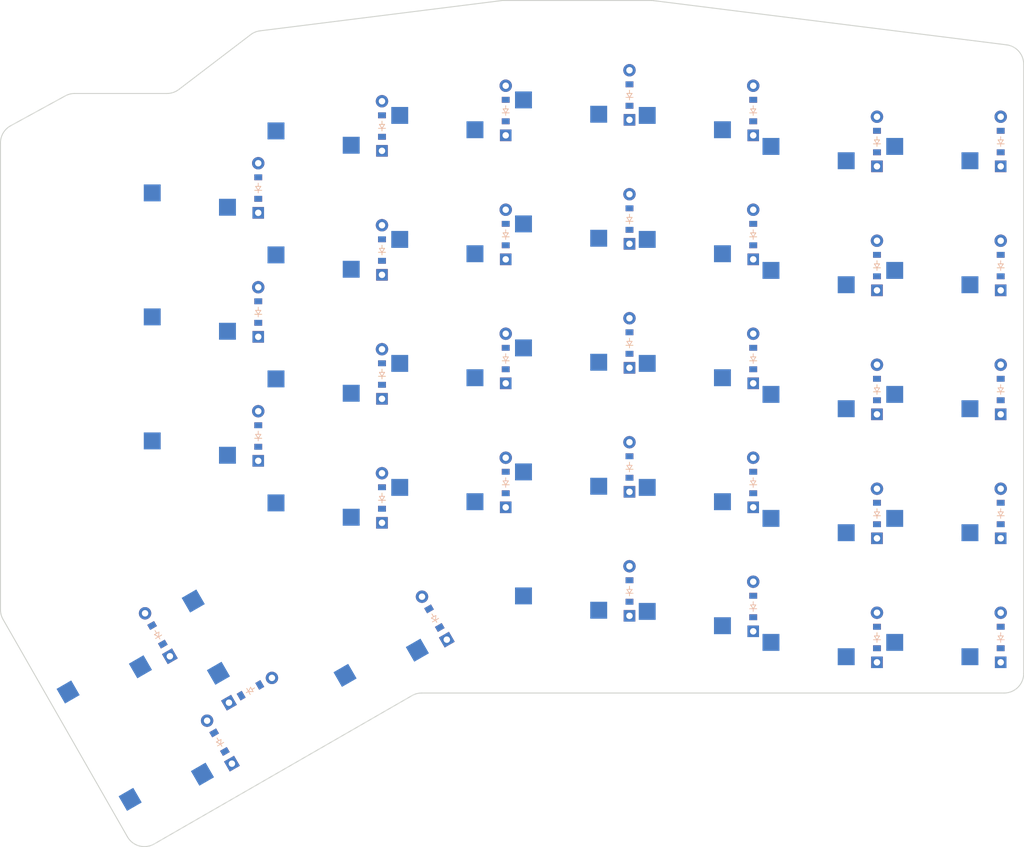
<source format=kicad_pcb>


(kicad_pcb (version 20171130) (host pcbnew 5.1.6)

  (page A3)
  (title_block
    (title "slimdash_right")
    (rev "v1.0.0")
    (company "Unknown")
  )

  (general
    (thickness 1.6)
  )

  (layers
    (0 F.Cu signal)
    (31 B.Cu signal)
    (32 B.Adhes user)
    (33 F.Adhes user)
    (34 B.Paste user)
    (35 F.Paste user)
    (36 B.SilkS user)
    (37 F.SilkS user)
    (38 B.Mask user)
    (39 F.Mask user)
    (40 Dwgs.User user)
    (41 Cmts.User user)
    (42 Eco1.User user)
    (43 Eco2.User user)
    (44 Edge.Cuts user)
    (45 Margin user)
    (46 B.CrtYd user)
    (47 F.CrtYd user)
    (48 B.Fab user)
    (49 F.Fab user)
  )

  (setup
    (last_trace_width 0.25)
    (trace_clearance 0.2)
    (zone_clearance 0.508)
    (zone_45_only no)
    (trace_min 0.2)
    (via_size 0.8)
    (via_drill 0.4)
    (via_min_size 0.4)
    (via_min_drill 0.3)
    (uvia_size 0.3)
    (uvia_drill 0.1)
    (uvias_allowed no)
    (uvia_min_size 0.2)
    (uvia_min_drill 0.1)
    (edge_width 0.05)
    (segment_width 0.2)
    (pcb_text_width 0.3)
    (pcb_text_size 1.5 1.5)
    (mod_edge_width 0.12)
    (mod_text_size 1 1)
    (mod_text_width 0.15)
    (pad_size 1.524 1.524)
    (pad_drill 0.762)
    (pad_to_mask_clearance 0.05)
    (aux_axis_origin 0 0)
    (visible_elements FFFFFF7F)
    (pcbplotparams
      (layerselection 0x010fc_ffffffff)
      (usegerberextensions false)
      (usegerberattributes true)
      (usegerberadvancedattributes true)
      (creategerberjobfile true)
      (excludeedgelayer true)
      (linewidth 0.100000)
      (plotframeref false)
      (viasonmask false)
      (mode 1)
      (useauxorigin false)
      (hpglpennumber 1)
      (hpglpenspeed 20)
      (hpglpendiameter 15.000000)
      (psnegative false)
      (psa4output false)
      (plotreference true)
      (plotvalue true)
      (plotinvisibletext false)
      (padsonsilk false)
      (subtractmaskfromsilk false)
      (outputformat 1)
      (mirror false)
      (drillshape 1)
      (scaleselection 1)
      (outputdirectory ""))
  )

  (net 0 "")
(net 1 "COL1")
(net 2 "mirror_mcone_mrone")
(net 3 "mirror_mcone_mrtwo")
(net 4 "mirror_mcone_mrthree")
(net 5 "mirror_mcone_mrfour")
(net 6 "COL2")
(net 7 "mirror_mctwo_mrone")
(net 8 "mirror_mctwo_mrtwo")
(net 9 "mirror_mctwo_mrthree")
(net 10 "mirror_mctwo_mrfour")
(net 11 "COL3")
(net 12 "mirror_mcthree_mrone")
(net 13 "mirror_mcthree_mrtwo")
(net 14 "mirror_mcthree_mrthree")
(net 15 "mirror_mcthree_mrfour")
(net 16 "COL4")
(net 17 "mirror_mcfour_mrone")
(net 18 "mirror_mcfour_mrtwo")
(net 19 "mirror_mcfour_mrthree")
(net 20 "mirror_mcfour_mrfour")
(net 21 "COL5")
(net 22 "mirror_mcfive_mrone")
(net 23 "mirror_mcfive_mrtwo")
(net 24 "mirror_mcfive_mrthree")
(net 25 "mirror_mcfive_mrfour")
(net 26 "COL6")
(net 27 "mirror_mcsix_mrone")
(net 28 "mirror_mcsix_mrtwo")
(net 29 "mirror_mcsix_mrthree")
(net 30 "mirror_mcsix_mrfour")
(net 31 "COL7")
(net 32 "mirror_icone_irone")
(net 33 "mirror_icone_irtwo")
(net 34 "mirror_icone_irthree")
(net 35 "mirror_lcone_lrone")
(net 36 "mirror_lctwo_lrone")
(net 37 "mirror_lcthree_lrone")
(net 38 "mirror_lcfour_lrone")
(net 39 "mirror_tcone_trone")
(net 40 "mirror_tctwo_trone")
(net 41 "mirror_tOcone_tOrone")
(net 42 "mirror_tOcone_tOrtwo")
(net 43 "ROW2")
(net 44 "ROW3")
(net 45 "ROW4")
(net 46 "ROW5")
(net 47 "ROW1")

  (net_class Default "This is the default net class."
    (clearance 0.2)
    (trace_width 0.25)
    (via_dia 0.8)
    (via_drill 0.4)
    (uvia_dia 0.3)
    (uvia_drill 0.1)
    (add_net "")
(add_net "COL1")
(add_net "mirror_mcone_mrone")
(add_net "mirror_mcone_mrtwo")
(add_net "mirror_mcone_mrthree")
(add_net "mirror_mcone_mrfour")
(add_net "COL2")
(add_net "mirror_mctwo_mrone")
(add_net "mirror_mctwo_mrtwo")
(add_net "mirror_mctwo_mrthree")
(add_net "mirror_mctwo_mrfour")
(add_net "COL3")
(add_net "mirror_mcthree_mrone")
(add_net "mirror_mcthree_mrtwo")
(add_net "mirror_mcthree_mrthree")
(add_net "mirror_mcthree_mrfour")
(add_net "COL4")
(add_net "mirror_mcfour_mrone")
(add_net "mirror_mcfour_mrtwo")
(add_net "mirror_mcfour_mrthree")
(add_net "mirror_mcfour_mrfour")
(add_net "COL5")
(add_net "mirror_mcfive_mrone")
(add_net "mirror_mcfive_mrtwo")
(add_net "mirror_mcfive_mrthree")
(add_net "mirror_mcfive_mrfour")
(add_net "COL6")
(add_net "mirror_mcsix_mrone")
(add_net "mirror_mcsix_mrtwo")
(add_net "mirror_mcsix_mrthree")
(add_net "mirror_mcsix_mrfour")
(add_net "COL7")
(add_net "mirror_icone_irone")
(add_net "mirror_icone_irtwo")
(add_net "mirror_icone_irthree")
(add_net "mirror_lcone_lrone")
(add_net "mirror_lctwo_lrone")
(add_net "mirror_lcthree_lrone")
(add_net "mirror_lcfour_lrone")
(add_net "mirror_tcone_trone")
(add_net "mirror_tctwo_trone")
(add_net "mirror_tOcone_tOrone")
(add_net "mirror_tOcone_tOrtwo")
(add_net "ROW2")
(add_net "ROW3")
(add_net "ROW4")
(add_net "ROW5")
(add_net "ROW1")
  )

  
        
      (module PG1350 (layer F.Cu) (tedit 5DD50112)
      (at 350 100 -180)

      
      (fp_text reference "S1" (at 0 0) (layer F.SilkS) hide (effects (font (size 1.27 1.27) (thickness 0.15))))
      (fp_text value "" (at 0 0) (layer F.SilkS) hide (effects (font (size 1.27 1.27) (thickness 0.15))))

      
      (fp_line (start -7 -6) (end -7 -7) (layer Dwgs.User) (width 0.15))
      (fp_line (start -7 7) (end -6 7) (layer Dwgs.User) (width 0.15))
      (fp_line (start -6 -7) (end -7 -7) (layer Dwgs.User) (width 0.15))
      (fp_line (start -7 7) (end -7 6) (layer Dwgs.User) (width 0.15))
      (fp_line (start 7 6) (end 7 7) (layer Dwgs.User) (width 0.15))
      (fp_line (start 7 -7) (end 6 -7) (layer Dwgs.User) (width 0.15))
      (fp_line (start 6 7) (end 7 7) (layer Dwgs.User) (width 0.15))
      (fp_line (start 7 -7) (end 7 -6) (layer Dwgs.User) (width 0.15))      
      
      
      (pad "" np_thru_hole circle (at 0 0) (size 3.429 3.429) (drill 3.429) (layers *.Cu *.Mask))
        
      
      (pad "" np_thru_hole circle (at 5.5 0) (size 1.7018 1.7018) (drill 1.7018) (layers *.Cu *.Mask))
      (pad "" np_thru_hole circle (at -5.5 0) (size 1.7018 1.7018) (drill 1.7018) (layers *.Cu *.Mask))
      
        
      
      (fp_line (start -9 -8.5) (end 9 -8.5) (layer Dwgs.User) (width 0.15))
      (fp_line (start 9 -8.5) (end 9 8.5) (layer Dwgs.User) (width 0.15))
      (fp_line (start 9 8.5) (end -9 8.5) (layer Dwgs.User) (width 0.15))
      (fp_line (start -9 8.5) (end -9 -8.5) (layer Dwgs.User) (width 0.15))
      
        
          
          (pad "" np_thru_hole circle (at 5 -3.75) (size 3 3) (drill 3) (layers *.Cu *.Mask))
          (pad "" np_thru_hole circle (at 0 -5.95) (size 3 3) (drill 3) (layers *.Cu *.Mask))
      
          
          (pad 1 smd rect (at -3.275 -5.95 -180) (size 2.6 2.6) (layers B.Cu B.Paste B.Mask)  (net 1 "COL1"))
          (pad 2 smd rect (at 8.275 -3.75 -180) (size 2.6 2.6) (layers B.Cu B.Paste B.Mask)  (net 2 "mirror_mcone_mrone"))
        )
        

        
      (module PG1350 (layer F.Cu) (tedit 5DD50112)
      (at 350 80.95 -180)

      
      (fp_text reference "S2" (at 0 0) (layer F.SilkS) hide (effects (font (size 1.27 1.27) (thickness 0.15))))
      (fp_text value "" (at 0 0) (layer F.SilkS) hide (effects (font (size 1.27 1.27) (thickness 0.15))))

      
      (fp_line (start -7 -6) (end -7 -7) (layer Dwgs.User) (width 0.15))
      (fp_line (start -7 7) (end -6 7) (layer Dwgs.User) (width 0.15))
      (fp_line (start -6 -7) (end -7 -7) (layer Dwgs.User) (width 0.15))
      (fp_line (start -7 7) (end -7 6) (layer Dwgs.User) (width 0.15))
      (fp_line (start 7 6) (end 7 7) (layer Dwgs.User) (width 0.15))
      (fp_line (start 7 -7) (end 6 -7) (layer Dwgs.User) (width 0.15))
      (fp_line (start 6 7) (end 7 7) (layer Dwgs.User) (width 0.15))
      (fp_line (start 7 -7) (end 7 -6) (layer Dwgs.User) (width 0.15))      
      
      
      (pad "" np_thru_hole circle (at 0 0) (size 3.429 3.429) (drill 3.429) (layers *.Cu *.Mask))
        
      
      (pad "" np_thru_hole circle (at 5.5 0) (size 1.7018 1.7018) (drill 1.7018) (layers *.Cu *.Mask))
      (pad "" np_thru_hole circle (at -5.5 0) (size 1.7018 1.7018) (drill 1.7018) (layers *.Cu *.Mask))
      
        
      
      (fp_line (start -9 -8.5) (end 9 -8.5) (layer Dwgs.User) (width 0.15))
      (fp_line (start 9 -8.5) (end 9 8.5) (layer Dwgs.User) (width 0.15))
      (fp_line (start 9 8.5) (end -9 8.5) (layer Dwgs.User) (width 0.15))
      (fp_line (start -9 8.5) (end -9 -8.5) (layer Dwgs.User) (width 0.15))
      
        
          
          (pad "" np_thru_hole circle (at 5 -3.75) (size 3 3) (drill 3) (layers *.Cu *.Mask))
          (pad "" np_thru_hole circle (at 0 -5.95) (size 3 3) (drill 3) (layers *.Cu *.Mask))
      
          
          (pad 1 smd rect (at -3.275 -5.95 -180) (size 2.6 2.6) (layers B.Cu B.Paste B.Mask)  (net 1 "COL1"))
          (pad 2 smd rect (at 8.275 -3.75 -180) (size 2.6 2.6) (layers B.Cu B.Paste B.Mask)  (net 3 "mirror_mcone_mrtwo"))
        )
        

        
      (module PG1350 (layer F.Cu) (tedit 5DD50112)
      (at 350 61.900000000000006 -180)

      
      (fp_text reference "S3" (at 0 0) (layer F.SilkS) hide (effects (font (size 1.27 1.27) (thickness 0.15))))
      (fp_text value "" (at 0 0) (layer F.SilkS) hide (effects (font (size 1.27 1.27) (thickness 0.15))))

      
      (fp_line (start -7 -6) (end -7 -7) (layer Dwgs.User) (width 0.15))
      (fp_line (start -7 7) (end -6 7) (layer Dwgs.User) (width 0.15))
      (fp_line (start -6 -7) (end -7 -7) (layer Dwgs.User) (width 0.15))
      (fp_line (start -7 7) (end -7 6) (layer Dwgs.User) (width 0.15))
      (fp_line (start 7 6) (end 7 7) (layer Dwgs.User) (width 0.15))
      (fp_line (start 7 -7) (end 6 -7) (layer Dwgs.User) (width 0.15))
      (fp_line (start 6 7) (end 7 7) (layer Dwgs.User) (width 0.15))
      (fp_line (start 7 -7) (end 7 -6) (layer Dwgs.User) (width 0.15))      
      
      
      (pad "" np_thru_hole circle (at 0 0) (size 3.429 3.429) (drill 3.429) (layers *.Cu *.Mask))
        
      
      (pad "" np_thru_hole circle (at 5.5 0) (size 1.7018 1.7018) (drill 1.7018) (layers *.Cu *.Mask))
      (pad "" np_thru_hole circle (at -5.5 0) (size 1.7018 1.7018) (drill 1.7018) (layers *.Cu *.Mask))
      
        
      
      (fp_line (start -9 -8.5) (end 9 -8.5) (layer Dwgs.User) (width 0.15))
      (fp_line (start 9 -8.5) (end 9 8.5) (layer Dwgs.User) (width 0.15))
      (fp_line (start 9 8.5) (end -9 8.5) (layer Dwgs.User) (width 0.15))
      (fp_line (start -9 8.5) (end -9 -8.5) (layer Dwgs.User) (width 0.15))
      
        
          
          (pad "" np_thru_hole circle (at 5 -3.75) (size 3 3) (drill 3) (layers *.Cu *.Mask))
          (pad "" np_thru_hole circle (at 0 -5.95) (size 3 3) (drill 3) (layers *.Cu *.Mask))
      
          
          (pad 1 smd rect (at -3.275 -5.95 -180) (size 2.6 2.6) (layers B.Cu B.Paste B.Mask)  (net 1 "COL1"))
          (pad 2 smd rect (at 8.275 -3.75 -180) (size 2.6 2.6) (layers B.Cu B.Paste B.Mask)  (net 4 "mirror_mcone_mrthree"))
        )
        

        
      (module PG1350 (layer F.Cu) (tedit 5DD50112)
      (at 350 42.85000000000001 -180)

      
      (fp_text reference "S4" (at 0 0) (layer F.SilkS) hide (effects (font (size 1.27 1.27) (thickness 0.15))))
      (fp_text value "" (at 0 0) (layer F.SilkS) hide (effects (font (size 1.27 1.27) (thickness 0.15))))

      
      (fp_line (start -7 -6) (end -7 -7) (layer Dwgs.User) (width 0.15))
      (fp_line (start -7 7) (end -6 7) (layer Dwgs.User) (width 0.15))
      (fp_line (start -6 -7) (end -7 -7) (layer Dwgs.User) (width 0.15))
      (fp_line (start -7 7) (end -7 6) (layer Dwgs.User) (width 0.15))
      (fp_line (start 7 6) (end 7 7) (layer Dwgs.User) (width 0.15))
      (fp_line (start 7 -7) (end 6 -7) (layer Dwgs.User) (width 0.15))
      (fp_line (start 6 7) (end 7 7) (layer Dwgs.User) (width 0.15))
      (fp_line (start 7 -7) (end 7 -6) (layer Dwgs.User) (width 0.15))      
      
      
      (pad "" np_thru_hole circle (at 0 0) (size 3.429 3.429) (drill 3.429) (layers *.Cu *.Mask))
        
      
      (pad "" np_thru_hole circle (at 5.5 0) (size 1.7018 1.7018) (drill 1.7018) (layers *.Cu *.Mask))
      (pad "" np_thru_hole circle (at -5.5 0) (size 1.7018 1.7018) (drill 1.7018) (layers *.Cu *.Mask))
      
        
      
      (fp_line (start -9 -8.5) (end 9 -8.5) (layer Dwgs.User) (width 0.15))
      (fp_line (start 9 -8.5) (end 9 8.5) (layer Dwgs.User) (width 0.15))
      (fp_line (start 9 8.5) (end -9 8.5) (layer Dwgs.User) (width 0.15))
      (fp_line (start -9 8.5) (end -9 -8.5) (layer Dwgs.User) (width 0.15))
      
        
          
          (pad "" np_thru_hole circle (at 5 -3.75) (size 3 3) (drill 3) (layers *.Cu *.Mask))
          (pad "" np_thru_hole circle (at 0 -5.95) (size 3 3) (drill 3) (layers *.Cu *.Mask))
      
          
          (pad 1 smd rect (at -3.275 -5.95 -180) (size 2.6 2.6) (layers B.Cu B.Paste B.Mask)  (net 1 "COL1"))
          (pad 2 smd rect (at 8.275 -3.75 -180) (size 2.6 2.6) (layers B.Cu B.Paste B.Mask)  (net 5 "mirror_mcone_mrfour"))
        )
        

        
      (module PG1350 (layer F.Cu) (tedit 5DD50112)
      (at 331 100 -180)

      
      (fp_text reference "S5" (at 0 0) (layer F.SilkS) hide (effects (font (size 1.27 1.27) (thickness 0.15))))
      (fp_text value "" (at 0 0) (layer F.SilkS) hide (effects (font (size 1.27 1.27) (thickness 0.15))))

      
      (fp_line (start -7 -6) (end -7 -7) (layer Dwgs.User) (width 0.15))
      (fp_line (start -7 7) (end -6 7) (layer Dwgs.User) (width 0.15))
      (fp_line (start -6 -7) (end -7 -7) (layer Dwgs.User) (width 0.15))
      (fp_line (start -7 7) (end -7 6) (layer Dwgs.User) (width 0.15))
      (fp_line (start 7 6) (end 7 7) (layer Dwgs.User) (width 0.15))
      (fp_line (start 7 -7) (end 6 -7) (layer Dwgs.User) (width 0.15))
      (fp_line (start 6 7) (end 7 7) (layer Dwgs.User) (width 0.15))
      (fp_line (start 7 -7) (end 7 -6) (layer Dwgs.User) (width 0.15))      
      
      
      (pad "" np_thru_hole circle (at 0 0) (size 3.429 3.429) (drill 3.429) (layers *.Cu *.Mask))
        
      
      (pad "" np_thru_hole circle (at 5.5 0) (size 1.7018 1.7018) (drill 1.7018) (layers *.Cu *.Mask))
      (pad "" np_thru_hole circle (at -5.5 0) (size 1.7018 1.7018) (drill 1.7018) (layers *.Cu *.Mask))
      
        
      
      (fp_line (start -9 -8.5) (end 9 -8.5) (layer Dwgs.User) (width 0.15))
      (fp_line (start 9 -8.5) (end 9 8.5) (layer Dwgs.User) (width 0.15))
      (fp_line (start 9 8.5) (end -9 8.5) (layer Dwgs.User) (width 0.15))
      (fp_line (start -9 8.5) (end -9 -8.5) (layer Dwgs.User) (width 0.15))
      
        
          
          (pad "" np_thru_hole circle (at 5 -3.75) (size 3 3) (drill 3) (layers *.Cu *.Mask))
          (pad "" np_thru_hole circle (at 0 -5.95) (size 3 3) (drill 3) (layers *.Cu *.Mask))
      
          
          (pad 1 smd rect (at -3.275 -5.95 -180) (size 2.6 2.6) (layers B.Cu B.Paste B.Mask)  (net 6 "COL2"))
          (pad 2 smd rect (at 8.275 -3.75 -180) (size 2.6 2.6) (layers B.Cu B.Paste B.Mask)  (net 7 "mirror_mctwo_mrone"))
        )
        

        
      (module PG1350 (layer F.Cu) (tedit 5DD50112)
      (at 331 80.95 -180)

      
      (fp_text reference "S6" (at 0 0) (layer F.SilkS) hide (effects (font (size 1.27 1.27) (thickness 0.15))))
      (fp_text value "" (at 0 0) (layer F.SilkS) hide (effects (font (size 1.27 1.27) (thickness 0.15))))

      
      (fp_line (start -7 -6) (end -7 -7) (layer Dwgs.User) (width 0.15))
      (fp_line (start -7 7) (end -6 7) (layer Dwgs.User) (width 0.15))
      (fp_line (start -6 -7) (end -7 -7) (layer Dwgs.User) (width 0.15))
      (fp_line (start -7 7) (end -7 6) (layer Dwgs.User) (width 0.15))
      (fp_line (start 7 6) (end 7 7) (layer Dwgs.User) (width 0.15))
      (fp_line (start 7 -7) (end 6 -7) (layer Dwgs.User) (width 0.15))
      (fp_line (start 6 7) (end 7 7) (layer Dwgs.User) (width 0.15))
      (fp_line (start 7 -7) (end 7 -6) (layer Dwgs.User) (width 0.15))      
      
      
      (pad "" np_thru_hole circle (at 0 0) (size 3.429 3.429) (drill 3.429) (layers *.Cu *.Mask))
        
      
      (pad "" np_thru_hole circle (at 5.5 0) (size 1.7018 1.7018) (drill 1.7018) (layers *.Cu *.Mask))
      (pad "" np_thru_hole circle (at -5.5 0) (size 1.7018 1.7018) (drill 1.7018) (layers *.Cu *.Mask))
      
        
      
      (fp_line (start -9 -8.5) (end 9 -8.5) (layer Dwgs.User) (width 0.15))
      (fp_line (start 9 -8.5) (end 9 8.5) (layer Dwgs.User) (width 0.15))
      (fp_line (start 9 8.5) (end -9 8.5) (layer Dwgs.User) (width 0.15))
      (fp_line (start -9 8.5) (end -9 -8.5) (layer Dwgs.User) (width 0.15))
      
        
          
          (pad "" np_thru_hole circle (at 5 -3.75) (size 3 3) (drill 3) (layers *.Cu *.Mask))
          (pad "" np_thru_hole circle (at 0 -5.95) (size 3 3) (drill 3) (layers *.Cu *.Mask))
      
          
          (pad 1 smd rect (at -3.275 -5.95 -180) (size 2.6 2.6) (layers B.Cu B.Paste B.Mask)  (net 6 "COL2"))
          (pad 2 smd rect (at 8.275 -3.75 -180) (size 2.6 2.6) (layers B.Cu B.Paste B.Mask)  (net 8 "mirror_mctwo_mrtwo"))
        )
        

        
      (module PG1350 (layer F.Cu) (tedit 5DD50112)
      (at 331 61.900000000000006 -180)

      
      (fp_text reference "S7" (at 0 0) (layer F.SilkS) hide (effects (font (size 1.27 1.27) (thickness 0.15))))
      (fp_text value "" (at 0 0) (layer F.SilkS) hide (effects (font (size 1.27 1.27) (thickness 0.15))))

      
      (fp_line (start -7 -6) (end -7 -7) (layer Dwgs.User) (width 0.15))
      (fp_line (start -7 7) (end -6 7) (layer Dwgs.User) (width 0.15))
      (fp_line (start -6 -7) (end -7 -7) (layer Dwgs.User) (width 0.15))
      (fp_line (start -7 7) (end -7 6) (layer Dwgs.User) (width 0.15))
      (fp_line (start 7 6) (end 7 7) (layer Dwgs.User) (width 0.15))
      (fp_line (start 7 -7) (end 6 -7) (layer Dwgs.User) (width 0.15))
      (fp_line (start 6 7) (end 7 7) (layer Dwgs.User) (width 0.15))
      (fp_line (start 7 -7) (end 7 -6) (layer Dwgs.User) (width 0.15))      
      
      
      (pad "" np_thru_hole circle (at 0 0) (size 3.429 3.429) (drill 3.429) (layers *.Cu *.Mask))
        
      
      (pad "" np_thru_hole circle (at 5.5 0) (size 1.7018 1.7018) (drill 1.7018) (layers *.Cu *.Mask))
      (pad "" np_thru_hole circle (at -5.5 0) (size 1.7018 1.7018) (drill 1.7018) (layers *.Cu *.Mask))
      
        
      
      (fp_line (start -9 -8.5) (end 9 -8.5) (layer Dwgs.User) (width 0.15))
      (fp_line (start 9 -8.5) (end 9 8.5) (layer Dwgs.User) (width 0.15))
      (fp_line (start 9 8.5) (end -9 8.5) (layer Dwgs.User) (width 0.15))
      (fp_line (start -9 8.5) (end -9 -8.5) (layer Dwgs.User) (width 0.15))
      
        
          
          (pad "" np_thru_hole circle (at 5 -3.75) (size 3 3) (drill 3) (layers *.Cu *.Mask))
          (pad "" np_thru_hole circle (at 0 -5.95) (size 3 3) (drill 3) (layers *.Cu *.Mask))
      
          
          (pad 1 smd rect (at -3.275 -5.95 -180) (size 2.6 2.6) (layers B.Cu B.Paste B.Mask)  (net 6 "COL2"))
          (pad 2 smd rect (at 8.275 -3.75 -180) (size 2.6 2.6) (layers B.Cu B.Paste B.Mask)  (net 9 "mirror_mctwo_mrthree"))
        )
        

        
      (module PG1350 (layer F.Cu) (tedit 5DD50112)
      (at 331 42.85000000000001 -180)

      
      (fp_text reference "S8" (at 0 0) (layer F.SilkS) hide (effects (font (size 1.27 1.27) (thickness 0.15))))
      (fp_text value "" (at 0 0) (layer F.SilkS) hide (effects (font (size 1.27 1.27) (thickness 0.15))))

      
      (fp_line (start -7 -6) (end -7 -7) (layer Dwgs.User) (width 0.15))
      (fp_line (start -7 7) (end -6 7) (layer Dwgs.User) (width 0.15))
      (fp_line (start -6 -7) (end -7 -7) (layer Dwgs.User) (width 0.15))
      (fp_line (start -7 7) (end -7 6) (layer Dwgs.User) (width 0.15))
      (fp_line (start 7 6) (end 7 7) (layer Dwgs.User) (width 0.15))
      (fp_line (start 7 -7) (end 6 -7) (layer Dwgs.User) (width 0.15))
      (fp_line (start 6 7) (end 7 7) (layer Dwgs.User) (width 0.15))
      (fp_line (start 7 -7) (end 7 -6) (layer Dwgs.User) (width 0.15))      
      
      
      (pad "" np_thru_hole circle (at 0 0) (size 3.429 3.429) (drill 3.429) (layers *.Cu *.Mask))
        
      
      (pad "" np_thru_hole circle (at 5.5 0) (size 1.7018 1.7018) (drill 1.7018) (layers *.Cu *.Mask))
      (pad "" np_thru_hole circle (at -5.5 0) (size 1.7018 1.7018) (drill 1.7018) (layers *.Cu *.Mask))
      
        
      
      (fp_line (start -9 -8.5) (end 9 -8.5) (layer Dwgs.User) (width 0.15))
      (fp_line (start 9 -8.5) (end 9 8.5) (layer Dwgs.User) (width 0.15))
      (fp_line (start 9 8.5) (end -9 8.5) (layer Dwgs.User) (width 0.15))
      (fp_line (start -9 8.5) (end -9 -8.5) (layer Dwgs.User) (width 0.15))
      
        
          
          (pad "" np_thru_hole circle (at 5 -3.75) (size 3 3) (drill 3) (layers *.Cu *.Mask))
          (pad "" np_thru_hole circle (at 0 -5.95) (size 3 3) (drill 3) (layers *.Cu *.Mask))
      
          
          (pad 1 smd rect (at -3.275 -5.95 -180) (size 2.6 2.6) (layers B.Cu B.Paste B.Mask)  (net 6 "COL2"))
          (pad 2 smd rect (at 8.275 -3.75 -180) (size 2.6 2.6) (layers B.Cu B.Paste B.Mask)  (net 10 "mirror_mctwo_mrfour"))
        )
        

        
      (module PG1350 (layer F.Cu) (tedit 5DD50112)
      (at 312 95.2375 -180)

      
      (fp_text reference "S9" (at 0 0) (layer F.SilkS) hide (effects (font (size 1.27 1.27) (thickness 0.15))))
      (fp_text value "" (at 0 0) (layer F.SilkS) hide (effects (font (size 1.27 1.27) (thickness 0.15))))

      
      (fp_line (start -7 -6) (end -7 -7) (layer Dwgs.User) (width 0.15))
      (fp_line (start -7 7) (end -6 7) (layer Dwgs.User) (width 0.15))
      (fp_line (start -6 -7) (end -7 -7) (layer Dwgs.User) (width 0.15))
      (fp_line (start -7 7) (end -7 6) (layer Dwgs.User) (width 0.15))
      (fp_line (start 7 6) (end 7 7) (layer Dwgs.User) (width 0.15))
      (fp_line (start 7 -7) (end 6 -7) (layer Dwgs.User) (width 0.15))
      (fp_line (start 6 7) (end 7 7) (layer Dwgs.User) (width 0.15))
      (fp_line (start 7 -7) (end 7 -6) (layer Dwgs.User) (width 0.15))      
      
      
      (pad "" np_thru_hole circle (at 0 0) (size 3.429 3.429) (drill 3.429) (layers *.Cu *.Mask))
        
      
      (pad "" np_thru_hole circle (at 5.5 0) (size 1.7018 1.7018) (drill 1.7018) (layers *.Cu *.Mask))
      (pad "" np_thru_hole circle (at -5.5 0) (size 1.7018 1.7018) (drill 1.7018) (layers *.Cu *.Mask))
      
        
      
      (fp_line (start -9 -8.5) (end 9 -8.5) (layer Dwgs.User) (width 0.15))
      (fp_line (start 9 -8.5) (end 9 8.5) (layer Dwgs.User) (width 0.15))
      (fp_line (start 9 8.5) (end -9 8.5) (layer Dwgs.User) (width 0.15))
      (fp_line (start -9 8.5) (end -9 -8.5) (layer Dwgs.User) (width 0.15))
      
        
          
          (pad "" np_thru_hole circle (at 5 -3.75) (size 3 3) (drill 3) (layers *.Cu *.Mask))
          (pad "" np_thru_hole circle (at 0 -5.95) (size 3 3) (drill 3) (layers *.Cu *.Mask))
      
          
          (pad 1 smd rect (at -3.275 -5.95 -180) (size 2.6 2.6) (layers B.Cu B.Paste B.Mask)  (net 11 "COL3"))
          (pad 2 smd rect (at 8.275 -3.75 -180) (size 2.6 2.6) (layers B.Cu B.Paste B.Mask)  (net 12 "mirror_mcthree_mrone"))
        )
        

        
      (module PG1350 (layer F.Cu) (tedit 5DD50112)
      (at 312 76.1875 -180)

      
      (fp_text reference "S10" (at 0 0) (layer F.SilkS) hide (effects (font (size 1.27 1.27) (thickness 0.15))))
      (fp_text value "" (at 0 0) (layer F.SilkS) hide (effects (font (size 1.27 1.27) (thickness 0.15))))

      
      (fp_line (start -7 -6) (end -7 -7) (layer Dwgs.User) (width 0.15))
      (fp_line (start -7 7) (end -6 7) (layer Dwgs.User) (width 0.15))
      (fp_line (start -6 -7) (end -7 -7) (layer Dwgs.User) (width 0.15))
      (fp_line (start -7 7) (end -7 6) (layer Dwgs.User) (width 0.15))
      (fp_line (start 7 6) (end 7 7) (layer Dwgs.User) (width 0.15))
      (fp_line (start 7 -7) (end 6 -7) (layer Dwgs.User) (width 0.15))
      (fp_line (start 6 7) (end 7 7) (layer Dwgs.User) (width 0.15))
      (fp_line (start 7 -7) (end 7 -6) (layer Dwgs.User) (width 0.15))      
      
      
      (pad "" np_thru_hole circle (at 0 0) (size 3.429 3.429) (drill 3.429) (layers *.Cu *.Mask))
        
      
      (pad "" np_thru_hole circle (at 5.5 0) (size 1.7018 1.7018) (drill 1.7018) (layers *.Cu *.Mask))
      (pad "" np_thru_hole circle (at -5.5 0) (size 1.7018 1.7018) (drill 1.7018) (layers *.Cu *.Mask))
      
        
      
      (fp_line (start -9 -8.5) (end 9 -8.5) (layer Dwgs.User) (width 0.15))
      (fp_line (start 9 -8.5) (end 9 8.5) (layer Dwgs.User) (width 0.15))
      (fp_line (start 9 8.5) (end -9 8.5) (layer Dwgs.User) (width 0.15))
      (fp_line (start -9 8.5) (end -9 -8.5) (layer Dwgs.User) (width 0.15))
      
        
          
          (pad "" np_thru_hole circle (at 5 -3.75) (size 3 3) (drill 3) (layers *.Cu *.Mask))
          (pad "" np_thru_hole circle (at 0 -5.95) (size 3 3) (drill 3) (layers *.Cu *.Mask))
      
          
          (pad 1 smd rect (at -3.275 -5.95 -180) (size 2.6 2.6) (layers B.Cu B.Paste B.Mask)  (net 11 "COL3"))
          (pad 2 smd rect (at 8.275 -3.75 -180) (size 2.6 2.6) (layers B.Cu B.Paste B.Mask)  (net 13 "mirror_mcthree_mrtwo"))
        )
        

        
      (module PG1350 (layer F.Cu) (tedit 5DD50112)
      (at 312 57.1375 -180)

      
      (fp_text reference "S11" (at 0 0) (layer F.SilkS) hide (effects (font (size 1.27 1.27) (thickness 0.15))))
      (fp_text value "" (at 0 0) (layer F.SilkS) hide (effects (font (size 1.27 1.27) (thickness 0.15))))

      
      (fp_line (start -7 -6) (end -7 -7) (layer Dwgs.User) (width 0.15))
      (fp_line (start -7 7) (end -6 7) (layer Dwgs.User) (width 0.15))
      (fp_line (start -6 -7) (end -7 -7) (layer Dwgs.User) (width 0.15))
      (fp_line (start -7 7) (end -7 6) (layer Dwgs.User) (width 0.15))
      (fp_line (start 7 6) (end 7 7) (layer Dwgs.User) (width 0.15))
      (fp_line (start 7 -7) (end 6 -7) (layer Dwgs.User) (width 0.15))
      (fp_line (start 6 7) (end 7 7) (layer Dwgs.User) (width 0.15))
      (fp_line (start 7 -7) (end 7 -6) (layer Dwgs.User) (width 0.15))      
      
      
      (pad "" np_thru_hole circle (at 0 0) (size 3.429 3.429) (drill 3.429) (layers *.Cu *.Mask))
        
      
      (pad "" np_thru_hole circle (at 5.5 0) (size 1.7018 1.7018) (drill 1.7018) (layers *.Cu *.Mask))
      (pad "" np_thru_hole circle (at -5.5 0) (size 1.7018 1.7018) (drill 1.7018) (layers *.Cu *.Mask))
      
        
      
      (fp_line (start -9 -8.5) (end 9 -8.5) (layer Dwgs.User) (width 0.15))
      (fp_line (start 9 -8.5) (end 9 8.5) (layer Dwgs.User) (width 0.15))
      (fp_line (start 9 8.5) (end -9 8.5) (layer Dwgs.User) (width 0.15))
      (fp_line (start -9 8.5) (end -9 -8.5) (layer Dwgs.User) (width 0.15))
      
        
          
          (pad "" np_thru_hole circle (at 5 -3.75) (size 3 3) (drill 3) (layers *.Cu *.Mask))
          (pad "" np_thru_hole circle (at 0 -5.95) (size 3 3) (drill 3) (layers *.Cu *.Mask))
      
          
          (pad 1 smd rect (at -3.275 -5.95 -180) (size 2.6 2.6) (layers B.Cu B.Paste B.Mask)  (net 11 "COL3"))
          (pad 2 smd rect (at 8.275 -3.75 -180) (size 2.6 2.6) (layers B.Cu B.Paste B.Mask)  (net 14 "mirror_mcthree_mrthree"))
        )
        

        
      (module PG1350 (layer F.Cu) (tedit 5DD50112)
      (at 312 38.087500000000006 -180)

      
      (fp_text reference "S12" (at 0 0) (layer F.SilkS) hide (effects (font (size 1.27 1.27) (thickness 0.15))))
      (fp_text value "" (at 0 0) (layer F.SilkS) hide (effects (font (size 1.27 1.27) (thickness 0.15))))

      
      (fp_line (start -7 -6) (end -7 -7) (layer Dwgs.User) (width 0.15))
      (fp_line (start -7 7) (end -6 7) (layer Dwgs.User) (width 0.15))
      (fp_line (start -6 -7) (end -7 -7) (layer Dwgs.User) (width 0.15))
      (fp_line (start -7 7) (end -7 6) (layer Dwgs.User) (width 0.15))
      (fp_line (start 7 6) (end 7 7) (layer Dwgs.User) (width 0.15))
      (fp_line (start 7 -7) (end 6 -7) (layer Dwgs.User) (width 0.15))
      (fp_line (start 6 7) (end 7 7) (layer Dwgs.User) (width 0.15))
      (fp_line (start 7 -7) (end 7 -6) (layer Dwgs.User) (width 0.15))      
      
      
      (pad "" np_thru_hole circle (at 0 0) (size 3.429 3.429) (drill 3.429) (layers *.Cu *.Mask))
        
      
      (pad "" np_thru_hole circle (at 5.5 0) (size 1.7018 1.7018) (drill 1.7018) (layers *.Cu *.Mask))
      (pad "" np_thru_hole circle (at -5.5 0) (size 1.7018 1.7018) (drill 1.7018) (layers *.Cu *.Mask))
      
        
      
      (fp_line (start -9 -8.5) (end 9 -8.5) (layer Dwgs.User) (width 0.15))
      (fp_line (start 9 -8.5) (end 9 8.5) (layer Dwgs.User) (width 0.15))
      (fp_line (start 9 8.5) (end -9 8.5) (layer Dwgs.User) (width 0.15))
      (fp_line (start -9 8.5) (end -9 -8.5) (layer Dwgs.User) (width 0.15))
      
        
          
          (pad "" np_thru_hole circle (at 5 -3.75) (size 3 3) (drill 3) (layers *.Cu *.Mask))
          (pad "" np_thru_hole circle (at 0 -5.95) (size 3 3) (drill 3) (layers *.Cu *.Mask))
      
          
          (pad 1 smd rect (at -3.275 -5.95 -180) (size 2.6 2.6) (layers B.Cu B.Paste B.Mask)  (net 11 "COL3"))
          (pad 2 smd rect (at 8.275 -3.75 -180) (size 2.6 2.6) (layers B.Cu B.Paste B.Mask)  (net 15 "mirror_mcthree_mrfour"))
        )
        

        
      (module PG1350 (layer F.Cu) (tedit 5DD50112)
      (at 293 92.85625 -180)

      
      (fp_text reference "S13" (at 0 0) (layer F.SilkS) hide (effects (font (size 1.27 1.27) (thickness 0.15))))
      (fp_text value "" (at 0 0) (layer F.SilkS) hide (effects (font (size 1.27 1.27) (thickness 0.15))))

      
      (fp_line (start -7 -6) (end -7 -7) (layer Dwgs.User) (width 0.15))
      (fp_line (start -7 7) (end -6 7) (layer Dwgs.User) (width 0.15))
      (fp_line (start -6 -7) (end -7 -7) (layer Dwgs.User) (width 0.15))
      (fp_line (start -7 7) (end -7 6) (layer Dwgs.User) (width 0.15))
      (fp_line (start 7 6) (end 7 7) (layer Dwgs.User) (width 0.15))
      (fp_line (start 7 -7) (end 6 -7) (layer Dwgs.User) (width 0.15))
      (fp_line (start 6 7) (end 7 7) (layer Dwgs.User) (width 0.15))
      (fp_line (start 7 -7) (end 7 -6) (layer Dwgs.User) (width 0.15))      
      
      
      (pad "" np_thru_hole circle (at 0 0) (size 3.429 3.429) (drill 3.429) (layers *.Cu *.Mask))
        
      
      (pad "" np_thru_hole circle (at 5.5 0) (size 1.7018 1.7018) (drill 1.7018) (layers *.Cu *.Mask))
      (pad "" np_thru_hole circle (at -5.5 0) (size 1.7018 1.7018) (drill 1.7018) (layers *.Cu *.Mask))
      
        
      
      (fp_line (start -9 -8.5) (end 9 -8.5) (layer Dwgs.User) (width 0.15))
      (fp_line (start 9 -8.5) (end 9 8.5) (layer Dwgs.User) (width 0.15))
      (fp_line (start 9 8.5) (end -9 8.5) (layer Dwgs.User) (width 0.15))
      (fp_line (start -9 8.5) (end -9 -8.5) (layer Dwgs.User) (width 0.15))
      
        
          
          (pad "" np_thru_hole circle (at 5 -3.75) (size 3 3) (drill 3) (layers *.Cu *.Mask))
          (pad "" np_thru_hole circle (at 0 -5.95) (size 3 3) (drill 3) (layers *.Cu *.Mask))
      
          
          (pad 1 smd rect (at -3.275 -5.95 -180) (size 2.6 2.6) (layers B.Cu B.Paste B.Mask)  (net 16 "COL4"))
          (pad 2 smd rect (at 8.275 -3.75 -180) (size 2.6 2.6) (layers B.Cu B.Paste B.Mask)  (net 17 "mirror_mcfour_mrone"))
        )
        

        
      (module PG1350 (layer F.Cu) (tedit 5DD50112)
      (at 293 73.80625 -180)

      
      (fp_text reference "S14" (at 0 0) (layer F.SilkS) hide (effects (font (size 1.27 1.27) (thickness 0.15))))
      (fp_text value "" (at 0 0) (layer F.SilkS) hide (effects (font (size 1.27 1.27) (thickness 0.15))))

      
      (fp_line (start -7 -6) (end -7 -7) (layer Dwgs.User) (width 0.15))
      (fp_line (start -7 7) (end -6 7) (layer Dwgs.User) (width 0.15))
      (fp_line (start -6 -7) (end -7 -7) (layer Dwgs.User) (width 0.15))
      (fp_line (start -7 7) (end -7 6) (layer Dwgs.User) (width 0.15))
      (fp_line (start 7 6) (end 7 7) (layer Dwgs.User) (width 0.15))
      (fp_line (start 7 -7) (end 6 -7) (layer Dwgs.User) (width 0.15))
      (fp_line (start 6 7) (end 7 7) (layer Dwgs.User) (width 0.15))
      (fp_line (start 7 -7) (end 7 -6) (layer Dwgs.User) (width 0.15))      
      
      
      (pad "" np_thru_hole circle (at 0 0) (size 3.429 3.429) (drill 3.429) (layers *.Cu *.Mask))
        
      
      (pad "" np_thru_hole circle (at 5.5 0) (size 1.7018 1.7018) (drill 1.7018) (layers *.Cu *.Mask))
      (pad "" np_thru_hole circle (at -5.5 0) (size 1.7018 1.7018) (drill 1.7018) (layers *.Cu *.Mask))
      
        
      
      (fp_line (start -9 -8.5) (end 9 -8.5) (layer Dwgs.User) (width 0.15))
      (fp_line (start 9 -8.5) (end 9 8.5) (layer Dwgs.User) (width 0.15))
      (fp_line (start 9 8.5) (end -9 8.5) (layer Dwgs.User) (width 0.15))
      (fp_line (start -9 8.5) (end -9 -8.5) (layer Dwgs.User) (width 0.15))
      
        
          
          (pad "" np_thru_hole circle (at 5 -3.75) (size 3 3) (drill 3) (layers *.Cu *.Mask))
          (pad "" np_thru_hole circle (at 0 -5.95) (size 3 3) (drill 3) (layers *.Cu *.Mask))
      
          
          (pad 1 smd rect (at -3.275 -5.95 -180) (size 2.6 2.6) (layers B.Cu B.Paste B.Mask)  (net 16 "COL4"))
          (pad 2 smd rect (at 8.275 -3.75 -180) (size 2.6 2.6) (layers B.Cu B.Paste B.Mask)  (net 18 "mirror_mcfour_mrtwo"))
        )
        

        
      (module PG1350 (layer F.Cu) (tedit 5DD50112)
      (at 293 54.75625000000001 -180)

      
      (fp_text reference "S15" (at 0 0) (layer F.SilkS) hide (effects (font (size 1.27 1.27) (thickness 0.15))))
      (fp_text value "" (at 0 0) (layer F.SilkS) hide (effects (font (size 1.27 1.27) (thickness 0.15))))

      
      (fp_line (start -7 -6) (end -7 -7) (layer Dwgs.User) (width 0.15))
      (fp_line (start -7 7) (end -6 7) (layer Dwgs.User) (width 0.15))
      (fp_line (start -6 -7) (end -7 -7) (layer Dwgs.User) (width 0.15))
      (fp_line (start -7 7) (end -7 6) (layer Dwgs.User) (width 0.15))
      (fp_line (start 7 6) (end 7 7) (layer Dwgs.User) (width 0.15))
      (fp_line (start 7 -7) (end 6 -7) (layer Dwgs.User) (width 0.15))
      (fp_line (start 6 7) (end 7 7) (layer Dwgs.User) (width 0.15))
      (fp_line (start 7 -7) (end 7 -6) (layer Dwgs.User) (width 0.15))      
      
      
      (pad "" np_thru_hole circle (at 0 0) (size 3.429 3.429) (drill 3.429) (layers *.Cu *.Mask))
        
      
      (pad "" np_thru_hole circle (at 5.5 0) (size 1.7018 1.7018) (drill 1.7018) (layers *.Cu *.Mask))
      (pad "" np_thru_hole circle (at -5.5 0) (size 1.7018 1.7018) (drill 1.7018) (layers *.Cu *.Mask))
      
        
      
      (fp_line (start -9 -8.5) (end 9 -8.5) (layer Dwgs.User) (width 0.15))
      (fp_line (start 9 -8.5) (end 9 8.5) (layer Dwgs.User) (width 0.15))
      (fp_line (start 9 8.5) (end -9 8.5) (layer Dwgs.User) (width 0.15))
      (fp_line (start -9 8.5) (end -9 -8.5) (layer Dwgs.User) (width 0.15))
      
        
          
          (pad "" np_thru_hole circle (at 5 -3.75) (size 3 3) (drill 3) (layers *.Cu *.Mask))
          (pad "" np_thru_hole circle (at 0 -5.95) (size 3 3) (drill 3) (layers *.Cu *.Mask))
      
          
          (pad 1 smd rect (at -3.275 -5.95 -180) (size 2.6 2.6) (layers B.Cu B.Paste B.Mask)  (net 16 "COL4"))
          (pad 2 smd rect (at 8.275 -3.75 -180) (size 2.6 2.6) (layers B.Cu B.Paste B.Mask)  (net 19 "mirror_mcfour_mrthree"))
        )
        

        
      (module PG1350 (layer F.Cu) (tedit 5DD50112)
      (at 293 35.70625000000001 -180)

      
      (fp_text reference "S16" (at 0 0) (layer F.SilkS) hide (effects (font (size 1.27 1.27) (thickness 0.15))))
      (fp_text value "" (at 0 0) (layer F.SilkS) hide (effects (font (size 1.27 1.27) (thickness 0.15))))

      
      (fp_line (start -7 -6) (end -7 -7) (layer Dwgs.User) (width 0.15))
      (fp_line (start -7 7) (end -6 7) (layer Dwgs.User) (width 0.15))
      (fp_line (start -6 -7) (end -7 -7) (layer Dwgs.User) (width 0.15))
      (fp_line (start -7 7) (end -7 6) (layer Dwgs.User) (width 0.15))
      (fp_line (start 7 6) (end 7 7) (layer Dwgs.User) (width 0.15))
      (fp_line (start 7 -7) (end 6 -7) (layer Dwgs.User) (width 0.15))
      (fp_line (start 6 7) (end 7 7) (layer Dwgs.User) (width 0.15))
      (fp_line (start 7 -7) (end 7 -6) (layer Dwgs.User) (width 0.15))      
      
      
      (pad "" np_thru_hole circle (at 0 0) (size 3.429 3.429) (drill 3.429) (layers *.Cu *.Mask))
        
      
      (pad "" np_thru_hole circle (at 5.5 0) (size 1.7018 1.7018) (drill 1.7018) (layers *.Cu *.Mask))
      (pad "" np_thru_hole circle (at -5.5 0) (size 1.7018 1.7018) (drill 1.7018) (layers *.Cu *.Mask))
      
        
      
      (fp_line (start -9 -8.5) (end 9 -8.5) (layer Dwgs.User) (width 0.15))
      (fp_line (start 9 -8.5) (end 9 8.5) (layer Dwgs.User) (width 0.15))
      (fp_line (start 9 8.5) (end -9 8.5) (layer Dwgs.User) (width 0.15))
      (fp_line (start -9 8.5) (end -9 -8.5) (layer Dwgs.User) (width 0.15))
      
        
          
          (pad "" np_thru_hole circle (at 5 -3.75) (size 3 3) (drill 3) (layers *.Cu *.Mask))
          (pad "" np_thru_hole circle (at 0 -5.95) (size 3 3) (drill 3) (layers *.Cu *.Mask))
      
          
          (pad 1 smd rect (at -3.275 -5.95 -180) (size 2.6 2.6) (layers B.Cu B.Paste B.Mask)  (net 16 "COL4"))
          (pad 2 smd rect (at 8.275 -3.75 -180) (size 2.6 2.6) (layers B.Cu B.Paste B.Mask)  (net 20 "mirror_mcfour_mrfour"))
        )
        

        
      (module PG1350 (layer F.Cu) (tedit 5DD50112)
      (at 274 95.2375 -180)

      
      (fp_text reference "S17" (at 0 0) (layer F.SilkS) hide (effects (font (size 1.27 1.27) (thickness 0.15))))
      (fp_text value "" (at 0 0) (layer F.SilkS) hide (effects (font (size 1.27 1.27) (thickness 0.15))))

      
      (fp_line (start -7 -6) (end -7 -7) (layer Dwgs.User) (width 0.15))
      (fp_line (start -7 7) (end -6 7) (layer Dwgs.User) (width 0.15))
      (fp_line (start -6 -7) (end -7 -7) (layer Dwgs.User) (width 0.15))
      (fp_line (start -7 7) (end -7 6) (layer Dwgs.User) (width 0.15))
      (fp_line (start 7 6) (end 7 7) (layer Dwgs.User) (width 0.15))
      (fp_line (start 7 -7) (end 6 -7) (layer Dwgs.User) (width 0.15))
      (fp_line (start 6 7) (end 7 7) (layer Dwgs.User) (width 0.15))
      (fp_line (start 7 -7) (end 7 -6) (layer Dwgs.User) (width 0.15))      
      
      
      (pad "" np_thru_hole circle (at 0 0) (size 3.429 3.429) (drill 3.429) (layers *.Cu *.Mask))
        
      
      (pad "" np_thru_hole circle (at 5.5 0) (size 1.7018 1.7018) (drill 1.7018) (layers *.Cu *.Mask))
      (pad "" np_thru_hole circle (at -5.5 0) (size 1.7018 1.7018) (drill 1.7018) (layers *.Cu *.Mask))
      
        
      
      (fp_line (start -9 -8.5) (end 9 -8.5) (layer Dwgs.User) (width 0.15))
      (fp_line (start 9 -8.5) (end 9 8.5) (layer Dwgs.User) (width 0.15))
      (fp_line (start 9 8.5) (end -9 8.5) (layer Dwgs.User) (width 0.15))
      (fp_line (start -9 8.5) (end -9 -8.5) (layer Dwgs.User) (width 0.15))
      
        
          
          (pad "" np_thru_hole circle (at 5 -3.75) (size 3 3) (drill 3) (layers *.Cu *.Mask))
          (pad "" np_thru_hole circle (at 0 -5.95) (size 3 3) (drill 3) (layers *.Cu *.Mask))
      
          
          (pad 1 smd rect (at -3.275 -5.95 -180) (size 2.6 2.6) (layers B.Cu B.Paste B.Mask)  (net 21 "COL5"))
          (pad 2 smd rect (at 8.275 -3.75 -180) (size 2.6 2.6) (layers B.Cu B.Paste B.Mask)  (net 22 "mirror_mcfive_mrone"))
        )
        

        
      (module PG1350 (layer F.Cu) (tedit 5DD50112)
      (at 274 76.1875 -180)

      
      (fp_text reference "S18" (at 0 0) (layer F.SilkS) hide (effects (font (size 1.27 1.27) (thickness 0.15))))
      (fp_text value "" (at 0 0) (layer F.SilkS) hide (effects (font (size 1.27 1.27) (thickness 0.15))))

      
      (fp_line (start -7 -6) (end -7 -7) (layer Dwgs.User) (width 0.15))
      (fp_line (start -7 7) (end -6 7) (layer Dwgs.User) (width 0.15))
      (fp_line (start -6 -7) (end -7 -7) (layer Dwgs.User) (width 0.15))
      (fp_line (start -7 7) (end -7 6) (layer Dwgs.User) (width 0.15))
      (fp_line (start 7 6) (end 7 7) (layer Dwgs.User) (width 0.15))
      (fp_line (start 7 -7) (end 6 -7) (layer Dwgs.User) (width 0.15))
      (fp_line (start 6 7) (end 7 7) (layer Dwgs.User) (width 0.15))
      (fp_line (start 7 -7) (end 7 -6) (layer Dwgs.User) (width 0.15))      
      
      
      (pad "" np_thru_hole circle (at 0 0) (size 3.429 3.429) (drill 3.429) (layers *.Cu *.Mask))
        
      
      (pad "" np_thru_hole circle (at 5.5 0) (size 1.7018 1.7018) (drill 1.7018) (layers *.Cu *.Mask))
      (pad "" np_thru_hole circle (at -5.5 0) (size 1.7018 1.7018) (drill 1.7018) (layers *.Cu *.Mask))
      
        
      
      (fp_line (start -9 -8.5) (end 9 -8.5) (layer Dwgs.User) (width 0.15))
      (fp_line (start 9 -8.5) (end 9 8.5) (layer Dwgs.User) (width 0.15))
      (fp_line (start 9 8.5) (end -9 8.5) (layer Dwgs.User) (width 0.15))
      (fp_line (start -9 8.5) (end -9 -8.5) (layer Dwgs.User) (width 0.15))
      
        
          
          (pad "" np_thru_hole circle (at 5 -3.75) (size 3 3) (drill 3) (layers *.Cu *.Mask))
          (pad "" np_thru_hole circle (at 0 -5.95) (size 3 3) (drill 3) (layers *.Cu *.Mask))
      
          
          (pad 1 smd rect (at -3.275 -5.95 -180) (size 2.6 2.6) (layers B.Cu B.Paste B.Mask)  (net 21 "COL5"))
          (pad 2 smd rect (at 8.275 -3.75 -180) (size 2.6 2.6) (layers B.Cu B.Paste B.Mask)  (net 23 "mirror_mcfive_mrtwo"))
        )
        

        
      (module PG1350 (layer F.Cu) (tedit 5DD50112)
      (at 274 57.1375 -180)

      
      (fp_text reference "S19" (at 0 0) (layer F.SilkS) hide (effects (font (size 1.27 1.27) (thickness 0.15))))
      (fp_text value "" (at 0 0) (layer F.SilkS) hide (effects (font (size 1.27 1.27) (thickness 0.15))))

      
      (fp_line (start -7 -6) (end -7 -7) (layer Dwgs.User) (width 0.15))
      (fp_line (start -7 7) (end -6 7) (layer Dwgs.User) (width 0.15))
      (fp_line (start -6 -7) (end -7 -7) (layer Dwgs.User) (width 0.15))
      (fp_line (start -7 7) (end -7 6) (layer Dwgs.User) (width 0.15))
      (fp_line (start 7 6) (end 7 7) (layer Dwgs.User) (width 0.15))
      (fp_line (start 7 -7) (end 6 -7) (layer Dwgs.User) (width 0.15))
      (fp_line (start 6 7) (end 7 7) (layer Dwgs.User) (width 0.15))
      (fp_line (start 7 -7) (end 7 -6) (layer Dwgs.User) (width 0.15))      
      
      
      (pad "" np_thru_hole circle (at 0 0) (size 3.429 3.429) (drill 3.429) (layers *.Cu *.Mask))
        
      
      (pad "" np_thru_hole circle (at 5.5 0) (size 1.7018 1.7018) (drill 1.7018) (layers *.Cu *.Mask))
      (pad "" np_thru_hole circle (at -5.5 0) (size 1.7018 1.7018) (drill 1.7018) (layers *.Cu *.Mask))
      
        
      
      (fp_line (start -9 -8.5) (end 9 -8.5) (layer Dwgs.User) (width 0.15))
      (fp_line (start 9 -8.5) (end 9 8.5) (layer Dwgs.User) (width 0.15))
      (fp_line (start 9 8.5) (end -9 8.5) (layer Dwgs.User) (width 0.15))
      (fp_line (start -9 8.5) (end -9 -8.5) (layer Dwgs.User) (width 0.15))
      
        
          
          (pad "" np_thru_hole circle (at 5 -3.75) (size 3 3) (drill 3) (layers *.Cu *.Mask))
          (pad "" np_thru_hole circle (at 0 -5.95) (size 3 3) (drill 3) (layers *.Cu *.Mask))
      
          
          (pad 1 smd rect (at -3.275 -5.95 -180) (size 2.6 2.6) (layers B.Cu B.Paste B.Mask)  (net 21 "COL5"))
          (pad 2 smd rect (at 8.275 -3.75 -180) (size 2.6 2.6) (layers B.Cu B.Paste B.Mask)  (net 24 "mirror_mcfive_mrthree"))
        )
        

        
      (module PG1350 (layer F.Cu) (tedit 5DD50112)
      (at 274 38.087500000000006 -180)

      
      (fp_text reference "S20" (at 0 0) (layer F.SilkS) hide (effects (font (size 1.27 1.27) (thickness 0.15))))
      (fp_text value "" (at 0 0) (layer F.SilkS) hide (effects (font (size 1.27 1.27) (thickness 0.15))))

      
      (fp_line (start -7 -6) (end -7 -7) (layer Dwgs.User) (width 0.15))
      (fp_line (start -7 7) (end -6 7) (layer Dwgs.User) (width 0.15))
      (fp_line (start -6 -7) (end -7 -7) (layer Dwgs.User) (width 0.15))
      (fp_line (start -7 7) (end -7 6) (layer Dwgs.User) (width 0.15))
      (fp_line (start 7 6) (end 7 7) (layer Dwgs.User) (width 0.15))
      (fp_line (start 7 -7) (end 6 -7) (layer Dwgs.User) (width 0.15))
      (fp_line (start 6 7) (end 7 7) (layer Dwgs.User) (width 0.15))
      (fp_line (start 7 -7) (end 7 -6) (layer Dwgs.User) (width 0.15))      
      
      
      (pad "" np_thru_hole circle (at 0 0) (size 3.429 3.429) (drill 3.429) (layers *.Cu *.Mask))
        
      
      (pad "" np_thru_hole circle (at 5.5 0) (size 1.7018 1.7018) (drill 1.7018) (layers *.Cu *.Mask))
      (pad "" np_thru_hole circle (at -5.5 0) (size 1.7018 1.7018) (drill 1.7018) (layers *.Cu *.Mask))
      
        
      
      (fp_line (start -9 -8.5) (end 9 -8.5) (layer Dwgs.User) (width 0.15))
      (fp_line (start 9 -8.5) (end 9 8.5) (layer Dwgs.User) (width 0.15))
      (fp_line (start 9 8.5) (end -9 8.5) (layer Dwgs.User) (width 0.15))
      (fp_line (start -9 8.5) (end -9 -8.5) (layer Dwgs.User) (width 0.15))
      
        
          
          (pad "" np_thru_hole circle (at 5 -3.75) (size 3 3) (drill 3) (layers *.Cu *.Mask))
          (pad "" np_thru_hole circle (at 0 -5.95) (size 3 3) (drill 3) (layers *.Cu *.Mask))
      
          
          (pad 1 smd rect (at -3.275 -5.95 -180) (size 2.6 2.6) (layers B.Cu B.Paste B.Mask)  (net 21 "COL5"))
          (pad 2 smd rect (at 8.275 -3.75 -180) (size 2.6 2.6) (layers B.Cu B.Paste B.Mask)  (net 25 "mirror_mcfive_mrfour"))
        )
        

        
      (module PG1350 (layer F.Cu) (tedit 5DD50112)
      (at 255 97.61875 -180)

      
      (fp_text reference "S21" (at 0 0) (layer F.SilkS) hide (effects (font (size 1.27 1.27) (thickness 0.15))))
      (fp_text value "" (at 0 0) (layer F.SilkS) hide (effects (font (size 1.27 1.27) (thickness 0.15))))

      
      (fp_line (start -7 -6) (end -7 -7) (layer Dwgs.User) (width 0.15))
      (fp_line (start -7 7) (end -6 7) (layer Dwgs.User) (width 0.15))
      (fp_line (start -6 -7) (end -7 -7) (layer Dwgs.User) (width 0.15))
      (fp_line (start -7 7) (end -7 6) (layer Dwgs.User) (width 0.15))
      (fp_line (start 7 6) (end 7 7) (layer Dwgs.User) (width 0.15))
      (fp_line (start 7 -7) (end 6 -7) (layer Dwgs.User) (width 0.15))
      (fp_line (start 6 7) (end 7 7) (layer Dwgs.User) (width 0.15))
      (fp_line (start 7 -7) (end 7 -6) (layer Dwgs.User) (width 0.15))      
      
      
      (pad "" np_thru_hole circle (at 0 0) (size 3.429 3.429) (drill 3.429) (layers *.Cu *.Mask))
        
      
      (pad "" np_thru_hole circle (at 5.5 0) (size 1.7018 1.7018) (drill 1.7018) (layers *.Cu *.Mask))
      (pad "" np_thru_hole circle (at -5.5 0) (size 1.7018 1.7018) (drill 1.7018) (layers *.Cu *.Mask))
      
        
      
      (fp_line (start -9 -8.5) (end 9 -8.5) (layer Dwgs.User) (width 0.15))
      (fp_line (start 9 -8.5) (end 9 8.5) (layer Dwgs.User) (width 0.15))
      (fp_line (start 9 8.5) (end -9 8.5) (layer Dwgs.User) (width 0.15))
      (fp_line (start -9 8.5) (end -9 -8.5) (layer Dwgs.User) (width 0.15))
      
        
          
          (pad "" np_thru_hole circle (at 5 -3.75) (size 3 3) (drill 3) (layers *.Cu *.Mask))
          (pad "" np_thru_hole circle (at 0 -5.95) (size 3 3) (drill 3) (layers *.Cu *.Mask))
      
          
          (pad 1 smd rect (at -3.275 -5.95 -180) (size 2.6 2.6) (layers B.Cu B.Paste B.Mask)  (net 26 "COL6"))
          (pad 2 smd rect (at 8.275 -3.75 -180) (size 2.6 2.6) (layers B.Cu B.Paste B.Mask)  (net 27 "mirror_mcsix_mrone"))
        )
        

        
      (module PG1350 (layer F.Cu) (tedit 5DD50112)
      (at 255 78.56875000000001 -180)

      
      (fp_text reference "S22" (at 0 0) (layer F.SilkS) hide (effects (font (size 1.27 1.27) (thickness 0.15))))
      (fp_text value "" (at 0 0) (layer F.SilkS) hide (effects (font (size 1.27 1.27) (thickness 0.15))))

      
      (fp_line (start -7 -6) (end -7 -7) (layer Dwgs.User) (width 0.15))
      (fp_line (start -7 7) (end -6 7) (layer Dwgs.User) (width 0.15))
      (fp_line (start -6 -7) (end -7 -7) (layer Dwgs.User) (width 0.15))
      (fp_line (start -7 7) (end -7 6) (layer Dwgs.User) (width 0.15))
      (fp_line (start 7 6) (end 7 7) (layer Dwgs.User) (width 0.15))
      (fp_line (start 7 -7) (end 6 -7) (layer Dwgs.User) (width 0.15))
      (fp_line (start 6 7) (end 7 7) (layer Dwgs.User) (width 0.15))
      (fp_line (start 7 -7) (end 7 -6) (layer Dwgs.User) (width 0.15))      
      
      
      (pad "" np_thru_hole circle (at 0 0) (size 3.429 3.429) (drill 3.429) (layers *.Cu *.Mask))
        
      
      (pad "" np_thru_hole circle (at 5.5 0) (size 1.7018 1.7018) (drill 1.7018) (layers *.Cu *.Mask))
      (pad "" np_thru_hole circle (at -5.5 0) (size 1.7018 1.7018) (drill 1.7018) (layers *.Cu *.Mask))
      
        
      
      (fp_line (start -9 -8.5) (end 9 -8.5) (layer Dwgs.User) (width 0.15))
      (fp_line (start 9 -8.5) (end 9 8.5) (layer Dwgs.User) (width 0.15))
      (fp_line (start 9 8.5) (end -9 8.5) (layer Dwgs.User) (width 0.15))
      (fp_line (start -9 8.5) (end -9 -8.5) (layer Dwgs.User) (width 0.15))
      
        
          
          (pad "" np_thru_hole circle (at 5 -3.75) (size 3 3) (drill 3) (layers *.Cu *.Mask))
          (pad "" np_thru_hole circle (at 0 -5.95) (size 3 3) (drill 3) (layers *.Cu *.Mask))
      
          
          (pad 1 smd rect (at -3.275 -5.95 -180) (size 2.6 2.6) (layers B.Cu B.Paste B.Mask)  (net 26 "COL6"))
          (pad 2 smd rect (at 8.275 -3.75 -180) (size 2.6 2.6) (layers B.Cu B.Paste B.Mask)  (net 28 "mirror_mcsix_mrtwo"))
        )
        

        
      (module PG1350 (layer F.Cu) (tedit 5DD50112)
      (at 255 59.51875000000001 -180)

      
      (fp_text reference "S23" (at 0 0) (layer F.SilkS) hide (effects (font (size 1.27 1.27) (thickness 0.15))))
      (fp_text value "" (at 0 0) (layer F.SilkS) hide (effects (font (size 1.27 1.27) (thickness 0.15))))

      
      (fp_line (start -7 -6) (end -7 -7) (layer Dwgs.User) (width 0.15))
      (fp_line (start -7 7) (end -6 7) (layer Dwgs.User) (width 0.15))
      (fp_line (start -6 -7) (end -7 -7) (layer Dwgs.User) (width 0.15))
      (fp_line (start -7 7) (end -7 6) (layer Dwgs.User) (width 0.15))
      (fp_line (start 7 6) (end 7 7) (layer Dwgs.User) (width 0.15))
      (fp_line (start 7 -7) (end 6 -7) (layer Dwgs.User) (width 0.15))
      (fp_line (start 6 7) (end 7 7) (layer Dwgs.User) (width 0.15))
      (fp_line (start 7 -7) (end 7 -6) (layer Dwgs.User) (width 0.15))      
      
      
      (pad "" np_thru_hole circle (at 0 0) (size 3.429 3.429) (drill 3.429) (layers *.Cu *.Mask))
        
      
      (pad "" np_thru_hole circle (at 5.5 0) (size 1.7018 1.7018) (drill 1.7018) (layers *.Cu *.Mask))
      (pad "" np_thru_hole circle (at -5.5 0) (size 1.7018 1.7018) (drill 1.7018) (layers *.Cu *.Mask))
      
        
      
      (fp_line (start -9 -8.5) (end 9 -8.5) (layer Dwgs.User) (width 0.15))
      (fp_line (start 9 -8.5) (end 9 8.5) (layer Dwgs.User) (width 0.15))
      (fp_line (start 9 8.5) (end -9 8.5) (layer Dwgs.User) (width 0.15))
      (fp_line (start -9 8.5) (end -9 -8.5) (layer Dwgs.User) (width 0.15))
      
        
          
          (pad "" np_thru_hole circle (at 5 -3.75) (size 3 3) (drill 3) (layers *.Cu *.Mask))
          (pad "" np_thru_hole circle (at 0 -5.95) (size 3 3) (drill 3) (layers *.Cu *.Mask))
      
          
          (pad 1 smd rect (at -3.275 -5.95 -180) (size 2.6 2.6) (layers B.Cu B.Paste B.Mask)  (net 26 "COL6"))
          (pad 2 smd rect (at 8.275 -3.75 -180) (size 2.6 2.6) (layers B.Cu B.Paste B.Mask)  (net 29 "mirror_mcsix_mrthree"))
        )
        

        
      (module PG1350 (layer F.Cu) (tedit 5DD50112)
      (at 255 40.468750000000014 -180)

      
      (fp_text reference "S24" (at 0 0) (layer F.SilkS) hide (effects (font (size 1.27 1.27) (thickness 0.15))))
      (fp_text value "" (at 0 0) (layer F.SilkS) hide (effects (font (size 1.27 1.27) (thickness 0.15))))

      
      (fp_line (start -7 -6) (end -7 -7) (layer Dwgs.User) (width 0.15))
      (fp_line (start -7 7) (end -6 7) (layer Dwgs.User) (width 0.15))
      (fp_line (start -6 -7) (end -7 -7) (layer Dwgs.User) (width 0.15))
      (fp_line (start -7 7) (end -7 6) (layer Dwgs.User) (width 0.15))
      (fp_line (start 7 6) (end 7 7) (layer Dwgs.User) (width 0.15))
      (fp_line (start 7 -7) (end 6 -7) (layer Dwgs.User) (width 0.15))
      (fp_line (start 6 7) (end 7 7) (layer Dwgs.User) (width 0.15))
      (fp_line (start 7 -7) (end 7 -6) (layer Dwgs.User) (width 0.15))      
      
      
      (pad "" np_thru_hole circle (at 0 0) (size 3.429 3.429) (drill 3.429) (layers *.Cu *.Mask))
        
      
      (pad "" np_thru_hole circle (at 5.5 0) (size 1.7018 1.7018) (drill 1.7018) (layers *.Cu *.Mask))
      (pad "" np_thru_hole circle (at -5.5 0) (size 1.7018 1.7018) (drill 1.7018) (layers *.Cu *.Mask))
      
        
      
      (fp_line (start -9 -8.5) (end 9 -8.5) (layer Dwgs.User) (width 0.15))
      (fp_line (start 9 -8.5) (end 9 8.5) (layer Dwgs.User) (width 0.15))
      (fp_line (start 9 8.5) (end -9 8.5) (layer Dwgs.User) (width 0.15))
      (fp_line (start -9 8.5) (end -9 -8.5) (layer Dwgs.User) (width 0.15))
      
        
          
          (pad "" np_thru_hole circle (at 5 -3.75) (size 3 3) (drill 3) (layers *.Cu *.Mask))
          (pad "" np_thru_hole circle (at 0 -5.95) (size 3 3) (drill 3) (layers *.Cu *.Mask))
      
          
          (pad 1 smd rect (at -3.275 -5.95 -180) (size 2.6 2.6) (layers B.Cu B.Paste B.Mask)  (net 26 "COL6"))
          (pad 2 smd rect (at 8.275 -3.75 -180) (size 2.6 2.6) (layers B.Cu B.Paste B.Mask)  (net 30 "mirror_mcsix_mrfour"))
        )
        

        
      (module PG1350 (layer F.Cu) (tedit 5DD50112)
      (at 236 88.09375 -180)

      
      (fp_text reference "S25" (at 0 0) (layer F.SilkS) hide (effects (font (size 1.27 1.27) (thickness 0.15))))
      (fp_text value "" (at 0 0) (layer F.SilkS) hide (effects (font (size 1.27 1.27) (thickness 0.15))))

      
      (fp_line (start -7 -6) (end -7 -7) (layer Dwgs.User) (width 0.15))
      (fp_line (start -7 7) (end -6 7) (layer Dwgs.User) (width 0.15))
      (fp_line (start -6 -7) (end -7 -7) (layer Dwgs.User) (width 0.15))
      (fp_line (start -7 7) (end -7 6) (layer Dwgs.User) (width 0.15))
      (fp_line (start 7 6) (end 7 7) (layer Dwgs.User) (width 0.15))
      (fp_line (start 7 -7) (end 6 -7) (layer Dwgs.User) (width 0.15))
      (fp_line (start 6 7) (end 7 7) (layer Dwgs.User) (width 0.15))
      (fp_line (start 7 -7) (end 7 -6) (layer Dwgs.User) (width 0.15))      
      
      
      (pad "" np_thru_hole circle (at 0 0) (size 3.429 3.429) (drill 3.429) (layers *.Cu *.Mask))
        
      
      (pad "" np_thru_hole circle (at 5.5 0) (size 1.7018 1.7018) (drill 1.7018) (layers *.Cu *.Mask))
      (pad "" np_thru_hole circle (at -5.5 0) (size 1.7018 1.7018) (drill 1.7018) (layers *.Cu *.Mask))
      
        
      
      (fp_line (start -9 -8.5) (end 9 -8.5) (layer Dwgs.User) (width 0.15))
      (fp_line (start 9 -8.5) (end 9 8.5) (layer Dwgs.User) (width 0.15))
      (fp_line (start 9 8.5) (end -9 8.5) (layer Dwgs.User) (width 0.15))
      (fp_line (start -9 8.5) (end -9 -8.5) (layer Dwgs.User) (width 0.15))
      
        
          
          (pad "" np_thru_hole circle (at 5 -3.75) (size 3 3) (drill 3) (layers *.Cu *.Mask))
          (pad "" np_thru_hole circle (at 0 -5.95) (size 3 3) (drill 3) (layers *.Cu *.Mask))
      
          
          (pad 1 smd rect (at -3.275 -5.95 -180) (size 2.6 2.6) (layers B.Cu B.Paste B.Mask)  (net 31 "COL7"))
          (pad 2 smd rect (at 8.275 -3.75 -180) (size 2.6 2.6) (layers B.Cu B.Paste B.Mask)  (net 32 "mirror_icone_irone"))
        )
        

        
      (module PG1350 (layer F.Cu) (tedit 5DD50112)
      (at 236 69.04375 -180)

      
      (fp_text reference "S26" (at 0 0) (layer F.SilkS) hide (effects (font (size 1.27 1.27) (thickness 0.15))))
      (fp_text value "" (at 0 0) (layer F.SilkS) hide (effects (font (size 1.27 1.27) (thickness 0.15))))

      
      (fp_line (start -7 -6) (end -7 -7) (layer Dwgs.User) (width 0.15))
      (fp_line (start -7 7) (end -6 7) (layer Dwgs.User) (width 0.15))
      (fp_line (start -6 -7) (end -7 -7) (layer Dwgs.User) (width 0.15))
      (fp_line (start -7 7) (end -7 6) (layer Dwgs.User) (width 0.15))
      (fp_line (start 7 6) (end 7 7) (layer Dwgs.User) (width 0.15))
      (fp_line (start 7 -7) (end 6 -7) (layer Dwgs.User) (width 0.15))
      (fp_line (start 6 7) (end 7 7) (layer Dwgs.User) (width 0.15))
      (fp_line (start 7 -7) (end 7 -6) (layer Dwgs.User) (width 0.15))      
      
      
      (pad "" np_thru_hole circle (at 0 0) (size 3.429 3.429) (drill 3.429) (layers *.Cu *.Mask))
        
      
      (pad "" np_thru_hole circle (at 5.5 0) (size 1.7018 1.7018) (drill 1.7018) (layers *.Cu *.Mask))
      (pad "" np_thru_hole circle (at -5.5 0) (size 1.7018 1.7018) (drill 1.7018) (layers *.Cu *.Mask))
      
        
      
      (fp_line (start -9 -8.5) (end 9 -8.5) (layer Dwgs.User) (width 0.15))
      (fp_line (start 9 -8.5) (end 9 8.5) (layer Dwgs.User) (width 0.15))
      (fp_line (start 9 8.5) (end -9 8.5) (layer Dwgs.User) (width 0.15))
      (fp_line (start -9 8.5) (end -9 -8.5) (layer Dwgs.User) (width 0.15))
      
        
          
          (pad "" np_thru_hole circle (at 5 -3.75) (size 3 3) (drill 3) (layers *.Cu *.Mask))
          (pad "" np_thru_hole circle (at 0 -5.95) (size 3 3) (drill 3) (layers *.Cu *.Mask))
      
          
          (pad 1 smd rect (at -3.275 -5.95 -180) (size 2.6 2.6) (layers B.Cu B.Paste B.Mask)  (net 31 "COL7"))
          (pad 2 smd rect (at 8.275 -3.75 -180) (size 2.6 2.6) (layers B.Cu B.Paste B.Mask)  (net 33 "mirror_icone_irtwo"))
        )
        

        
      (module PG1350 (layer F.Cu) (tedit 5DD50112)
      (at 236 49.993750000000006 -180)

      
      (fp_text reference "S27" (at 0 0) (layer F.SilkS) hide (effects (font (size 1.27 1.27) (thickness 0.15))))
      (fp_text value "" (at 0 0) (layer F.SilkS) hide (effects (font (size 1.27 1.27) (thickness 0.15))))

      
      (fp_line (start -7 -6) (end -7 -7) (layer Dwgs.User) (width 0.15))
      (fp_line (start -7 7) (end -6 7) (layer Dwgs.User) (width 0.15))
      (fp_line (start -6 -7) (end -7 -7) (layer Dwgs.User) (width 0.15))
      (fp_line (start -7 7) (end -7 6) (layer Dwgs.User) (width 0.15))
      (fp_line (start 7 6) (end 7 7) (layer Dwgs.User) (width 0.15))
      (fp_line (start 7 -7) (end 6 -7) (layer Dwgs.User) (width 0.15))
      (fp_line (start 6 7) (end 7 7) (layer Dwgs.User) (width 0.15))
      (fp_line (start 7 -7) (end 7 -6) (layer Dwgs.User) (width 0.15))      
      
      
      (pad "" np_thru_hole circle (at 0 0) (size 3.429 3.429) (drill 3.429) (layers *.Cu *.Mask))
        
      
      (pad "" np_thru_hole circle (at 5.5 0) (size 1.7018 1.7018) (drill 1.7018) (layers *.Cu *.Mask))
      (pad "" np_thru_hole circle (at -5.5 0) (size 1.7018 1.7018) (drill 1.7018) (layers *.Cu *.Mask))
      
        
      
      (fp_line (start -9 -8.5) (end 9 -8.5) (layer Dwgs.User) (width 0.15))
      (fp_line (start 9 -8.5) (end 9 8.5) (layer Dwgs.User) (width 0.15))
      (fp_line (start 9 8.5) (end -9 8.5) (layer Dwgs.User) (width 0.15))
      (fp_line (start -9 8.5) (end -9 -8.5) (layer Dwgs.User) (width 0.15))
      
        
          
          (pad "" np_thru_hole circle (at 5 -3.75) (size 3 3) (drill 3) (layers *.Cu *.Mask))
          (pad "" np_thru_hole circle (at 0 -5.95) (size 3 3) (drill 3) (layers *.Cu *.Mask))
      
          
          (pad 1 smd rect (at -3.275 -5.95 -180) (size 2.6 2.6) (layers B.Cu B.Paste B.Mask)  (net 31 "COL7"))
          (pad 2 smd rect (at 8.275 -3.75 -180) (size 2.6 2.6) (layers B.Cu B.Paste B.Mask)  (net 34 "mirror_icone_irthree"))
        )
        

        
      (module PG1350 (layer F.Cu) (tedit 5DD50112)
      (at 350 119.05 -180)

      
      (fp_text reference "S28" (at 0 0) (layer F.SilkS) hide (effects (font (size 1.27 1.27) (thickness 0.15))))
      (fp_text value "" (at 0 0) (layer F.SilkS) hide (effects (font (size 1.27 1.27) (thickness 0.15))))

      
      (fp_line (start -7 -6) (end -7 -7) (layer Dwgs.User) (width 0.15))
      (fp_line (start -7 7) (end -6 7) (layer Dwgs.User) (width 0.15))
      (fp_line (start -6 -7) (end -7 -7) (layer Dwgs.User) (width 0.15))
      (fp_line (start -7 7) (end -7 6) (layer Dwgs.User) (width 0.15))
      (fp_line (start 7 6) (end 7 7) (layer Dwgs.User) (width 0.15))
      (fp_line (start 7 -7) (end 6 -7) (layer Dwgs.User) (width 0.15))
      (fp_line (start 6 7) (end 7 7) (layer Dwgs.User) (width 0.15))
      (fp_line (start 7 -7) (end 7 -6) (layer Dwgs.User) (width 0.15))      
      
      
      (pad "" np_thru_hole circle (at 0 0) (size 3.429 3.429) (drill 3.429) (layers *.Cu *.Mask))
        
      
      (pad "" np_thru_hole circle (at 5.5 0) (size 1.7018 1.7018) (drill 1.7018) (layers *.Cu *.Mask))
      (pad "" np_thru_hole circle (at -5.5 0) (size 1.7018 1.7018) (drill 1.7018) (layers *.Cu *.Mask))
      
        
      
      (fp_line (start -9 -8.5) (end 9 -8.5) (layer Dwgs.User) (width 0.15))
      (fp_line (start 9 -8.5) (end 9 8.5) (layer Dwgs.User) (width 0.15))
      (fp_line (start 9 8.5) (end -9 8.5) (layer Dwgs.User) (width 0.15))
      (fp_line (start -9 8.5) (end -9 -8.5) (layer Dwgs.User) (width 0.15))
      
        
          
          (pad "" np_thru_hole circle (at 5 -3.75) (size 3 3) (drill 3) (layers *.Cu *.Mask))
          (pad "" np_thru_hole circle (at 0 -5.95) (size 3 3) (drill 3) (layers *.Cu *.Mask))
      
          
          (pad 1 smd rect (at -3.275 -5.95 -180) (size 2.6 2.6) (layers B.Cu B.Paste B.Mask)  (net 1 "COL1"))
          (pad 2 smd rect (at 8.275 -3.75 -180) (size 2.6 2.6) (layers B.Cu B.Paste B.Mask)  (net 35 "mirror_lcone_lrone"))
        )
        

        
      (module PG1350 (layer F.Cu) (tedit 5DD50112)
      (at 331 119.05 -180)

      
      (fp_text reference "S29" (at 0 0) (layer F.SilkS) hide (effects (font (size 1.27 1.27) (thickness 0.15))))
      (fp_text value "" (at 0 0) (layer F.SilkS) hide (effects (font (size 1.27 1.27) (thickness 0.15))))

      
      (fp_line (start -7 -6) (end -7 -7) (layer Dwgs.User) (width 0.15))
      (fp_line (start -7 7) (end -6 7) (layer Dwgs.User) (width 0.15))
      (fp_line (start -6 -7) (end -7 -7) (layer Dwgs.User) (width 0.15))
      (fp_line (start -7 7) (end -7 6) (layer Dwgs.User) (width 0.15))
      (fp_line (start 7 6) (end 7 7) (layer Dwgs.User) (width 0.15))
      (fp_line (start 7 -7) (end 6 -7) (layer Dwgs.User) (width 0.15))
      (fp_line (start 6 7) (end 7 7) (layer Dwgs.User) (width 0.15))
      (fp_line (start 7 -7) (end 7 -6) (layer Dwgs.User) (width 0.15))      
      
      
      (pad "" np_thru_hole circle (at 0 0) (size 3.429 3.429) (drill 3.429) (layers *.Cu *.Mask))
        
      
      (pad "" np_thru_hole circle (at 5.5 0) (size 1.7018 1.7018) (drill 1.7018) (layers *.Cu *.Mask))
      (pad "" np_thru_hole circle (at -5.5 0) (size 1.7018 1.7018) (drill 1.7018) (layers *.Cu *.Mask))
      
        
      
      (fp_line (start -9 -8.5) (end 9 -8.5) (layer Dwgs.User) (width 0.15))
      (fp_line (start 9 -8.5) (end 9 8.5) (layer Dwgs.User) (width 0.15))
      (fp_line (start 9 8.5) (end -9 8.5) (layer Dwgs.User) (width 0.15))
      (fp_line (start -9 8.5) (end -9 -8.5) (layer Dwgs.User) (width 0.15))
      
        
          
          (pad "" np_thru_hole circle (at 5 -3.75) (size 3 3) (drill 3) (layers *.Cu *.Mask))
          (pad "" np_thru_hole circle (at 0 -5.95) (size 3 3) (drill 3) (layers *.Cu *.Mask))
      
          
          (pad 1 smd rect (at -3.275 -5.95 -180) (size 2.6 2.6) (layers B.Cu B.Paste B.Mask)  (net 6 "COL2"))
          (pad 2 smd rect (at 8.275 -3.75 -180) (size 2.6 2.6) (layers B.Cu B.Paste B.Mask)  (net 36 "mirror_lctwo_lrone"))
        )
        

        
      (module PG1350 (layer F.Cu) (tedit 5DD50112)
      (at 312 114.2875 -180)

      
      (fp_text reference "S30" (at 0 0) (layer F.SilkS) hide (effects (font (size 1.27 1.27) (thickness 0.15))))
      (fp_text value "" (at 0 0) (layer F.SilkS) hide (effects (font (size 1.27 1.27) (thickness 0.15))))

      
      (fp_line (start -7 -6) (end -7 -7) (layer Dwgs.User) (width 0.15))
      (fp_line (start -7 7) (end -6 7) (layer Dwgs.User) (width 0.15))
      (fp_line (start -6 -7) (end -7 -7) (layer Dwgs.User) (width 0.15))
      (fp_line (start -7 7) (end -7 6) (layer Dwgs.User) (width 0.15))
      (fp_line (start 7 6) (end 7 7) (layer Dwgs.User) (width 0.15))
      (fp_line (start 7 -7) (end 6 -7) (layer Dwgs.User) (width 0.15))
      (fp_line (start 6 7) (end 7 7) (layer Dwgs.User) (width 0.15))
      (fp_line (start 7 -7) (end 7 -6) (layer Dwgs.User) (width 0.15))      
      
      
      (pad "" np_thru_hole circle (at 0 0) (size 3.429 3.429) (drill 3.429) (layers *.Cu *.Mask))
        
      
      (pad "" np_thru_hole circle (at 5.5 0) (size 1.7018 1.7018) (drill 1.7018) (layers *.Cu *.Mask))
      (pad "" np_thru_hole circle (at -5.5 0) (size 1.7018 1.7018) (drill 1.7018) (layers *.Cu *.Mask))
      
        
      
      (fp_line (start -9 -8.5) (end 9 -8.5) (layer Dwgs.User) (width 0.15))
      (fp_line (start 9 -8.5) (end 9 8.5) (layer Dwgs.User) (width 0.15))
      (fp_line (start 9 8.5) (end -9 8.5) (layer Dwgs.User) (width 0.15))
      (fp_line (start -9 8.5) (end -9 -8.5) (layer Dwgs.User) (width 0.15))
      
        
          
          (pad "" np_thru_hole circle (at 5 -3.75) (size 3 3) (drill 3) (layers *.Cu *.Mask))
          (pad "" np_thru_hole circle (at 0 -5.95) (size 3 3) (drill 3) (layers *.Cu *.Mask))
      
          
          (pad 1 smd rect (at -3.275 -5.95 -180) (size 2.6 2.6) (layers B.Cu B.Paste B.Mask)  (net 11 "COL3"))
          (pad 2 smd rect (at 8.275 -3.75 -180) (size 2.6 2.6) (layers B.Cu B.Paste B.Mask)  (net 37 "mirror_lcthree_lrone"))
        )
        

        
      (module PG1350 (layer F.Cu) (tedit 5DD50112)
      (at 293 111.90625 -180)

      
      (fp_text reference "S31" (at 0 0) (layer F.SilkS) hide (effects (font (size 1.27 1.27) (thickness 0.15))))
      (fp_text value "" (at 0 0) (layer F.SilkS) hide (effects (font (size 1.27 1.27) (thickness 0.15))))

      
      (fp_line (start -7 -6) (end -7 -7) (layer Dwgs.User) (width 0.15))
      (fp_line (start -7 7) (end -6 7) (layer Dwgs.User) (width 0.15))
      (fp_line (start -6 -7) (end -7 -7) (layer Dwgs.User) (width 0.15))
      (fp_line (start -7 7) (end -7 6) (layer Dwgs.User) (width 0.15))
      (fp_line (start 7 6) (end 7 7) (layer Dwgs.User) (width 0.15))
      (fp_line (start 7 -7) (end 6 -7) (layer Dwgs.User) (width 0.15))
      (fp_line (start 6 7) (end 7 7) (layer Dwgs.User) (width 0.15))
      (fp_line (start 7 -7) (end 7 -6) (layer Dwgs.User) (width 0.15))      
      
      
      (pad "" np_thru_hole circle (at 0 0) (size 3.429 3.429) (drill 3.429) (layers *.Cu *.Mask))
        
      
      (pad "" np_thru_hole circle (at 5.5 0) (size 1.7018 1.7018) (drill 1.7018) (layers *.Cu *.Mask))
      (pad "" np_thru_hole circle (at -5.5 0) (size 1.7018 1.7018) (drill 1.7018) (layers *.Cu *.Mask))
      
        
      
      (fp_line (start -9 -8.5) (end 9 -8.5) (layer Dwgs.User) (width 0.15))
      (fp_line (start 9 -8.5) (end 9 8.5) (layer Dwgs.User) (width 0.15))
      (fp_line (start 9 8.5) (end -9 8.5) (layer Dwgs.User) (width 0.15))
      (fp_line (start -9 8.5) (end -9 -8.5) (layer Dwgs.User) (width 0.15))
      
        
          
          (pad "" np_thru_hole circle (at 5 -3.75) (size 3 3) (drill 3) (layers *.Cu *.Mask))
          (pad "" np_thru_hole circle (at 0 -5.95) (size 3 3) (drill 3) (layers *.Cu *.Mask))
      
          
          (pad 1 smd rect (at -3.275 -5.95 -180) (size 2.6 2.6) (layers B.Cu B.Paste B.Mask)  (net 16 "COL4"))
          (pad 2 smd rect (at 8.275 -3.75 -180) (size 2.6 2.6) (layers B.Cu B.Paste B.Mask)  (net 38 "mirror_lcfour_lrone"))
        )
        

        
      (module PG1350 (layer F.Cu) (tedit 5DD50112)
      (at 262.62 120.47875 -150)

      
      (fp_text reference "S32" (at 0 0) (layer F.SilkS) hide (effects (font (size 1.27 1.27) (thickness 0.15))))
      (fp_text value "" (at 0 0) (layer F.SilkS) hide (effects (font (size 1.27 1.27) (thickness 0.15))))

      
      (fp_line (start -7 -6) (end -7 -7) (layer Dwgs.User) (width 0.15))
      (fp_line (start -7 7) (end -6 7) (layer Dwgs.User) (width 0.15))
      (fp_line (start -6 -7) (end -7 -7) (layer Dwgs.User) (width 0.15))
      (fp_line (start -7 7) (end -7 6) (layer Dwgs.User) (width 0.15))
      (fp_line (start 7 6) (end 7 7) (layer Dwgs.User) (width 0.15))
      (fp_line (start 7 -7) (end 6 -7) (layer Dwgs.User) (width 0.15))
      (fp_line (start 6 7) (end 7 7) (layer Dwgs.User) (width 0.15))
      (fp_line (start 7 -7) (end 7 -6) (layer Dwgs.User) (width 0.15))      
      
      
      (pad "" np_thru_hole circle (at 0 0) (size 3.429 3.429) (drill 3.429) (layers *.Cu *.Mask))
        
      
      (pad "" np_thru_hole circle (at 5.5 0) (size 1.7018 1.7018) (drill 1.7018) (layers *.Cu *.Mask))
      (pad "" np_thru_hole circle (at -5.5 0) (size 1.7018 1.7018) (drill 1.7018) (layers *.Cu *.Mask))
      
        
      
      (fp_line (start -9 -8.5) (end 9 -8.5) (layer Dwgs.User) (width 0.15))
      (fp_line (start 9 -8.5) (end 9 8.5) (layer Dwgs.User) (width 0.15))
      (fp_line (start 9 8.5) (end -9 8.5) (layer Dwgs.User) (width 0.15))
      (fp_line (start -9 8.5) (end -9 -8.5) (layer Dwgs.User) (width 0.15))
      
        
          
          (pad "" np_thru_hole circle (at 5 -3.75) (size 3 3) (drill 3) (layers *.Cu *.Mask))
          (pad "" np_thru_hole circle (at 0 -5.95) (size 3 3) (drill 3) (layers *.Cu *.Mask))
      
          
          (pad 1 smd rect (at -3.275 -5.95 -150) (size 2.6 2.6) (layers B.Cu B.Paste B.Mask)  (net 21 "COL5"))
          (pad 2 smd rect (at 8.275 -3.75 -150) (size 2.6 2.6) (layers B.Cu B.Paste B.Mask)  (net 39 "mirror_tcone_trone"))
        )
        

        
      (module PG1350 (layer F.Cu) (tedit 5DD50112)
      (at 241.40301730000002 121.72985800000001 -240)

      
      (fp_text reference "S33" (at 0 0) (layer F.SilkS) hide (effects (font (size 1.27 1.27) (thickness 0.15))))
      (fp_text value "" (at 0 0) (layer F.SilkS) hide (effects (font (size 1.27 1.27) (thickness 0.15))))

      
      (fp_line (start -7 -6) (end -7 -7) (layer Dwgs.User) (width 0.15))
      (fp_line (start -7 7) (end -6 7) (layer Dwgs.User) (width 0.15))
      (fp_line (start -6 -7) (end -7 -7) (layer Dwgs.User) (width 0.15))
      (fp_line (start -7 7) (end -7 6) (layer Dwgs.User) (width 0.15))
      (fp_line (start 7 6) (end 7 7) (layer Dwgs.User) (width 0.15))
      (fp_line (start 7 -7) (end 6 -7) (layer Dwgs.User) (width 0.15))
      (fp_line (start 6 7) (end 7 7) (layer Dwgs.User) (width 0.15))
      (fp_line (start 7 -7) (end 7 -6) (layer Dwgs.User) (width 0.15))      
      
      
      (pad "" np_thru_hole circle (at 0 0) (size 3.429 3.429) (drill 3.429) (layers *.Cu *.Mask))
        
      
      (pad "" np_thru_hole circle (at 5.5 0) (size 1.7018 1.7018) (drill 1.7018) (layers *.Cu *.Mask))
      (pad "" np_thru_hole circle (at -5.5 0) (size 1.7018 1.7018) (drill 1.7018) (layers *.Cu *.Mask))
      
        
      
      (fp_line (start -9 -8.5) (end 9 -8.5) (layer Dwgs.User) (width 0.15))
      (fp_line (start 9 -8.5) (end 9 8.5) (layer Dwgs.User) (width 0.15))
      (fp_line (start 9 8.5) (end -9 8.5) (layer Dwgs.User) (width 0.15))
      (fp_line (start -9 8.5) (end -9 -8.5) (layer Dwgs.User) (width 0.15))
      
        
          
          (pad "" np_thru_hole circle (at 5 -3.75) (size 3 3) (drill 3) (layers *.Cu *.Mask))
          (pad "" np_thru_hole circle (at 0 -5.95) (size 3 3) (drill 3) (layers *.Cu *.Mask))
      
          
          (pad 1 smd rect (at -3.275 -5.95 -240) (size 2.6 2.6) (layers B.Cu B.Paste B.Mask)  (net 26 "COL6"))
          (pad 2 smd rect (at 8.275 -3.75 -240) (size 2.6 2.6) (layers B.Cu B.Paste B.Mask)  (net 40 "mirror_tctwo_trone"))
        )
        

        
      (module PG1350 (layer F.Cu) (tedit 5DD50112)
      (at 229.6244321 139.52875 -150)

      
      (fp_text reference "S34" (at 0 0) (layer F.SilkS) hide (effects (font (size 1.27 1.27) (thickness 0.15))))
      (fp_text value "" (at 0 0) (layer F.SilkS) hide (effects (font (size 1.27 1.27) (thickness 0.15))))

      
      (fp_line (start -7 -6) (end -7 -7) (layer Dwgs.User) (width 0.15))
      (fp_line (start -7 7) (end -6 7) (layer Dwgs.User) (width 0.15))
      (fp_line (start -6 -7) (end -7 -7) (layer Dwgs.User) (width 0.15))
      (fp_line (start -7 7) (end -7 6) (layer Dwgs.User) (width 0.15))
      (fp_line (start 7 6) (end 7 7) (layer Dwgs.User) (width 0.15))
      (fp_line (start 7 -7) (end 6 -7) (layer Dwgs.User) (width 0.15))
      (fp_line (start 6 7) (end 7 7) (layer Dwgs.User) (width 0.15))
      (fp_line (start 7 -7) (end 7 -6) (layer Dwgs.User) (width 0.15))      
      
      
      (pad "" np_thru_hole circle (at 0 0) (size 3.429 3.429) (drill 3.429) (layers *.Cu *.Mask))
        
      
      (pad "" np_thru_hole circle (at 5.5 0) (size 1.7018 1.7018) (drill 1.7018) (layers *.Cu *.Mask))
      (pad "" np_thru_hole circle (at -5.5 0) (size 1.7018 1.7018) (drill 1.7018) (layers *.Cu *.Mask))
      
        
      
      (fp_line (start -9 -8.5) (end 9 -8.5) (layer Dwgs.User) (width 0.15))
      (fp_line (start 9 -8.5) (end 9 8.5) (layer Dwgs.User) (width 0.15))
      (fp_line (start 9 8.5) (end -9 8.5) (layer Dwgs.User) (width 0.15))
      (fp_line (start -9 8.5) (end -9 -8.5) (layer Dwgs.User) (width 0.15))
      
        
          
          (pad "" np_thru_hole circle (at 5 -3.75) (size 3 3) (drill 3) (layers *.Cu *.Mask))
          (pad "" np_thru_hole circle (at 0 -5.95) (size 3 3) (drill 3) (layers *.Cu *.Mask))
      
          
          (pad 1 smd rect (at -3.275 -5.95 -150) (size 2.6 2.6) (layers B.Cu B.Paste B.Mask)  (net 31 "COL7"))
          (pad 2 smd rect (at 8.275 -3.75 -150) (size 2.6 2.6) (layers B.Cu B.Paste B.Mask)  (net 41 "mirror_tOcone_tOrone"))
        )
        

        
      (module PG1350 (layer F.Cu) (tedit 5DD50112)
      (at 220.0994321 123.0309661 -150)

      
      (fp_text reference "S35" (at 0 0) (layer F.SilkS) hide (effects (font (size 1.27 1.27) (thickness 0.15))))
      (fp_text value "" (at 0 0) (layer F.SilkS) hide (effects (font (size 1.27 1.27) (thickness 0.15))))

      
      (fp_line (start -7 -6) (end -7 -7) (layer Dwgs.User) (width 0.15))
      (fp_line (start -7 7) (end -6 7) (layer Dwgs.User) (width 0.15))
      (fp_line (start -6 -7) (end -7 -7) (layer Dwgs.User) (width 0.15))
      (fp_line (start -7 7) (end -7 6) (layer Dwgs.User) (width 0.15))
      (fp_line (start 7 6) (end 7 7) (layer Dwgs.User) (width 0.15))
      (fp_line (start 7 -7) (end 6 -7) (layer Dwgs.User) (width 0.15))
      (fp_line (start 6 7) (end 7 7) (layer Dwgs.User) (width 0.15))
      (fp_line (start 7 -7) (end 7 -6) (layer Dwgs.User) (width 0.15))      
      
      
      (pad "" np_thru_hole circle (at 0 0) (size 3.429 3.429) (drill 3.429) (layers *.Cu *.Mask))
        
      
      (pad "" np_thru_hole circle (at 5.5 0) (size 1.7018 1.7018) (drill 1.7018) (layers *.Cu *.Mask))
      (pad "" np_thru_hole circle (at -5.5 0) (size 1.7018 1.7018) (drill 1.7018) (layers *.Cu *.Mask))
      
        
      
      (fp_line (start -9 -8.5) (end 9 -8.5) (layer Dwgs.User) (width 0.15))
      (fp_line (start 9 -8.5) (end 9 8.5) (layer Dwgs.User) (width 0.15))
      (fp_line (start 9 8.5) (end -9 8.5) (layer Dwgs.User) (width 0.15))
      (fp_line (start -9 8.5) (end -9 -8.5) (layer Dwgs.User) (width 0.15))
      
        
          
          (pad "" np_thru_hole circle (at 5 -3.75) (size 3 3) (drill 3) (layers *.Cu *.Mask))
          (pad "" np_thru_hole circle (at 0 -5.95) (size 3 3) (drill 3) (layers *.Cu *.Mask))
      
          
          (pad 1 smd rect (at -3.275 -5.95 -150) (size 2.6 2.6) (layers B.Cu B.Paste B.Mask)  (net 31 "COL7"))
          (pad 2 smd rect (at 8.275 -3.75 -150) (size 2.6 2.6) (layers B.Cu B.Paste B.Mask)  (net 42 "mirror_tOcone_tOrtwo"))
        )
        

  
    (module ComboDiode (layer F.Cu) (tedit 5B24D78E)


        (at 358 103 -270)

        
        (fp_text reference "D1" (at 0 0) (layer F.SilkS) hide (effects (font (size 1.27 1.27) (thickness 0.15))))
        (fp_text value "" (at 0 0) (layer F.SilkS) hide (effects (font (size 1.27 1.27) (thickness 0.15))))
        
        
        (fp_line (start 0.25 0) (end 0.75 0) (layer F.SilkS) (width 0.1))
        (fp_line (start 0.25 0.4) (end -0.35 0) (layer F.SilkS) (width 0.1))
        (fp_line (start 0.25 -0.4) (end 0.25 0.4) (layer F.SilkS) (width 0.1))
        (fp_line (start -0.35 0) (end 0.25 -0.4) (layer F.SilkS) (width 0.1))
        (fp_line (start -0.35 0) (end -0.35 0.55) (layer F.SilkS) (width 0.1))
        (fp_line (start -0.35 0) (end -0.35 -0.55) (layer F.SilkS) (width 0.1))
        (fp_line (start -0.75 0) (end -0.35 0) (layer F.SilkS) (width 0.1))
        (fp_line (start 0.25 0) (end 0.75 0) (layer B.SilkS) (width 0.1))
        (fp_line (start 0.25 0.4) (end -0.35 0) (layer B.SilkS) (width 0.1))
        (fp_line (start 0.25 -0.4) (end 0.25 0.4) (layer B.SilkS) (width 0.1))
        (fp_line (start -0.35 0) (end 0.25 -0.4) (layer B.SilkS) (width 0.1))
        (fp_line (start -0.35 0) (end -0.35 0.55) (layer B.SilkS) (width 0.1))
        (fp_line (start -0.35 0) (end -0.35 -0.55) (layer B.SilkS) (width 0.1))
        (fp_line (start -0.75 0) (end -0.35 0) (layer B.SilkS) (width 0.1))
    
        
        (pad 1 smd rect (at -1.65 0 -270) (size 0.9 1.2) (layers F.Cu F.Paste F.Mask) (net 43 "ROW2"))
        (pad 2 smd rect (at 1.65 0 -270) (size 0.9 1.2) (layers B.Cu B.Paste B.Mask) (net 2 "mirror_mcone_mrone"))
        (pad 1 smd rect (at -1.65 0 -270) (size 0.9 1.2) (layers B.Cu B.Paste B.Mask) (net 43 "ROW2"))
        (pad 2 smd rect (at 1.65 0 -270) (size 0.9 1.2) (layers F.Cu F.Paste F.Mask) (net 2 "mirror_mcone_mrone"))
        
        
        (pad 1 thru_hole rect (at -3.81 0 -270) (size 1.778 1.778) (drill 0.9906) (layers *.Cu *.Mask) (net 43 "ROW2"))
        (pad 2 thru_hole circle (at 3.81 0 -270) (size 1.905 1.905) (drill 0.9906) (layers *.Cu *.Mask) (net 2 "mirror_mcone_mrone"))
    )
  
    

  
    (module ComboDiode (layer F.Cu) (tedit 5B24D78E)


        (at 358 83.95 -270)

        
        (fp_text reference "D2" (at 0 0) (layer F.SilkS) hide (effects (font (size 1.27 1.27) (thickness 0.15))))
        (fp_text value "" (at 0 0) (layer F.SilkS) hide (effects (font (size 1.27 1.27) (thickness 0.15))))
        
        
        (fp_line (start 0.25 0) (end 0.75 0) (layer F.SilkS) (width 0.1))
        (fp_line (start 0.25 0.4) (end -0.35 0) (layer F.SilkS) (width 0.1))
        (fp_line (start 0.25 -0.4) (end 0.25 0.4) (layer F.SilkS) (width 0.1))
        (fp_line (start -0.35 0) (end 0.25 -0.4) (layer F.SilkS) (width 0.1))
        (fp_line (start -0.35 0) (end -0.35 0.55) (layer F.SilkS) (width 0.1))
        (fp_line (start -0.35 0) (end -0.35 -0.55) (layer F.SilkS) (width 0.1))
        (fp_line (start -0.75 0) (end -0.35 0) (layer F.SilkS) (width 0.1))
        (fp_line (start 0.25 0) (end 0.75 0) (layer B.SilkS) (width 0.1))
        (fp_line (start 0.25 0.4) (end -0.35 0) (layer B.SilkS) (width 0.1))
        (fp_line (start 0.25 -0.4) (end 0.25 0.4) (layer B.SilkS) (width 0.1))
        (fp_line (start -0.35 0) (end 0.25 -0.4) (layer B.SilkS) (width 0.1))
        (fp_line (start -0.35 0) (end -0.35 0.55) (layer B.SilkS) (width 0.1))
        (fp_line (start -0.35 0) (end -0.35 -0.55) (layer B.SilkS) (width 0.1))
        (fp_line (start -0.75 0) (end -0.35 0) (layer B.SilkS) (width 0.1))
    
        
        (pad 1 smd rect (at -1.65 0 -270) (size 0.9 1.2) (layers F.Cu F.Paste F.Mask) (net 44 "ROW3"))
        (pad 2 smd rect (at 1.65 0 -270) (size 0.9 1.2) (layers B.Cu B.Paste B.Mask) (net 3 "mirror_mcone_mrtwo"))
        (pad 1 smd rect (at -1.65 0 -270) (size 0.9 1.2) (layers B.Cu B.Paste B.Mask) (net 44 "ROW3"))
        (pad 2 smd rect (at 1.65 0 -270) (size 0.9 1.2) (layers F.Cu F.Paste F.Mask) (net 3 "mirror_mcone_mrtwo"))
        
        
        (pad 1 thru_hole rect (at -3.81 0 -270) (size 1.778 1.778) (drill 0.9906) (layers *.Cu *.Mask) (net 44 "ROW3"))
        (pad 2 thru_hole circle (at 3.81 0 -270) (size 1.905 1.905) (drill 0.9906) (layers *.Cu *.Mask) (net 3 "mirror_mcone_mrtwo"))
    )
  
    

  
    (module ComboDiode (layer F.Cu) (tedit 5B24D78E)


        (at 358 64.9 -270)

        
        (fp_text reference "D3" (at 0 0) (layer F.SilkS) hide (effects (font (size 1.27 1.27) (thickness 0.15))))
        (fp_text value "" (at 0 0) (layer F.SilkS) hide (effects (font (size 1.27 1.27) (thickness 0.15))))
        
        
        (fp_line (start 0.25 0) (end 0.75 0) (layer F.SilkS) (width 0.1))
        (fp_line (start 0.25 0.4) (end -0.35 0) (layer F.SilkS) (width 0.1))
        (fp_line (start 0.25 -0.4) (end 0.25 0.4) (layer F.SilkS) (width 0.1))
        (fp_line (start -0.35 0) (end 0.25 -0.4) (layer F.SilkS) (width 0.1))
        (fp_line (start -0.35 0) (end -0.35 0.55) (layer F.SilkS) (width 0.1))
        (fp_line (start -0.35 0) (end -0.35 -0.55) (layer F.SilkS) (width 0.1))
        (fp_line (start -0.75 0) (end -0.35 0) (layer F.SilkS) (width 0.1))
        (fp_line (start 0.25 0) (end 0.75 0) (layer B.SilkS) (width 0.1))
        (fp_line (start 0.25 0.4) (end -0.35 0) (layer B.SilkS) (width 0.1))
        (fp_line (start 0.25 -0.4) (end 0.25 0.4) (layer B.SilkS) (width 0.1))
        (fp_line (start -0.35 0) (end 0.25 -0.4) (layer B.SilkS) (width 0.1))
        (fp_line (start -0.35 0) (end -0.35 0.55) (layer B.SilkS) (width 0.1))
        (fp_line (start -0.35 0) (end -0.35 -0.55) (layer B.SilkS) (width 0.1))
        (fp_line (start -0.75 0) (end -0.35 0) (layer B.SilkS) (width 0.1))
    
        
        (pad 1 smd rect (at -1.65 0 -270) (size 0.9 1.2) (layers F.Cu F.Paste F.Mask) (net 45 "ROW4"))
        (pad 2 smd rect (at 1.65 0 -270) (size 0.9 1.2) (layers B.Cu B.Paste B.Mask) (net 4 "mirror_mcone_mrthree"))
        (pad 1 smd rect (at -1.65 0 -270) (size 0.9 1.2) (layers B.Cu B.Paste B.Mask) (net 45 "ROW4"))
        (pad 2 smd rect (at 1.65 0 -270) (size 0.9 1.2) (layers F.Cu F.Paste F.Mask) (net 4 "mirror_mcone_mrthree"))
        
        
        (pad 1 thru_hole rect (at -3.81 0 -270) (size 1.778 1.778) (drill 0.9906) (layers *.Cu *.Mask) (net 45 "ROW4"))
        (pad 2 thru_hole circle (at 3.81 0 -270) (size 1.905 1.905) (drill 0.9906) (layers *.Cu *.Mask) (net 4 "mirror_mcone_mrthree"))
    )
  
    

  
    (module ComboDiode (layer F.Cu) (tedit 5B24D78E)


        (at 358 45.85000000000001 -270)

        
        (fp_text reference "D4" (at 0 0) (layer F.SilkS) hide (effects (font (size 1.27 1.27) (thickness 0.15))))
        (fp_text value "" (at 0 0) (layer F.SilkS) hide (effects (font (size 1.27 1.27) (thickness 0.15))))
        
        
        (fp_line (start 0.25 0) (end 0.75 0) (layer F.SilkS) (width 0.1))
        (fp_line (start 0.25 0.4) (end -0.35 0) (layer F.SilkS) (width 0.1))
        (fp_line (start 0.25 -0.4) (end 0.25 0.4) (layer F.SilkS) (width 0.1))
        (fp_line (start -0.35 0) (end 0.25 -0.4) (layer F.SilkS) (width 0.1))
        (fp_line (start -0.35 0) (end -0.35 0.55) (layer F.SilkS) (width 0.1))
        (fp_line (start -0.35 0) (end -0.35 -0.55) (layer F.SilkS) (width 0.1))
        (fp_line (start -0.75 0) (end -0.35 0) (layer F.SilkS) (width 0.1))
        (fp_line (start 0.25 0) (end 0.75 0) (layer B.SilkS) (width 0.1))
        (fp_line (start 0.25 0.4) (end -0.35 0) (layer B.SilkS) (width 0.1))
        (fp_line (start 0.25 -0.4) (end 0.25 0.4) (layer B.SilkS) (width 0.1))
        (fp_line (start -0.35 0) (end 0.25 -0.4) (layer B.SilkS) (width 0.1))
        (fp_line (start -0.35 0) (end -0.35 0.55) (layer B.SilkS) (width 0.1))
        (fp_line (start -0.35 0) (end -0.35 -0.55) (layer B.SilkS) (width 0.1))
        (fp_line (start -0.75 0) (end -0.35 0) (layer B.SilkS) (width 0.1))
    
        
        (pad 1 smd rect (at -1.65 0 -270) (size 0.9 1.2) (layers F.Cu F.Paste F.Mask) (net 46 "ROW5"))
        (pad 2 smd rect (at 1.65 0 -270) (size 0.9 1.2) (layers B.Cu B.Paste B.Mask) (net 5 "mirror_mcone_mrfour"))
        (pad 1 smd rect (at -1.65 0 -270) (size 0.9 1.2) (layers B.Cu B.Paste B.Mask) (net 46 "ROW5"))
        (pad 2 smd rect (at 1.65 0 -270) (size 0.9 1.2) (layers F.Cu F.Paste F.Mask) (net 5 "mirror_mcone_mrfour"))
        
        
        (pad 1 thru_hole rect (at -3.81 0 -270) (size 1.778 1.778) (drill 0.9906) (layers *.Cu *.Mask) (net 46 "ROW5"))
        (pad 2 thru_hole circle (at 3.81 0 -270) (size 1.905 1.905) (drill 0.9906) (layers *.Cu *.Mask) (net 5 "mirror_mcone_mrfour"))
    )
  
    

  
    (module ComboDiode (layer F.Cu) (tedit 5B24D78E)


        (at 339 103 -270)

        
        (fp_text reference "D5" (at 0 0) (layer F.SilkS) hide (effects (font (size 1.27 1.27) (thickness 0.15))))
        (fp_text value "" (at 0 0) (layer F.SilkS) hide (effects (font (size 1.27 1.27) (thickness 0.15))))
        
        
        (fp_line (start 0.25 0) (end 0.75 0) (layer F.SilkS) (width 0.1))
        (fp_line (start 0.25 0.4) (end -0.35 0) (layer F.SilkS) (width 0.1))
        (fp_line (start 0.25 -0.4) (end 0.25 0.4) (layer F.SilkS) (width 0.1))
        (fp_line (start -0.35 0) (end 0.25 -0.4) (layer F.SilkS) (width 0.1))
        (fp_line (start -0.35 0) (end -0.35 0.55) (layer F.SilkS) (width 0.1))
        (fp_line (start -0.35 0) (end -0.35 -0.55) (layer F.SilkS) (width 0.1))
        (fp_line (start -0.75 0) (end -0.35 0) (layer F.SilkS) (width 0.1))
        (fp_line (start 0.25 0) (end 0.75 0) (layer B.SilkS) (width 0.1))
        (fp_line (start 0.25 0.4) (end -0.35 0) (layer B.SilkS) (width 0.1))
        (fp_line (start 0.25 -0.4) (end 0.25 0.4) (layer B.SilkS) (width 0.1))
        (fp_line (start -0.35 0) (end 0.25 -0.4) (layer B.SilkS) (width 0.1))
        (fp_line (start -0.35 0) (end -0.35 0.55) (layer B.SilkS) (width 0.1))
        (fp_line (start -0.35 0) (end -0.35 -0.55) (layer B.SilkS) (width 0.1))
        (fp_line (start -0.75 0) (end -0.35 0) (layer B.SilkS) (width 0.1))
    
        
        (pad 1 smd rect (at -1.65 0 -270) (size 0.9 1.2) (layers F.Cu F.Paste F.Mask) (net 43 "ROW2"))
        (pad 2 smd rect (at 1.65 0 -270) (size 0.9 1.2) (layers B.Cu B.Paste B.Mask) (net 7 "mirror_mctwo_mrone"))
        (pad 1 smd rect (at -1.65 0 -270) (size 0.9 1.2) (layers B.Cu B.Paste B.Mask) (net 43 "ROW2"))
        (pad 2 smd rect (at 1.65 0 -270) (size 0.9 1.2) (layers F.Cu F.Paste F.Mask) (net 7 "mirror_mctwo_mrone"))
        
        
        (pad 1 thru_hole rect (at -3.81 0 -270) (size 1.778 1.778) (drill 0.9906) (layers *.Cu *.Mask) (net 43 "ROW2"))
        (pad 2 thru_hole circle (at 3.81 0 -270) (size 1.905 1.905) (drill 0.9906) (layers *.Cu *.Mask) (net 7 "mirror_mctwo_mrone"))
    )
  
    

  
    (module ComboDiode (layer F.Cu) (tedit 5B24D78E)


        (at 339 83.95 -270)

        
        (fp_text reference "D6" (at 0 0) (layer F.SilkS) hide (effects (font (size 1.27 1.27) (thickness 0.15))))
        (fp_text value "" (at 0 0) (layer F.SilkS) hide (effects (font (size 1.27 1.27) (thickness 0.15))))
        
        
        (fp_line (start 0.25 0) (end 0.75 0) (layer F.SilkS) (width 0.1))
        (fp_line (start 0.25 0.4) (end -0.35 0) (layer F.SilkS) (width 0.1))
        (fp_line (start 0.25 -0.4) (end 0.25 0.4) (layer F.SilkS) (width 0.1))
        (fp_line (start -0.35 0) (end 0.25 -0.4) (layer F.SilkS) (width 0.1))
        (fp_line (start -0.35 0) (end -0.35 0.55) (layer F.SilkS) (width 0.1))
        (fp_line (start -0.35 0) (end -0.35 -0.55) (layer F.SilkS) (width 0.1))
        (fp_line (start -0.75 0) (end -0.35 0) (layer F.SilkS) (width 0.1))
        (fp_line (start 0.25 0) (end 0.75 0) (layer B.SilkS) (width 0.1))
        (fp_line (start 0.25 0.4) (end -0.35 0) (layer B.SilkS) (width 0.1))
        (fp_line (start 0.25 -0.4) (end 0.25 0.4) (layer B.SilkS) (width 0.1))
        (fp_line (start -0.35 0) (end 0.25 -0.4) (layer B.SilkS) (width 0.1))
        (fp_line (start -0.35 0) (end -0.35 0.55) (layer B.SilkS) (width 0.1))
        (fp_line (start -0.35 0) (end -0.35 -0.55) (layer B.SilkS) (width 0.1))
        (fp_line (start -0.75 0) (end -0.35 0) (layer B.SilkS) (width 0.1))
    
        
        (pad 1 smd rect (at -1.65 0 -270) (size 0.9 1.2) (layers F.Cu F.Paste F.Mask) (net 44 "ROW3"))
        (pad 2 smd rect (at 1.65 0 -270) (size 0.9 1.2) (layers B.Cu B.Paste B.Mask) (net 8 "mirror_mctwo_mrtwo"))
        (pad 1 smd rect (at -1.65 0 -270) (size 0.9 1.2) (layers B.Cu B.Paste B.Mask) (net 44 "ROW3"))
        (pad 2 smd rect (at 1.65 0 -270) (size 0.9 1.2) (layers F.Cu F.Paste F.Mask) (net 8 "mirror_mctwo_mrtwo"))
        
        
        (pad 1 thru_hole rect (at -3.81 0 -270) (size 1.778 1.778) (drill 0.9906) (layers *.Cu *.Mask) (net 44 "ROW3"))
        (pad 2 thru_hole circle (at 3.81 0 -270) (size 1.905 1.905) (drill 0.9906) (layers *.Cu *.Mask) (net 8 "mirror_mctwo_mrtwo"))
    )
  
    

  
    (module ComboDiode (layer F.Cu) (tedit 5B24D78E)


        (at 339 64.9 -270)

        
        (fp_text reference "D7" (at 0 0) (layer F.SilkS) hide (effects (font (size 1.27 1.27) (thickness 0.15))))
        (fp_text value "" (at 0 0) (layer F.SilkS) hide (effects (font (size 1.27 1.27) (thickness 0.15))))
        
        
        (fp_line (start 0.25 0) (end 0.75 0) (layer F.SilkS) (width 0.1))
        (fp_line (start 0.25 0.4) (end -0.35 0) (layer F.SilkS) (width 0.1))
        (fp_line (start 0.25 -0.4) (end 0.25 0.4) (layer F.SilkS) (width 0.1))
        (fp_line (start -0.35 0) (end 0.25 -0.4) (layer F.SilkS) (width 0.1))
        (fp_line (start -0.35 0) (end -0.35 0.55) (layer F.SilkS) (width 0.1))
        (fp_line (start -0.35 0) (end -0.35 -0.55) (layer F.SilkS) (width 0.1))
        (fp_line (start -0.75 0) (end -0.35 0) (layer F.SilkS) (width 0.1))
        (fp_line (start 0.25 0) (end 0.75 0) (layer B.SilkS) (width 0.1))
        (fp_line (start 0.25 0.4) (end -0.35 0) (layer B.SilkS) (width 0.1))
        (fp_line (start 0.25 -0.4) (end 0.25 0.4) (layer B.SilkS) (width 0.1))
        (fp_line (start -0.35 0) (end 0.25 -0.4) (layer B.SilkS) (width 0.1))
        (fp_line (start -0.35 0) (end -0.35 0.55) (layer B.SilkS) (width 0.1))
        (fp_line (start -0.35 0) (end -0.35 -0.55) (layer B.SilkS) (width 0.1))
        (fp_line (start -0.75 0) (end -0.35 0) (layer B.SilkS) (width 0.1))
    
        
        (pad 1 smd rect (at -1.65 0 -270) (size 0.9 1.2) (layers F.Cu F.Paste F.Mask) (net 45 "ROW4"))
        (pad 2 smd rect (at 1.65 0 -270) (size 0.9 1.2) (layers B.Cu B.Paste B.Mask) (net 9 "mirror_mctwo_mrthree"))
        (pad 1 smd rect (at -1.65 0 -270) (size 0.9 1.2) (layers B.Cu B.Paste B.Mask) (net 45 "ROW4"))
        (pad 2 smd rect (at 1.65 0 -270) (size 0.9 1.2) (layers F.Cu F.Paste F.Mask) (net 9 "mirror_mctwo_mrthree"))
        
        
        (pad 1 thru_hole rect (at -3.81 0 -270) (size 1.778 1.778) (drill 0.9906) (layers *.Cu *.Mask) (net 45 "ROW4"))
        (pad 2 thru_hole circle (at 3.81 0 -270) (size 1.905 1.905) (drill 0.9906) (layers *.Cu *.Mask) (net 9 "mirror_mctwo_mrthree"))
    )
  
    

  
    (module ComboDiode (layer F.Cu) (tedit 5B24D78E)


        (at 339 45.85000000000001 -270)

        
        (fp_text reference "D8" (at 0 0) (layer F.SilkS) hide (effects (font (size 1.27 1.27) (thickness 0.15))))
        (fp_text value "" (at 0 0) (layer F.SilkS) hide (effects (font (size 1.27 1.27) (thickness 0.15))))
        
        
        (fp_line (start 0.25 0) (end 0.75 0) (layer F.SilkS) (width 0.1))
        (fp_line (start 0.25 0.4) (end -0.35 0) (layer F.SilkS) (width 0.1))
        (fp_line (start 0.25 -0.4) (end 0.25 0.4) (layer F.SilkS) (width 0.1))
        (fp_line (start -0.35 0) (end 0.25 -0.4) (layer F.SilkS) (width 0.1))
        (fp_line (start -0.35 0) (end -0.35 0.55) (layer F.SilkS) (width 0.1))
        (fp_line (start -0.35 0) (end -0.35 -0.55) (layer F.SilkS) (width 0.1))
        (fp_line (start -0.75 0) (end -0.35 0) (layer F.SilkS) (width 0.1))
        (fp_line (start 0.25 0) (end 0.75 0) (layer B.SilkS) (width 0.1))
        (fp_line (start 0.25 0.4) (end -0.35 0) (layer B.SilkS) (width 0.1))
        (fp_line (start 0.25 -0.4) (end 0.25 0.4) (layer B.SilkS) (width 0.1))
        (fp_line (start -0.35 0) (end 0.25 -0.4) (layer B.SilkS) (width 0.1))
        (fp_line (start -0.35 0) (end -0.35 0.55) (layer B.SilkS) (width 0.1))
        (fp_line (start -0.35 0) (end -0.35 -0.55) (layer B.SilkS) (width 0.1))
        (fp_line (start -0.75 0) (end -0.35 0) (layer B.SilkS) (width 0.1))
    
        
        (pad 1 smd rect (at -1.65 0 -270) (size 0.9 1.2) (layers F.Cu F.Paste F.Mask) (net 46 "ROW5"))
        (pad 2 smd rect (at 1.65 0 -270) (size 0.9 1.2) (layers B.Cu B.Paste B.Mask) (net 10 "mirror_mctwo_mrfour"))
        (pad 1 smd rect (at -1.65 0 -270) (size 0.9 1.2) (layers B.Cu B.Paste B.Mask) (net 46 "ROW5"))
        (pad 2 smd rect (at 1.65 0 -270) (size 0.9 1.2) (layers F.Cu F.Paste F.Mask) (net 10 "mirror_mctwo_mrfour"))
        
        
        (pad 1 thru_hole rect (at -3.81 0 -270) (size 1.778 1.778) (drill 0.9906) (layers *.Cu *.Mask) (net 46 "ROW5"))
        (pad 2 thru_hole circle (at 3.81 0 -270) (size 1.905 1.905) (drill 0.9906) (layers *.Cu *.Mask) (net 10 "mirror_mctwo_mrfour"))
    )
  
    

  
    (module ComboDiode (layer F.Cu) (tedit 5B24D78E)


        (at 320 98.2375 -270)

        
        (fp_text reference "D9" (at 0 0) (layer F.SilkS) hide (effects (font (size 1.27 1.27) (thickness 0.15))))
        (fp_text value "" (at 0 0) (layer F.SilkS) hide (effects (font (size 1.27 1.27) (thickness 0.15))))
        
        
        (fp_line (start 0.25 0) (end 0.75 0) (layer F.SilkS) (width 0.1))
        (fp_line (start 0.25 0.4) (end -0.35 0) (layer F.SilkS) (width 0.1))
        (fp_line (start 0.25 -0.4) (end 0.25 0.4) (layer F.SilkS) (width 0.1))
        (fp_line (start -0.35 0) (end 0.25 -0.4) (layer F.SilkS) (width 0.1))
        (fp_line (start -0.35 0) (end -0.35 0.55) (layer F.SilkS) (width 0.1))
        (fp_line (start -0.35 0) (end -0.35 -0.55) (layer F.SilkS) (width 0.1))
        (fp_line (start -0.75 0) (end -0.35 0) (layer F.SilkS) (width 0.1))
        (fp_line (start 0.25 0) (end 0.75 0) (layer B.SilkS) (width 0.1))
        (fp_line (start 0.25 0.4) (end -0.35 0) (layer B.SilkS) (width 0.1))
        (fp_line (start 0.25 -0.4) (end 0.25 0.4) (layer B.SilkS) (width 0.1))
        (fp_line (start -0.35 0) (end 0.25 -0.4) (layer B.SilkS) (width 0.1))
        (fp_line (start -0.35 0) (end -0.35 0.55) (layer B.SilkS) (width 0.1))
        (fp_line (start -0.35 0) (end -0.35 -0.55) (layer B.SilkS) (width 0.1))
        (fp_line (start -0.75 0) (end -0.35 0) (layer B.SilkS) (width 0.1))
    
        
        (pad 1 smd rect (at -1.65 0 -270) (size 0.9 1.2) (layers F.Cu F.Paste F.Mask) (net 43 "ROW2"))
        (pad 2 smd rect (at 1.65 0 -270) (size 0.9 1.2) (layers B.Cu B.Paste B.Mask) (net 12 "mirror_mcthree_mrone"))
        (pad 1 smd rect (at -1.65 0 -270) (size 0.9 1.2) (layers B.Cu B.Paste B.Mask) (net 43 "ROW2"))
        (pad 2 smd rect (at 1.65 0 -270) (size 0.9 1.2) (layers F.Cu F.Paste F.Mask) (net 12 "mirror_mcthree_mrone"))
        
        
        (pad 1 thru_hole rect (at -3.81 0 -270) (size 1.778 1.778) (drill 0.9906) (layers *.Cu *.Mask) (net 43 "ROW2"))
        (pad 2 thru_hole circle (at 3.81 0 -270) (size 1.905 1.905) (drill 0.9906) (layers *.Cu *.Mask) (net 12 "mirror_mcthree_mrone"))
    )
  
    

  
    (module ComboDiode (layer F.Cu) (tedit 5B24D78E)


        (at 320 79.1875 -270)

        
        (fp_text reference "D10" (at 0 0) (layer F.SilkS) hide (effects (font (size 1.27 1.27) (thickness 0.15))))
        (fp_text value "" (at 0 0) (layer F.SilkS) hide (effects (font (size 1.27 1.27) (thickness 0.15))))
        
        
        (fp_line (start 0.25 0) (end 0.75 0) (layer F.SilkS) (width 0.1))
        (fp_line (start 0.25 0.4) (end -0.35 0) (layer F.SilkS) (width 0.1))
        (fp_line (start 0.25 -0.4) (end 0.25 0.4) (layer F.SilkS) (width 0.1))
        (fp_line (start -0.35 0) (end 0.25 -0.4) (layer F.SilkS) (width 0.1))
        (fp_line (start -0.35 0) (end -0.35 0.55) (layer F.SilkS) (width 0.1))
        (fp_line (start -0.35 0) (end -0.35 -0.55) (layer F.SilkS) (width 0.1))
        (fp_line (start -0.75 0) (end -0.35 0) (layer F.SilkS) (width 0.1))
        (fp_line (start 0.25 0) (end 0.75 0) (layer B.SilkS) (width 0.1))
        (fp_line (start 0.25 0.4) (end -0.35 0) (layer B.SilkS) (width 0.1))
        (fp_line (start 0.25 -0.4) (end 0.25 0.4) (layer B.SilkS) (width 0.1))
        (fp_line (start -0.35 0) (end 0.25 -0.4) (layer B.SilkS) (width 0.1))
        (fp_line (start -0.35 0) (end -0.35 0.55) (layer B.SilkS) (width 0.1))
        (fp_line (start -0.35 0) (end -0.35 -0.55) (layer B.SilkS) (width 0.1))
        (fp_line (start -0.75 0) (end -0.35 0) (layer B.SilkS) (width 0.1))
    
        
        (pad 1 smd rect (at -1.65 0 -270) (size 0.9 1.2) (layers F.Cu F.Paste F.Mask) (net 44 "ROW3"))
        (pad 2 smd rect (at 1.65 0 -270) (size 0.9 1.2) (layers B.Cu B.Paste B.Mask) (net 13 "mirror_mcthree_mrtwo"))
        (pad 1 smd rect (at -1.65 0 -270) (size 0.9 1.2) (layers B.Cu B.Paste B.Mask) (net 44 "ROW3"))
        (pad 2 smd rect (at 1.65 0 -270) (size 0.9 1.2) (layers F.Cu F.Paste F.Mask) (net 13 "mirror_mcthree_mrtwo"))
        
        
        (pad 1 thru_hole rect (at -3.81 0 -270) (size 1.778 1.778) (drill 0.9906) (layers *.Cu *.Mask) (net 44 "ROW3"))
        (pad 2 thru_hole circle (at 3.81 0 -270) (size 1.905 1.905) (drill 0.9906) (layers *.Cu *.Mask) (net 13 "mirror_mcthree_mrtwo"))
    )
  
    

  
    (module ComboDiode (layer F.Cu) (tedit 5B24D78E)


        (at 320 60.1375 -270)

        
        (fp_text reference "D11" (at 0 0) (layer F.SilkS) hide (effects (font (size 1.27 1.27) (thickness 0.15))))
        (fp_text value "" (at 0 0) (layer F.SilkS) hide (effects (font (size 1.27 1.27) (thickness 0.15))))
        
        
        (fp_line (start 0.25 0) (end 0.75 0) (layer F.SilkS) (width 0.1))
        (fp_line (start 0.25 0.4) (end -0.35 0) (layer F.SilkS) (width 0.1))
        (fp_line (start 0.25 -0.4) (end 0.25 0.4) (layer F.SilkS) (width 0.1))
        (fp_line (start -0.35 0) (end 0.25 -0.4) (layer F.SilkS) (width 0.1))
        (fp_line (start -0.35 0) (end -0.35 0.55) (layer F.SilkS) (width 0.1))
        (fp_line (start -0.35 0) (end -0.35 -0.55) (layer F.SilkS) (width 0.1))
        (fp_line (start -0.75 0) (end -0.35 0) (layer F.SilkS) (width 0.1))
        (fp_line (start 0.25 0) (end 0.75 0) (layer B.SilkS) (width 0.1))
        (fp_line (start 0.25 0.4) (end -0.35 0) (layer B.SilkS) (width 0.1))
        (fp_line (start 0.25 -0.4) (end 0.25 0.4) (layer B.SilkS) (width 0.1))
        (fp_line (start -0.35 0) (end 0.25 -0.4) (layer B.SilkS) (width 0.1))
        (fp_line (start -0.35 0) (end -0.35 0.55) (layer B.SilkS) (width 0.1))
        (fp_line (start -0.35 0) (end -0.35 -0.55) (layer B.SilkS) (width 0.1))
        (fp_line (start -0.75 0) (end -0.35 0) (layer B.SilkS) (width 0.1))
    
        
        (pad 1 smd rect (at -1.65 0 -270) (size 0.9 1.2) (layers F.Cu F.Paste F.Mask) (net 45 "ROW4"))
        (pad 2 smd rect (at 1.65 0 -270) (size 0.9 1.2) (layers B.Cu B.Paste B.Mask) (net 14 "mirror_mcthree_mrthree"))
        (pad 1 smd rect (at -1.65 0 -270) (size 0.9 1.2) (layers B.Cu B.Paste B.Mask) (net 45 "ROW4"))
        (pad 2 smd rect (at 1.65 0 -270) (size 0.9 1.2) (layers F.Cu F.Paste F.Mask) (net 14 "mirror_mcthree_mrthree"))
        
        
        (pad 1 thru_hole rect (at -3.81 0 -270) (size 1.778 1.778) (drill 0.9906) (layers *.Cu *.Mask) (net 45 "ROW4"))
        (pad 2 thru_hole circle (at 3.81 0 -270) (size 1.905 1.905) (drill 0.9906) (layers *.Cu *.Mask) (net 14 "mirror_mcthree_mrthree"))
    )
  
    

  
    (module ComboDiode (layer F.Cu) (tedit 5B24D78E)


        (at 320 41.087500000000006 -270)

        
        (fp_text reference "D12" (at 0 0) (layer F.SilkS) hide (effects (font (size 1.27 1.27) (thickness 0.15))))
        (fp_text value "" (at 0 0) (layer F.SilkS) hide (effects (font (size 1.27 1.27) (thickness 0.15))))
        
        
        (fp_line (start 0.25 0) (end 0.75 0) (layer F.SilkS) (width 0.1))
        (fp_line (start 0.25 0.4) (end -0.35 0) (layer F.SilkS) (width 0.1))
        (fp_line (start 0.25 -0.4) (end 0.25 0.4) (layer F.SilkS) (width 0.1))
        (fp_line (start -0.35 0) (end 0.25 -0.4) (layer F.SilkS) (width 0.1))
        (fp_line (start -0.35 0) (end -0.35 0.55) (layer F.SilkS) (width 0.1))
        (fp_line (start -0.35 0) (end -0.35 -0.55) (layer F.SilkS) (width 0.1))
        (fp_line (start -0.75 0) (end -0.35 0) (layer F.SilkS) (width 0.1))
        (fp_line (start 0.25 0) (end 0.75 0) (layer B.SilkS) (width 0.1))
        (fp_line (start 0.25 0.4) (end -0.35 0) (layer B.SilkS) (width 0.1))
        (fp_line (start 0.25 -0.4) (end 0.25 0.4) (layer B.SilkS) (width 0.1))
        (fp_line (start -0.35 0) (end 0.25 -0.4) (layer B.SilkS) (width 0.1))
        (fp_line (start -0.35 0) (end -0.35 0.55) (layer B.SilkS) (width 0.1))
        (fp_line (start -0.35 0) (end -0.35 -0.55) (layer B.SilkS) (width 0.1))
        (fp_line (start -0.75 0) (end -0.35 0) (layer B.SilkS) (width 0.1))
    
        
        (pad 1 smd rect (at -1.65 0 -270) (size 0.9 1.2) (layers F.Cu F.Paste F.Mask) (net 46 "ROW5"))
        (pad 2 smd rect (at 1.65 0 -270) (size 0.9 1.2) (layers B.Cu B.Paste B.Mask) (net 15 "mirror_mcthree_mrfour"))
        (pad 1 smd rect (at -1.65 0 -270) (size 0.9 1.2) (layers B.Cu B.Paste B.Mask) (net 46 "ROW5"))
        (pad 2 smd rect (at 1.65 0 -270) (size 0.9 1.2) (layers F.Cu F.Paste F.Mask) (net 15 "mirror_mcthree_mrfour"))
        
        
        (pad 1 thru_hole rect (at -3.81 0 -270) (size 1.778 1.778) (drill 0.9906) (layers *.Cu *.Mask) (net 46 "ROW5"))
        (pad 2 thru_hole circle (at 3.81 0 -270) (size 1.905 1.905) (drill 0.9906) (layers *.Cu *.Mask) (net 15 "mirror_mcthree_mrfour"))
    )
  
    

  
    (module ComboDiode (layer F.Cu) (tedit 5B24D78E)


        (at 301 95.85625 -270)

        
        (fp_text reference "D13" (at 0 0) (layer F.SilkS) hide (effects (font (size 1.27 1.27) (thickness 0.15))))
        (fp_text value "" (at 0 0) (layer F.SilkS) hide (effects (font (size 1.27 1.27) (thickness 0.15))))
        
        
        (fp_line (start 0.25 0) (end 0.75 0) (layer F.SilkS) (width 0.1))
        (fp_line (start 0.25 0.4) (end -0.35 0) (layer F.SilkS) (width 0.1))
        (fp_line (start 0.25 -0.4) (end 0.25 0.4) (layer F.SilkS) (width 0.1))
        (fp_line (start -0.35 0) (end 0.25 -0.4) (layer F.SilkS) (width 0.1))
        (fp_line (start -0.35 0) (end -0.35 0.55) (layer F.SilkS) (width 0.1))
        (fp_line (start -0.35 0) (end -0.35 -0.55) (layer F.SilkS) (width 0.1))
        (fp_line (start -0.75 0) (end -0.35 0) (layer F.SilkS) (width 0.1))
        (fp_line (start 0.25 0) (end 0.75 0) (layer B.SilkS) (width 0.1))
        (fp_line (start 0.25 0.4) (end -0.35 0) (layer B.SilkS) (width 0.1))
        (fp_line (start 0.25 -0.4) (end 0.25 0.4) (layer B.SilkS) (width 0.1))
        (fp_line (start -0.35 0) (end 0.25 -0.4) (layer B.SilkS) (width 0.1))
        (fp_line (start -0.35 0) (end -0.35 0.55) (layer B.SilkS) (width 0.1))
        (fp_line (start -0.35 0) (end -0.35 -0.55) (layer B.SilkS) (width 0.1))
        (fp_line (start -0.75 0) (end -0.35 0) (layer B.SilkS) (width 0.1))
    
        
        (pad 1 smd rect (at -1.65 0 -270) (size 0.9 1.2) (layers F.Cu F.Paste F.Mask) (net 43 "ROW2"))
        (pad 2 smd rect (at 1.65 0 -270) (size 0.9 1.2) (layers B.Cu B.Paste B.Mask) (net 17 "mirror_mcfour_mrone"))
        (pad 1 smd rect (at -1.65 0 -270) (size 0.9 1.2) (layers B.Cu B.Paste B.Mask) (net 43 "ROW2"))
        (pad 2 smd rect (at 1.65 0 -270) (size 0.9 1.2) (layers F.Cu F.Paste F.Mask) (net 17 "mirror_mcfour_mrone"))
        
        
        (pad 1 thru_hole rect (at -3.81 0 -270) (size 1.778 1.778) (drill 0.9906) (layers *.Cu *.Mask) (net 43 "ROW2"))
        (pad 2 thru_hole circle (at 3.81 0 -270) (size 1.905 1.905) (drill 0.9906) (layers *.Cu *.Mask) (net 17 "mirror_mcfour_mrone"))
    )
  
    

  
    (module ComboDiode (layer F.Cu) (tedit 5B24D78E)


        (at 301 76.80625 -270)

        
        (fp_text reference "D14" (at 0 0) (layer F.SilkS) hide (effects (font (size 1.27 1.27) (thickness 0.15))))
        (fp_text value "" (at 0 0) (layer F.SilkS) hide (effects (font (size 1.27 1.27) (thickness 0.15))))
        
        
        (fp_line (start 0.25 0) (end 0.75 0) (layer F.SilkS) (width 0.1))
        (fp_line (start 0.25 0.4) (end -0.35 0) (layer F.SilkS) (width 0.1))
        (fp_line (start 0.25 -0.4) (end 0.25 0.4) (layer F.SilkS) (width 0.1))
        (fp_line (start -0.35 0) (end 0.25 -0.4) (layer F.SilkS) (width 0.1))
        (fp_line (start -0.35 0) (end -0.35 0.55) (layer F.SilkS) (width 0.1))
        (fp_line (start -0.35 0) (end -0.35 -0.55) (layer F.SilkS) (width 0.1))
        (fp_line (start -0.75 0) (end -0.35 0) (layer F.SilkS) (width 0.1))
        (fp_line (start 0.25 0) (end 0.75 0) (layer B.SilkS) (width 0.1))
        (fp_line (start 0.25 0.4) (end -0.35 0) (layer B.SilkS) (width 0.1))
        (fp_line (start 0.25 -0.4) (end 0.25 0.4) (layer B.SilkS) (width 0.1))
        (fp_line (start -0.35 0) (end 0.25 -0.4) (layer B.SilkS) (width 0.1))
        (fp_line (start -0.35 0) (end -0.35 0.55) (layer B.SilkS) (width 0.1))
        (fp_line (start -0.35 0) (end -0.35 -0.55) (layer B.SilkS) (width 0.1))
        (fp_line (start -0.75 0) (end -0.35 0) (layer B.SilkS) (width 0.1))
    
        
        (pad 1 smd rect (at -1.65 0 -270) (size 0.9 1.2) (layers F.Cu F.Paste F.Mask) (net 44 "ROW3"))
        (pad 2 smd rect (at 1.65 0 -270) (size 0.9 1.2) (layers B.Cu B.Paste B.Mask) (net 18 "mirror_mcfour_mrtwo"))
        (pad 1 smd rect (at -1.65 0 -270) (size 0.9 1.2) (layers B.Cu B.Paste B.Mask) (net 44 "ROW3"))
        (pad 2 smd rect (at 1.65 0 -270) (size 0.9 1.2) (layers F.Cu F.Paste F.Mask) (net 18 "mirror_mcfour_mrtwo"))
        
        
        (pad 1 thru_hole rect (at -3.81 0 -270) (size 1.778 1.778) (drill 0.9906) (layers *.Cu *.Mask) (net 44 "ROW3"))
        (pad 2 thru_hole circle (at 3.81 0 -270) (size 1.905 1.905) (drill 0.9906) (layers *.Cu *.Mask) (net 18 "mirror_mcfour_mrtwo"))
    )
  
    

  
    (module ComboDiode (layer F.Cu) (tedit 5B24D78E)


        (at 301 57.75625000000001 -270)

        
        (fp_text reference "D15" (at 0 0) (layer F.SilkS) hide (effects (font (size 1.27 1.27) (thickness 0.15))))
        (fp_text value "" (at 0 0) (layer F.SilkS) hide (effects (font (size 1.27 1.27) (thickness 0.15))))
        
        
        (fp_line (start 0.25 0) (end 0.75 0) (layer F.SilkS) (width 0.1))
        (fp_line (start 0.25 0.4) (end -0.35 0) (layer F.SilkS) (width 0.1))
        (fp_line (start 0.25 -0.4) (end 0.25 0.4) (layer F.SilkS) (width 0.1))
        (fp_line (start -0.35 0) (end 0.25 -0.4) (layer F.SilkS) (width 0.1))
        (fp_line (start -0.35 0) (end -0.35 0.55) (layer F.SilkS) (width 0.1))
        (fp_line (start -0.35 0) (end -0.35 -0.55) (layer F.SilkS) (width 0.1))
        (fp_line (start -0.75 0) (end -0.35 0) (layer F.SilkS) (width 0.1))
        (fp_line (start 0.25 0) (end 0.75 0) (layer B.SilkS) (width 0.1))
        (fp_line (start 0.25 0.4) (end -0.35 0) (layer B.SilkS) (width 0.1))
        (fp_line (start 0.25 -0.4) (end 0.25 0.4) (layer B.SilkS) (width 0.1))
        (fp_line (start -0.35 0) (end 0.25 -0.4) (layer B.SilkS) (width 0.1))
        (fp_line (start -0.35 0) (end -0.35 0.55) (layer B.SilkS) (width 0.1))
        (fp_line (start -0.35 0) (end -0.35 -0.55) (layer B.SilkS) (width 0.1))
        (fp_line (start -0.75 0) (end -0.35 0) (layer B.SilkS) (width 0.1))
    
        
        (pad 1 smd rect (at -1.65 0 -270) (size 0.9 1.2) (layers F.Cu F.Paste F.Mask) (net 45 "ROW4"))
        (pad 2 smd rect (at 1.65 0 -270) (size 0.9 1.2) (layers B.Cu B.Paste B.Mask) (net 19 "mirror_mcfour_mrthree"))
        (pad 1 smd rect (at -1.65 0 -270) (size 0.9 1.2) (layers B.Cu B.Paste B.Mask) (net 45 "ROW4"))
        (pad 2 smd rect (at 1.65 0 -270) (size 0.9 1.2) (layers F.Cu F.Paste F.Mask) (net 19 "mirror_mcfour_mrthree"))
        
        
        (pad 1 thru_hole rect (at -3.81 0 -270) (size 1.778 1.778) (drill 0.9906) (layers *.Cu *.Mask) (net 45 "ROW4"))
        (pad 2 thru_hole circle (at 3.81 0 -270) (size 1.905 1.905) (drill 0.9906) (layers *.Cu *.Mask) (net 19 "mirror_mcfour_mrthree"))
    )
  
    

  
    (module ComboDiode (layer F.Cu) (tedit 5B24D78E)


        (at 301 38.70625000000001 -270)

        
        (fp_text reference "D16" (at 0 0) (layer F.SilkS) hide (effects (font (size 1.27 1.27) (thickness 0.15))))
        (fp_text value "" (at 0 0) (layer F.SilkS) hide (effects (font (size 1.27 1.27) (thickness 0.15))))
        
        
        (fp_line (start 0.25 0) (end 0.75 0) (layer F.SilkS) (width 0.1))
        (fp_line (start 0.25 0.4) (end -0.35 0) (layer F.SilkS) (width 0.1))
        (fp_line (start 0.25 -0.4) (end 0.25 0.4) (layer F.SilkS) (width 0.1))
        (fp_line (start -0.35 0) (end 0.25 -0.4) (layer F.SilkS) (width 0.1))
        (fp_line (start -0.35 0) (end -0.35 0.55) (layer F.SilkS) (width 0.1))
        (fp_line (start -0.35 0) (end -0.35 -0.55) (layer F.SilkS) (width 0.1))
        (fp_line (start -0.75 0) (end -0.35 0) (layer F.SilkS) (width 0.1))
        (fp_line (start 0.25 0) (end 0.75 0) (layer B.SilkS) (width 0.1))
        (fp_line (start 0.25 0.4) (end -0.35 0) (layer B.SilkS) (width 0.1))
        (fp_line (start 0.25 -0.4) (end 0.25 0.4) (layer B.SilkS) (width 0.1))
        (fp_line (start -0.35 0) (end 0.25 -0.4) (layer B.SilkS) (width 0.1))
        (fp_line (start -0.35 0) (end -0.35 0.55) (layer B.SilkS) (width 0.1))
        (fp_line (start -0.35 0) (end -0.35 -0.55) (layer B.SilkS) (width 0.1))
        (fp_line (start -0.75 0) (end -0.35 0) (layer B.SilkS) (width 0.1))
    
        
        (pad 1 smd rect (at -1.65 0 -270) (size 0.9 1.2) (layers F.Cu F.Paste F.Mask) (net 46 "ROW5"))
        (pad 2 smd rect (at 1.65 0 -270) (size 0.9 1.2) (layers B.Cu B.Paste B.Mask) (net 20 "mirror_mcfour_mrfour"))
        (pad 1 smd rect (at -1.65 0 -270) (size 0.9 1.2) (layers B.Cu B.Paste B.Mask) (net 46 "ROW5"))
        (pad 2 smd rect (at 1.65 0 -270) (size 0.9 1.2) (layers F.Cu F.Paste F.Mask) (net 20 "mirror_mcfour_mrfour"))
        
        
        (pad 1 thru_hole rect (at -3.81 0 -270) (size 1.778 1.778) (drill 0.9906) (layers *.Cu *.Mask) (net 46 "ROW5"))
        (pad 2 thru_hole circle (at 3.81 0 -270) (size 1.905 1.905) (drill 0.9906) (layers *.Cu *.Mask) (net 20 "mirror_mcfour_mrfour"))
    )
  
    

  
    (module ComboDiode (layer F.Cu) (tedit 5B24D78E)


        (at 282 98.2375 -270)

        
        (fp_text reference "D17" (at 0 0) (layer F.SilkS) hide (effects (font (size 1.27 1.27) (thickness 0.15))))
        (fp_text value "" (at 0 0) (layer F.SilkS) hide (effects (font (size 1.27 1.27) (thickness 0.15))))
        
        
        (fp_line (start 0.25 0) (end 0.75 0) (layer F.SilkS) (width 0.1))
        (fp_line (start 0.25 0.4) (end -0.35 0) (layer F.SilkS) (width 0.1))
        (fp_line (start 0.25 -0.4) (end 0.25 0.4) (layer F.SilkS) (width 0.1))
        (fp_line (start -0.35 0) (end 0.25 -0.4) (layer F.SilkS) (width 0.1))
        (fp_line (start -0.35 0) (end -0.35 0.55) (layer F.SilkS) (width 0.1))
        (fp_line (start -0.35 0) (end -0.35 -0.55) (layer F.SilkS) (width 0.1))
        (fp_line (start -0.75 0) (end -0.35 0) (layer F.SilkS) (width 0.1))
        (fp_line (start 0.25 0) (end 0.75 0) (layer B.SilkS) (width 0.1))
        (fp_line (start 0.25 0.4) (end -0.35 0) (layer B.SilkS) (width 0.1))
        (fp_line (start 0.25 -0.4) (end 0.25 0.4) (layer B.SilkS) (width 0.1))
        (fp_line (start -0.35 0) (end 0.25 -0.4) (layer B.SilkS) (width 0.1))
        (fp_line (start -0.35 0) (end -0.35 0.55) (layer B.SilkS) (width 0.1))
        (fp_line (start -0.35 0) (end -0.35 -0.55) (layer B.SilkS) (width 0.1))
        (fp_line (start -0.75 0) (end -0.35 0) (layer B.SilkS) (width 0.1))
    
        
        (pad 1 smd rect (at -1.65 0 -270) (size 0.9 1.2) (layers F.Cu F.Paste F.Mask) (net 43 "ROW2"))
        (pad 2 smd rect (at 1.65 0 -270) (size 0.9 1.2) (layers B.Cu B.Paste B.Mask) (net 22 "mirror_mcfive_mrone"))
        (pad 1 smd rect (at -1.65 0 -270) (size 0.9 1.2) (layers B.Cu B.Paste B.Mask) (net 43 "ROW2"))
        (pad 2 smd rect (at 1.65 0 -270) (size 0.9 1.2) (layers F.Cu F.Paste F.Mask) (net 22 "mirror_mcfive_mrone"))
        
        
        (pad 1 thru_hole rect (at -3.81 0 -270) (size 1.778 1.778) (drill 0.9906) (layers *.Cu *.Mask) (net 43 "ROW2"))
        (pad 2 thru_hole circle (at 3.81 0 -270) (size 1.905 1.905) (drill 0.9906) (layers *.Cu *.Mask) (net 22 "mirror_mcfive_mrone"))
    )
  
    

  
    (module ComboDiode (layer F.Cu) (tedit 5B24D78E)


        (at 282 79.1875 -270)

        
        (fp_text reference "D18" (at 0 0) (layer F.SilkS) hide (effects (font (size 1.27 1.27) (thickness 0.15))))
        (fp_text value "" (at 0 0) (layer F.SilkS) hide (effects (font (size 1.27 1.27) (thickness 0.15))))
        
        
        (fp_line (start 0.25 0) (end 0.75 0) (layer F.SilkS) (width 0.1))
        (fp_line (start 0.25 0.4) (end -0.35 0) (layer F.SilkS) (width 0.1))
        (fp_line (start 0.25 -0.4) (end 0.25 0.4) (layer F.SilkS) (width 0.1))
        (fp_line (start -0.35 0) (end 0.25 -0.4) (layer F.SilkS) (width 0.1))
        (fp_line (start -0.35 0) (end -0.35 0.55) (layer F.SilkS) (width 0.1))
        (fp_line (start -0.35 0) (end -0.35 -0.55) (layer F.SilkS) (width 0.1))
        (fp_line (start -0.75 0) (end -0.35 0) (layer F.SilkS) (width 0.1))
        (fp_line (start 0.25 0) (end 0.75 0) (layer B.SilkS) (width 0.1))
        (fp_line (start 0.25 0.4) (end -0.35 0) (layer B.SilkS) (width 0.1))
        (fp_line (start 0.25 -0.4) (end 0.25 0.4) (layer B.SilkS) (width 0.1))
        (fp_line (start -0.35 0) (end 0.25 -0.4) (layer B.SilkS) (width 0.1))
        (fp_line (start -0.35 0) (end -0.35 0.55) (layer B.SilkS) (width 0.1))
        (fp_line (start -0.35 0) (end -0.35 -0.55) (layer B.SilkS) (width 0.1))
        (fp_line (start -0.75 0) (end -0.35 0) (layer B.SilkS) (width 0.1))
    
        
        (pad 1 smd rect (at -1.65 0 -270) (size 0.9 1.2) (layers F.Cu F.Paste F.Mask) (net 44 "ROW3"))
        (pad 2 smd rect (at 1.65 0 -270) (size 0.9 1.2) (layers B.Cu B.Paste B.Mask) (net 23 "mirror_mcfive_mrtwo"))
        (pad 1 smd rect (at -1.65 0 -270) (size 0.9 1.2) (layers B.Cu B.Paste B.Mask) (net 44 "ROW3"))
        (pad 2 smd rect (at 1.65 0 -270) (size 0.9 1.2) (layers F.Cu F.Paste F.Mask) (net 23 "mirror_mcfive_mrtwo"))
        
        
        (pad 1 thru_hole rect (at -3.81 0 -270) (size 1.778 1.778) (drill 0.9906) (layers *.Cu *.Mask) (net 44 "ROW3"))
        (pad 2 thru_hole circle (at 3.81 0 -270) (size 1.905 1.905) (drill 0.9906) (layers *.Cu *.Mask) (net 23 "mirror_mcfive_mrtwo"))
    )
  
    

  
    (module ComboDiode (layer F.Cu) (tedit 5B24D78E)


        (at 282 60.1375 -270)

        
        (fp_text reference "D19" (at 0 0) (layer F.SilkS) hide (effects (font (size 1.27 1.27) (thickness 0.15))))
        (fp_text value "" (at 0 0) (layer F.SilkS) hide (effects (font (size 1.27 1.27) (thickness 0.15))))
        
        
        (fp_line (start 0.25 0) (end 0.75 0) (layer F.SilkS) (width 0.1))
        (fp_line (start 0.25 0.4) (end -0.35 0) (layer F.SilkS) (width 0.1))
        (fp_line (start 0.25 -0.4) (end 0.25 0.4) (layer F.SilkS) (width 0.1))
        (fp_line (start -0.35 0) (end 0.25 -0.4) (layer F.SilkS) (width 0.1))
        (fp_line (start -0.35 0) (end -0.35 0.55) (layer F.SilkS) (width 0.1))
        (fp_line (start -0.35 0) (end -0.35 -0.55) (layer F.SilkS) (width 0.1))
        (fp_line (start -0.75 0) (end -0.35 0) (layer F.SilkS) (width 0.1))
        (fp_line (start 0.25 0) (end 0.75 0) (layer B.SilkS) (width 0.1))
        (fp_line (start 0.25 0.4) (end -0.35 0) (layer B.SilkS) (width 0.1))
        (fp_line (start 0.25 -0.4) (end 0.25 0.4) (layer B.SilkS) (width 0.1))
        (fp_line (start -0.35 0) (end 0.25 -0.4) (layer B.SilkS) (width 0.1))
        (fp_line (start -0.35 0) (end -0.35 0.55) (layer B.SilkS) (width 0.1))
        (fp_line (start -0.35 0) (end -0.35 -0.55) (layer B.SilkS) (width 0.1))
        (fp_line (start -0.75 0) (end -0.35 0) (layer B.SilkS) (width 0.1))
    
        
        (pad 1 smd rect (at -1.65 0 -270) (size 0.9 1.2) (layers F.Cu F.Paste F.Mask) (net 45 "ROW4"))
        (pad 2 smd rect (at 1.65 0 -270) (size 0.9 1.2) (layers B.Cu B.Paste B.Mask) (net 24 "mirror_mcfive_mrthree"))
        (pad 1 smd rect (at -1.65 0 -270) (size 0.9 1.2) (layers B.Cu B.Paste B.Mask) (net 45 "ROW4"))
        (pad 2 smd rect (at 1.65 0 -270) (size 0.9 1.2) (layers F.Cu F.Paste F.Mask) (net 24 "mirror_mcfive_mrthree"))
        
        
        (pad 1 thru_hole rect (at -3.81 0 -270) (size 1.778 1.778) (drill 0.9906) (layers *.Cu *.Mask) (net 45 "ROW4"))
        (pad 2 thru_hole circle (at 3.81 0 -270) (size 1.905 1.905) (drill 0.9906) (layers *.Cu *.Mask) (net 24 "mirror_mcfive_mrthree"))
    )
  
    

  
    (module ComboDiode (layer F.Cu) (tedit 5B24D78E)


        (at 282 41.087500000000006 -270)

        
        (fp_text reference "D20" (at 0 0) (layer F.SilkS) hide (effects (font (size 1.27 1.27) (thickness 0.15))))
        (fp_text value "" (at 0 0) (layer F.SilkS) hide (effects (font (size 1.27 1.27) (thickness 0.15))))
        
        
        (fp_line (start 0.25 0) (end 0.75 0) (layer F.SilkS) (width 0.1))
        (fp_line (start 0.25 0.4) (end -0.35 0) (layer F.SilkS) (width 0.1))
        (fp_line (start 0.25 -0.4) (end 0.25 0.4) (layer F.SilkS) (width 0.1))
        (fp_line (start -0.35 0) (end 0.25 -0.4) (layer F.SilkS) (width 0.1))
        (fp_line (start -0.35 0) (end -0.35 0.55) (layer F.SilkS) (width 0.1))
        (fp_line (start -0.35 0) (end -0.35 -0.55) (layer F.SilkS) (width 0.1))
        (fp_line (start -0.75 0) (end -0.35 0) (layer F.SilkS) (width 0.1))
        (fp_line (start 0.25 0) (end 0.75 0) (layer B.SilkS) (width 0.1))
        (fp_line (start 0.25 0.4) (end -0.35 0) (layer B.SilkS) (width 0.1))
        (fp_line (start 0.25 -0.4) (end 0.25 0.4) (layer B.SilkS) (width 0.1))
        (fp_line (start -0.35 0) (end 0.25 -0.4) (layer B.SilkS) (width 0.1))
        (fp_line (start -0.35 0) (end -0.35 0.55) (layer B.SilkS) (width 0.1))
        (fp_line (start -0.35 0) (end -0.35 -0.55) (layer B.SilkS) (width 0.1))
        (fp_line (start -0.75 0) (end -0.35 0) (layer B.SilkS) (width 0.1))
    
        
        (pad 1 smd rect (at -1.65 0 -270) (size 0.9 1.2) (layers F.Cu F.Paste F.Mask) (net 46 "ROW5"))
        (pad 2 smd rect (at 1.65 0 -270) (size 0.9 1.2) (layers B.Cu B.Paste B.Mask) (net 25 "mirror_mcfive_mrfour"))
        (pad 1 smd rect (at -1.65 0 -270) (size 0.9 1.2) (layers B.Cu B.Paste B.Mask) (net 46 "ROW5"))
        (pad 2 smd rect (at 1.65 0 -270) (size 0.9 1.2) (layers F.Cu F.Paste F.Mask) (net 25 "mirror_mcfive_mrfour"))
        
        
        (pad 1 thru_hole rect (at -3.81 0 -270) (size 1.778 1.778) (drill 0.9906) (layers *.Cu *.Mask) (net 46 "ROW5"))
        (pad 2 thru_hole circle (at 3.81 0 -270) (size 1.905 1.905) (drill 0.9906) (layers *.Cu *.Mask) (net 25 "mirror_mcfive_mrfour"))
    )
  
    

  
    (module ComboDiode (layer F.Cu) (tedit 5B24D78E)


        (at 263 100.61875 -270)

        
        (fp_text reference "D21" (at 0 0) (layer F.SilkS) hide (effects (font (size 1.27 1.27) (thickness 0.15))))
        (fp_text value "" (at 0 0) (layer F.SilkS) hide (effects (font (size 1.27 1.27) (thickness 0.15))))
        
        
        (fp_line (start 0.25 0) (end 0.75 0) (layer F.SilkS) (width 0.1))
        (fp_line (start 0.25 0.4) (end -0.35 0) (layer F.SilkS) (width 0.1))
        (fp_line (start 0.25 -0.4) (end 0.25 0.4) (layer F.SilkS) (width 0.1))
        (fp_line (start -0.35 0) (end 0.25 -0.4) (layer F.SilkS) (width 0.1))
        (fp_line (start -0.35 0) (end -0.35 0.55) (layer F.SilkS) (width 0.1))
        (fp_line (start -0.35 0) (end -0.35 -0.55) (layer F.SilkS) (width 0.1))
        (fp_line (start -0.75 0) (end -0.35 0) (layer F.SilkS) (width 0.1))
        (fp_line (start 0.25 0) (end 0.75 0) (layer B.SilkS) (width 0.1))
        (fp_line (start 0.25 0.4) (end -0.35 0) (layer B.SilkS) (width 0.1))
        (fp_line (start 0.25 -0.4) (end 0.25 0.4) (layer B.SilkS) (width 0.1))
        (fp_line (start -0.35 0) (end 0.25 -0.4) (layer B.SilkS) (width 0.1))
        (fp_line (start -0.35 0) (end -0.35 0.55) (layer B.SilkS) (width 0.1))
        (fp_line (start -0.35 0) (end -0.35 -0.55) (layer B.SilkS) (width 0.1))
        (fp_line (start -0.75 0) (end -0.35 0) (layer B.SilkS) (width 0.1))
    
        
        (pad 1 smd rect (at -1.65 0 -270) (size 0.9 1.2) (layers F.Cu F.Paste F.Mask) (net 43 "ROW2"))
        (pad 2 smd rect (at 1.65 0 -270) (size 0.9 1.2) (layers B.Cu B.Paste B.Mask) (net 27 "mirror_mcsix_mrone"))
        (pad 1 smd rect (at -1.65 0 -270) (size 0.9 1.2) (layers B.Cu B.Paste B.Mask) (net 43 "ROW2"))
        (pad 2 smd rect (at 1.65 0 -270) (size 0.9 1.2) (layers F.Cu F.Paste F.Mask) (net 27 "mirror_mcsix_mrone"))
        
        
        (pad 1 thru_hole rect (at -3.81 0 -270) (size 1.778 1.778) (drill 0.9906) (layers *.Cu *.Mask) (net 43 "ROW2"))
        (pad 2 thru_hole circle (at 3.81 0 -270) (size 1.905 1.905) (drill 0.9906) (layers *.Cu *.Mask) (net 27 "mirror_mcsix_mrone"))
    )
  
    

  
    (module ComboDiode (layer F.Cu) (tedit 5B24D78E)


        (at 263 81.56875000000001 -270)

        
        (fp_text reference "D22" (at 0 0) (layer F.SilkS) hide (effects (font (size 1.27 1.27) (thickness 0.15))))
        (fp_text value "" (at 0 0) (layer F.SilkS) hide (effects (font (size 1.27 1.27) (thickness 0.15))))
        
        
        (fp_line (start 0.25 0) (end 0.75 0) (layer F.SilkS) (width 0.1))
        (fp_line (start 0.25 0.4) (end -0.35 0) (layer F.SilkS) (width 0.1))
        (fp_line (start 0.25 -0.4) (end 0.25 0.4) (layer F.SilkS) (width 0.1))
        (fp_line (start -0.35 0) (end 0.25 -0.4) (layer F.SilkS) (width 0.1))
        (fp_line (start -0.35 0) (end -0.35 0.55) (layer F.SilkS) (width 0.1))
        (fp_line (start -0.35 0) (end -0.35 -0.55) (layer F.SilkS) (width 0.1))
        (fp_line (start -0.75 0) (end -0.35 0) (layer F.SilkS) (width 0.1))
        (fp_line (start 0.25 0) (end 0.75 0) (layer B.SilkS) (width 0.1))
        (fp_line (start 0.25 0.4) (end -0.35 0) (layer B.SilkS) (width 0.1))
        (fp_line (start 0.25 -0.4) (end 0.25 0.4) (layer B.SilkS) (width 0.1))
        (fp_line (start -0.35 0) (end 0.25 -0.4) (layer B.SilkS) (width 0.1))
        (fp_line (start -0.35 0) (end -0.35 0.55) (layer B.SilkS) (width 0.1))
        (fp_line (start -0.35 0) (end -0.35 -0.55) (layer B.SilkS) (width 0.1))
        (fp_line (start -0.75 0) (end -0.35 0) (layer B.SilkS) (width 0.1))
    
        
        (pad 1 smd rect (at -1.65 0 -270) (size 0.9 1.2) (layers F.Cu F.Paste F.Mask) (net 44 "ROW3"))
        (pad 2 smd rect (at 1.65 0 -270) (size 0.9 1.2) (layers B.Cu B.Paste B.Mask) (net 28 "mirror_mcsix_mrtwo"))
        (pad 1 smd rect (at -1.65 0 -270) (size 0.9 1.2) (layers B.Cu B.Paste B.Mask) (net 44 "ROW3"))
        (pad 2 smd rect (at 1.65 0 -270) (size 0.9 1.2) (layers F.Cu F.Paste F.Mask) (net 28 "mirror_mcsix_mrtwo"))
        
        
        (pad 1 thru_hole rect (at -3.81 0 -270) (size 1.778 1.778) (drill 0.9906) (layers *.Cu *.Mask) (net 44 "ROW3"))
        (pad 2 thru_hole circle (at 3.81 0 -270) (size 1.905 1.905) (drill 0.9906) (layers *.Cu *.Mask) (net 28 "mirror_mcsix_mrtwo"))
    )
  
    

  
    (module ComboDiode (layer F.Cu) (tedit 5B24D78E)


        (at 263 62.51875000000001 -270)

        
        (fp_text reference "D23" (at 0 0) (layer F.SilkS) hide (effects (font (size 1.27 1.27) (thickness 0.15))))
        (fp_text value "" (at 0 0) (layer F.SilkS) hide (effects (font (size 1.27 1.27) (thickness 0.15))))
        
        
        (fp_line (start 0.25 0) (end 0.75 0) (layer F.SilkS) (width 0.1))
        (fp_line (start 0.25 0.4) (end -0.35 0) (layer F.SilkS) (width 0.1))
        (fp_line (start 0.25 -0.4) (end 0.25 0.4) (layer F.SilkS) (width 0.1))
        (fp_line (start -0.35 0) (end 0.25 -0.4) (layer F.SilkS) (width 0.1))
        (fp_line (start -0.35 0) (end -0.35 0.55) (layer F.SilkS) (width 0.1))
        (fp_line (start -0.35 0) (end -0.35 -0.55) (layer F.SilkS) (width 0.1))
        (fp_line (start -0.75 0) (end -0.35 0) (layer F.SilkS) (width 0.1))
        (fp_line (start 0.25 0) (end 0.75 0) (layer B.SilkS) (width 0.1))
        (fp_line (start 0.25 0.4) (end -0.35 0) (layer B.SilkS) (width 0.1))
        (fp_line (start 0.25 -0.4) (end 0.25 0.4) (layer B.SilkS) (width 0.1))
        (fp_line (start -0.35 0) (end 0.25 -0.4) (layer B.SilkS) (width 0.1))
        (fp_line (start -0.35 0) (end -0.35 0.55) (layer B.SilkS) (width 0.1))
        (fp_line (start -0.35 0) (end -0.35 -0.55) (layer B.SilkS) (width 0.1))
        (fp_line (start -0.75 0) (end -0.35 0) (layer B.SilkS) (width 0.1))
    
        
        (pad 1 smd rect (at -1.65 0 -270) (size 0.9 1.2) (layers F.Cu F.Paste F.Mask) (net 45 "ROW4"))
        (pad 2 smd rect (at 1.65 0 -270) (size 0.9 1.2) (layers B.Cu B.Paste B.Mask) (net 29 "mirror_mcsix_mrthree"))
        (pad 1 smd rect (at -1.65 0 -270) (size 0.9 1.2) (layers B.Cu B.Paste B.Mask) (net 45 "ROW4"))
        (pad 2 smd rect (at 1.65 0 -270) (size 0.9 1.2) (layers F.Cu F.Paste F.Mask) (net 29 "mirror_mcsix_mrthree"))
        
        
        (pad 1 thru_hole rect (at -3.81 0 -270) (size 1.778 1.778) (drill 0.9906) (layers *.Cu *.Mask) (net 45 "ROW4"))
        (pad 2 thru_hole circle (at 3.81 0 -270) (size 1.905 1.905) (drill 0.9906) (layers *.Cu *.Mask) (net 29 "mirror_mcsix_mrthree"))
    )
  
    

  
    (module ComboDiode (layer F.Cu) (tedit 5B24D78E)


        (at 263 43.468750000000014 -270)

        
        (fp_text reference "D24" (at 0 0) (layer F.SilkS) hide (effects (font (size 1.27 1.27) (thickness 0.15))))
        (fp_text value "" (at 0 0) (layer F.SilkS) hide (effects (font (size 1.27 1.27) (thickness 0.15))))
        
        
        (fp_line (start 0.25 0) (end 0.75 0) (layer F.SilkS) (width 0.1))
        (fp_line (start 0.25 0.4) (end -0.35 0) (layer F.SilkS) (width 0.1))
        (fp_line (start 0.25 -0.4) (end 0.25 0.4) (layer F.SilkS) (width 0.1))
        (fp_line (start -0.35 0) (end 0.25 -0.4) (layer F.SilkS) (width 0.1))
        (fp_line (start -0.35 0) (end -0.35 0.55) (layer F.SilkS) (width 0.1))
        (fp_line (start -0.35 0) (end -0.35 -0.55) (layer F.SilkS) (width 0.1))
        (fp_line (start -0.75 0) (end -0.35 0) (layer F.SilkS) (width 0.1))
        (fp_line (start 0.25 0) (end 0.75 0) (layer B.SilkS) (width 0.1))
        (fp_line (start 0.25 0.4) (end -0.35 0) (layer B.SilkS) (width 0.1))
        (fp_line (start 0.25 -0.4) (end 0.25 0.4) (layer B.SilkS) (width 0.1))
        (fp_line (start -0.35 0) (end 0.25 -0.4) (layer B.SilkS) (width 0.1))
        (fp_line (start -0.35 0) (end -0.35 0.55) (layer B.SilkS) (width 0.1))
        (fp_line (start -0.35 0) (end -0.35 -0.55) (layer B.SilkS) (width 0.1))
        (fp_line (start -0.75 0) (end -0.35 0) (layer B.SilkS) (width 0.1))
    
        
        (pad 1 smd rect (at -1.65 0 -270) (size 0.9 1.2) (layers F.Cu F.Paste F.Mask) (net 46 "ROW5"))
        (pad 2 smd rect (at 1.65 0 -270) (size 0.9 1.2) (layers B.Cu B.Paste B.Mask) (net 30 "mirror_mcsix_mrfour"))
        (pad 1 smd rect (at -1.65 0 -270) (size 0.9 1.2) (layers B.Cu B.Paste B.Mask) (net 46 "ROW5"))
        (pad 2 smd rect (at 1.65 0 -270) (size 0.9 1.2) (layers F.Cu F.Paste F.Mask) (net 30 "mirror_mcsix_mrfour"))
        
        
        (pad 1 thru_hole rect (at -3.81 0 -270) (size 1.778 1.778) (drill 0.9906) (layers *.Cu *.Mask) (net 46 "ROW5"))
        (pad 2 thru_hole circle (at 3.81 0 -270) (size 1.905 1.905) (drill 0.9906) (layers *.Cu *.Mask) (net 30 "mirror_mcsix_mrfour"))
    )
  
    

  
    (module ComboDiode (layer F.Cu) (tedit 5B24D78E)


        (at 244 91.09375 -270)

        
        (fp_text reference "D25" (at 0 0) (layer F.SilkS) hide (effects (font (size 1.27 1.27) (thickness 0.15))))
        (fp_text value "" (at 0 0) (layer F.SilkS) hide (effects (font (size 1.27 1.27) (thickness 0.15))))
        
        
        (fp_line (start 0.25 0) (end 0.75 0) (layer F.SilkS) (width 0.1))
        (fp_line (start 0.25 0.4) (end -0.35 0) (layer F.SilkS) (width 0.1))
        (fp_line (start 0.25 -0.4) (end 0.25 0.4) (layer F.SilkS) (width 0.1))
        (fp_line (start -0.35 0) (end 0.25 -0.4) (layer F.SilkS) (width 0.1))
        (fp_line (start -0.35 0) (end -0.35 0.55) (layer F.SilkS) (width 0.1))
        (fp_line (start -0.35 0) (end -0.35 -0.55) (layer F.SilkS) (width 0.1))
        (fp_line (start -0.75 0) (end -0.35 0) (layer F.SilkS) (width 0.1))
        (fp_line (start 0.25 0) (end 0.75 0) (layer B.SilkS) (width 0.1))
        (fp_line (start 0.25 0.4) (end -0.35 0) (layer B.SilkS) (width 0.1))
        (fp_line (start 0.25 -0.4) (end 0.25 0.4) (layer B.SilkS) (width 0.1))
        (fp_line (start -0.35 0) (end 0.25 -0.4) (layer B.SilkS) (width 0.1))
        (fp_line (start -0.35 0) (end -0.35 0.55) (layer B.SilkS) (width 0.1))
        (fp_line (start -0.35 0) (end -0.35 -0.55) (layer B.SilkS) (width 0.1))
        (fp_line (start -0.75 0) (end -0.35 0) (layer B.SilkS) (width 0.1))
    
        
        (pad 1 smd rect (at -1.65 0 -270) (size 0.9 1.2) (layers F.Cu F.Paste F.Mask) (net 44 "ROW3"))
        (pad 2 smd rect (at 1.65 0 -270) (size 0.9 1.2) (layers B.Cu B.Paste B.Mask) (net 32 "mirror_icone_irone"))
        (pad 1 smd rect (at -1.65 0 -270) (size 0.9 1.2) (layers B.Cu B.Paste B.Mask) (net 44 "ROW3"))
        (pad 2 smd rect (at 1.65 0 -270) (size 0.9 1.2) (layers F.Cu F.Paste F.Mask) (net 32 "mirror_icone_irone"))
        
        
        (pad 1 thru_hole rect (at -3.81 0 -270) (size 1.778 1.778) (drill 0.9906) (layers *.Cu *.Mask) (net 44 "ROW3"))
        (pad 2 thru_hole circle (at 3.81 0 -270) (size 1.905 1.905) (drill 0.9906) (layers *.Cu *.Mask) (net 32 "mirror_icone_irone"))
    )
  
    

  
    (module ComboDiode (layer F.Cu) (tedit 5B24D78E)


        (at 244 72.04375 -270)

        
        (fp_text reference "D26" (at 0 0) (layer F.SilkS) hide (effects (font (size 1.27 1.27) (thickness 0.15))))
        (fp_text value "" (at 0 0) (layer F.SilkS) hide (effects (font (size 1.27 1.27) (thickness 0.15))))
        
        
        (fp_line (start 0.25 0) (end 0.75 0) (layer F.SilkS) (width 0.1))
        (fp_line (start 0.25 0.4) (end -0.35 0) (layer F.SilkS) (width 0.1))
        (fp_line (start 0.25 -0.4) (end 0.25 0.4) (layer F.SilkS) (width 0.1))
        (fp_line (start -0.35 0) (end 0.25 -0.4) (layer F.SilkS) (width 0.1))
        (fp_line (start -0.35 0) (end -0.35 0.55) (layer F.SilkS) (width 0.1))
        (fp_line (start -0.35 0) (end -0.35 -0.55) (layer F.SilkS) (width 0.1))
        (fp_line (start -0.75 0) (end -0.35 0) (layer F.SilkS) (width 0.1))
        (fp_line (start 0.25 0) (end 0.75 0) (layer B.SilkS) (width 0.1))
        (fp_line (start 0.25 0.4) (end -0.35 0) (layer B.SilkS) (width 0.1))
        (fp_line (start 0.25 -0.4) (end 0.25 0.4) (layer B.SilkS) (width 0.1))
        (fp_line (start -0.35 0) (end 0.25 -0.4) (layer B.SilkS) (width 0.1))
        (fp_line (start -0.35 0) (end -0.35 0.55) (layer B.SilkS) (width 0.1))
        (fp_line (start -0.35 0) (end -0.35 -0.55) (layer B.SilkS) (width 0.1))
        (fp_line (start -0.75 0) (end -0.35 0) (layer B.SilkS) (width 0.1))
    
        
        (pad 1 smd rect (at -1.65 0 -270) (size 0.9 1.2) (layers F.Cu F.Paste F.Mask) (net 45 "ROW4"))
        (pad 2 smd rect (at 1.65 0 -270) (size 0.9 1.2) (layers B.Cu B.Paste B.Mask) (net 33 "mirror_icone_irtwo"))
        (pad 1 smd rect (at -1.65 0 -270) (size 0.9 1.2) (layers B.Cu B.Paste B.Mask) (net 45 "ROW4"))
        (pad 2 smd rect (at 1.65 0 -270) (size 0.9 1.2) (layers F.Cu F.Paste F.Mask) (net 33 "mirror_icone_irtwo"))
        
        
        (pad 1 thru_hole rect (at -3.81 0 -270) (size 1.778 1.778) (drill 0.9906) (layers *.Cu *.Mask) (net 45 "ROW4"))
        (pad 2 thru_hole circle (at 3.81 0 -270) (size 1.905 1.905) (drill 0.9906) (layers *.Cu *.Mask) (net 33 "mirror_icone_irtwo"))
    )
  
    

  
    (module ComboDiode (layer F.Cu) (tedit 5B24D78E)


        (at 244 52.993750000000006 -270)

        
        (fp_text reference "D27" (at 0 0) (layer F.SilkS) hide (effects (font (size 1.27 1.27) (thickness 0.15))))
        (fp_text value "" (at 0 0) (layer F.SilkS) hide (effects (font (size 1.27 1.27) (thickness 0.15))))
        
        
        (fp_line (start 0.25 0) (end 0.75 0) (layer F.SilkS) (width 0.1))
        (fp_line (start 0.25 0.4) (end -0.35 0) (layer F.SilkS) (width 0.1))
        (fp_line (start 0.25 -0.4) (end 0.25 0.4) (layer F.SilkS) (width 0.1))
        (fp_line (start -0.35 0) (end 0.25 -0.4) (layer F.SilkS) (width 0.1))
        (fp_line (start -0.35 0) (end -0.35 0.55) (layer F.SilkS) (width 0.1))
        (fp_line (start -0.35 0) (end -0.35 -0.55) (layer F.SilkS) (width 0.1))
        (fp_line (start -0.75 0) (end -0.35 0) (layer F.SilkS) (width 0.1))
        (fp_line (start 0.25 0) (end 0.75 0) (layer B.SilkS) (width 0.1))
        (fp_line (start 0.25 0.4) (end -0.35 0) (layer B.SilkS) (width 0.1))
        (fp_line (start 0.25 -0.4) (end 0.25 0.4) (layer B.SilkS) (width 0.1))
        (fp_line (start -0.35 0) (end 0.25 -0.4) (layer B.SilkS) (width 0.1))
        (fp_line (start -0.35 0) (end -0.35 0.55) (layer B.SilkS) (width 0.1))
        (fp_line (start -0.35 0) (end -0.35 -0.55) (layer B.SilkS) (width 0.1))
        (fp_line (start -0.75 0) (end -0.35 0) (layer B.SilkS) (width 0.1))
    
        
        (pad 1 smd rect (at -1.65 0 -270) (size 0.9 1.2) (layers F.Cu F.Paste F.Mask) (net 46 "ROW5"))
        (pad 2 smd rect (at 1.65 0 -270) (size 0.9 1.2) (layers B.Cu B.Paste B.Mask) (net 34 "mirror_icone_irthree"))
        (pad 1 smd rect (at -1.65 0 -270) (size 0.9 1.2) (layers B.Cu B.Paste B.Mask) (net 46 "ROW5"))
        (pad 2 smd rect (at 1.65 0 -270) (size 0.9 1.2) (layers F.Cu F.Paste F.Mask) (net 34 "mirror_icone_irthree"))
        
        
        (pad 1 thru_hole rect (at -3.81 0 -270) (size 1.778 1.778) (drill 0.9906) (layers *.Cu *.Mask) (net 46 "ROW5"))
        (pad 2 thru_hole circle (at 3.81 0 -270) (size 1.905 1.905) (drill 0.9906) (layers *.Cu *.Mask) (net 34 "mirror_icone_irthree"))
    )
  
    

  
    (module ComboDiode (layer F.Cu) (tedit 5B24D78E)


        (at 358 122.05 -270)

        
        (fp_text reference "D28" (at 0 0) (layer F.SilkS) hide (effects (font (size 1.27 1.27) (thickness 0.15))))
        (fp_text value "" (at 0 0) (layer F.SilkS) hide (effects (font (size 1.27 1.27) (thickness 0.15))))
        
        
        (fp_line (start 0.25 0) (end 0.75 0) (layer F.SilkS) (width 0.1))
        (fp_line (start 0.25 0.4) (end -0.35 0) (layer F.SilkS) (width 0.1))
        (fp_line (start 0.25 -0.4) (end 0.25 0.4) (layer F.SilkS) (width 0.1))
        (fp_line (start -0.35 0) (end 0.25 -0.4) (layer F.SilkS) (width 0.1))
        (fp_line (start -0.35 0) (end -0.35 0.55) (layer F.SilkS) (width 0.1))
        (fp_line (start -0.35 0) (end -0.35 -0.55) (layer F.SilkS) (width 0.1))
        (fp_line (start -0.75 0) (end -0.35 0) (layer F.SilkS) (width 0.1))
        (fp_line (start 0.25 0) (end 0.75 0) (layer B.SilkS) (width 0.1))
        (fp_line (start 0.25 0.4) (end -0.35 0) (layer B.SilkS) (width 0.1))
        (fp_line (start 0.25 -0.4) (end 0.25 0.4) (layer B.SilkS) (width 0.1))
        (fp_line (start -0.35 0) (end 0.25 -0.4) (layer B.SilkS) (width 0.1))
        (fp_line (start -0.35 0) (end -0.35 0.55) (layer B.SilkS) (width 0.1))
        (fp_line (start -0.35 0) (end -0.35 -0.55) (layer B.SilkS) (width 0.1))
        (fp_line (start -0.75 0) (end -0.35 0) (layer B.SilkS) (width 0.1))
    
        
        (pad 1 smd rect (at -1.65 0 -270) (size 0.9 1.2) (layers F.Cu F.Paste F.Mask) (net 47 "ROW1"))
        (pad 2 smd rect (at 1.65 0 -270) (size 0.9 1.2) (layers B.Cu B.Paste B.Mask) (net 35 "mirror_lcone_lrone"))
        (pad 1 smd rect (at -1.65 0 -270) (size 0.9 1.2) (layers B.Cu B.Paste B.Mask) (net 47 "ROW1"))
        (pad 2 smd rect (at 1.65 0 -270) (size 0.9 1.2) (layers F.Cu F.Paste F.Mask) (net 35 "mirror_lcone_lrone"))
        
        
        (pad 1 thru_hole rect (at -3.81 0 -270) (size 1.778 1.778) (drill 0.9906) (layers *.Cu *.Mask) (net 47 "ROW1"))
        (pad 2 thru_hole circle (at 3.81 0 -270) (size 1.905 1.905) (drill 0.9906) (layers *.Cu *.Mask) (net 35 "mirror_lcone_lrone"))
    )
  
    

  
    (module ComboDiode (layer F.Cu) (tedit 5B24D78E)


        (at 339 122.05 -270)

        
        (fp_text reference "D29" (at 0 0) (layer F.SilkS) hide (effects (font (size 1.27 1.27) (thickness 0.15))))
        (fp_text value "" (at 0 0) (layer F.SilkS) hide (effects (font (size 1.27 1.27) (thickness 0.15))))
        
        
        (fp_line (start 0.25 0) (end 0.75 0) (layer F.SilkS) (width 0.1))
        (fp_line (start 0.25 0.4) (end -0.35 0) (layer F.SilkS) (width 0.1))
        (fp_line (start 0.25 -0.4) (end 0.25 0.4) (layer F.SilkS) (width 0.1))
        (fp_line (start -0.35 0) (end 0.25 -0.4) (layer F.SilkS) (width 0.1))
        (fp_line (start -0.35 0) (end -0.35 0.55) (layer F.SilkS) (width 0.1))
        (fp_line (start -0.35 0) (end -0.35 -0.55) (layer F.SilkS) (width 0.1))
        (fp_line (start -0.75 0) (end -0.35 0) (layer F.SilkS) (width 0.1))
        (fp_line (start 0.25 0) (end 0.75 0) (layer B.SilkS) (width 0.1))
        (fp_line (start 0.25 0.4) (end -0.35 0) (layer B.SilkS) (width 0.1))
        (fp_line (start 0.25 -0.4) (end 0.25 0.4) (layer B.SilkS) (width 0.1))
        (fp_line (start -0.35 0) (end 0.25 -0.4) (layer B.SilkS) (width 0.1))
        (fp_line (start -0.35 0) (end -0.35 0.55) (layer B.SilkS) (width 0.1))
        (fp_line (start -0.35 0) (end -0.35 -0.55) (layer B.SilkS) (width 0.1))
        (fp_line (start -0.75 0) (end -0.35 0) (layer B.SilkS) (width 0.1))
    
        
        (pad 1 smd rect (at -1.65 0 -270) (size 0.9 1.2) (layers F.Cu F.Paste F.Mask) (net 47 "ROW1"))
        (pad 2 smd rect (at 1.65 0 -270) (size 0.9 1.2) (layers B.Cu B.Paste B.Mask) (net 36 "mirror_lctwo_lrone"))
        (pad 1 smd rect (at -1.65 0 -270) (size 0.9 1.2) (layers B.Cu B.Paste B.Mask) (net 47 "ROW1"))
        (pad 2 smd rect (at 1.65 0 -270) (size 0.9 1.2) (layers F.Cu F.Paste F.Mask) (net 36 "mirror_lctwo_lrone"))
        
        
        (pad 1 thru_hole rect (at -3.81 0 -270) (size 1.778 1.778) (drill 0.9906) (layers *.Cu *.Mask) (net 47 "ROW1"))
        (pad 2 thru_hole circle (at 3.81 0 -270) (size 1.905 1.905) (drill 0.9906) (layers *.Cu *.Mask) (net 36 "mirror_lctwo_lrone"))
    )
  
    

  
    (module ComboDiode (layer F.Cu) (tedit 5B24D78E)


        (at 320 117.2875 -270)

        
        (fp_text reference "D30" (at 0 0) (layer F.SilkS) hide (effects (font (size 1.27 1.27) (thickness 0.15))))
        (fp_text value "" (at 0 0) (layer F.SilkS) hide (effects (font (size 1.27 1.27) (thickness 0.15))))
        
        
        (fp_line (start 0.25 0) (end 0.75 0) (layer F.SilkS) (width 0.1))
        (fp_line (start 0.25 0.4) (end -0.35 0) (layer F.SilkS) (width 0.1))
        (fp_line (start 0.25 -0.4) (end 0.25 0.4) (layer F.SilkS) (width 0.1))
        (fp_line (start -0.35 0) (end 0.25 -0.4) (layer F.SilkS) (width 0.1))
        (fp_line (start -0.35 0) (end -0.35 0.55) (layer F.SilkS) (width 0.1))
        (fp_line (start -0.35 0) (end -0.35 -0.55) (layer F.SilkS) (width 0.1))
        (fp_line (start -0.75 0) (end -0.35 0) (layer F.SilkS) (width 0.1))
        (fp_line (start 0.25 0) (end 0.75 0) (layer B.SilkS) (width 0.1))
        (fp_line (start 0.25 0.4) (end -0.35 0) (layer B.SilkS) (width 0.1))
        (fp_line (start 0.25 -0.4) (end 0.25 0.4) (layer B.SilkS) (width 0.1))
        (fp_line (start -0.35 0) (end 0.25 -0.4) (layer B.SilkS) (width 0.1))
        (fp_line (start -0.35 0) (end -0.35 0.55) (layer B.SilkS) (width 0.1))
        (fp_line (start -0.35 0) (end -0.35 -0.55) (layer B.SilkS) (width 0.1))
        (fp_line (start -0.75 0) (end -0.35 0) (layer B.SilkS) (width 0.1))
    
        
        (pad 1 smd rect (at -1.65 0 -270) (size 0.9 1.2) (layers F.Cu F.Paste F.Mask) (net 47 "ROW1"))
        (pad 2 smd rect (at 1.65 0 -270) (size 0.9 1.2) (layers B.Cu B.Paste B.Mask) (net 37 "mirror_lcthree_lrone"))
        (pad 1 smd rect (at -1.65 0 -270) (size 0.9 1.2) (layers B.Cu B.Paste B.Mask) (net 47 "ROW1"))
        (pad 2 smd rect (at 1.65 0 -270) (size 0.9 1.2) (layers F.Cu F.Paste F.Mask) (net 37 "mirror_lcthree_lrone"))
        
        
        (pad 1 thru_hole rect (at -3.81 0 -270) (size 1.778 1.778) (drill 0.9906) (layers *.Cu *.Mask) (net 47 "ROW1"))
        (pad 2 thru_hole circle (at 3.81 0 -270) (size 1.905 1.905) (drill 0.9906) (layers *.Cu *.Mask) (net 37 "mirror_lcthree_lrone"))
    )
  
    

  
    (module ComboDiode (layer F.Cu) (tedit 5B24D78E)


        (at 301 114.90625 -270)

        
        (fp_text reference "D31" (at 0 0) (layer F.SilkS) hide (effects (font (size 1.27 1.27) (thickness 0.15))))
        (fp_text value "" (at 0 0) (layer F.SilkS) hide (effects (font (size 1.27 1.27) (thickness 0.15))))
        
        
        (fp_line (start 0.25 0) (end 0.75 0) (layer F.SilkS) (width 0.1))
        (fp_line (start 0.25 0.4) (end -0.35 0) (layer F.SilkS) (width 0.1))
        (fp_line (start 0.25 -0.4) (end 0.25 0.4) (layer F.SilkS) (width 0.1))
        (fp_line (start -0.35 0) (end 0.25 -0.4) (layer F.SilkS) (width 0.1))
        (fp_line (start -0.35 0) (end -0.35 0.55) (layer F.SilkS) (width 0.1))
        (fp_line (start -0.35 0) (end -0.35 -0.55) (layer F.SilkS) (width 0.1))
        (fp_line (start -0.75 0) (end -0.35 0) (layer F.SilkS) (width 0.1))
        (fp_line (start 0.25 0) (end 0.75 0) (layer B.SilkS) (width 0.1))
        (fp_line (start 0.25 0.4) (end -0.35 0) (layer B.SilkS) (width 0.1))
        (fp_line (start 0.25 -0.4) (end 0.25 0.4) (layer B.SilkS) (width 0.1))
        (fp_line (start -0.35 0) (end 0.25 -0.4) (layer B.SilkS) (width 0.1))
        (fp_line (start -0.35 0) (end -0.35 0.55) (layer B.SilkS) (width 0.1))
        (fp_line (start -0.35 0) (end -0.35 -0.55) (layer B.SilkS) (width 0.1))
        (fp_line (start -0.75 0) (end -0.35 0) (layer B.SilkS) (width 0.1))
    
        
        (pad 1 smd rect (at -1.65 0 -270) (size 0.9 1.2) (layers F.Cu F.Paste F.Mask) (net 47 "ROW1"))
        (pad 2 smd rect (at 1.65 0 -270) (size 0.9 1.2) (layers B.Cu B.Paste B.Mask) (net 38 "mirror_lcfour_lrone"))
        (pad 1 smd rect (at -1.65 0 -270) (size 0.9 1.2) (layers B.Cu B.Paste B.Mask) (net 47 "ROW1"))
        (pad 2 smd rect (at 1.65 0 -270) (size 0.9 1.2) (layers F.Cu F.Paste F.Mask) (net 38 "mirror_lcfour_lrone"))
        
        
        (pad 1 thru_hole rect (at -3.81 0 -270) (size 1.778 1.778) (drill 0.9906) (layers *.Cu *.Mask) (net 47 "ROW1"))
        (pad 2 thru_hole circle (at 3.81 0 -270) (size 1.905 1.905) (drill 0.9906) (layers *.Cu *.Mask) (net 38 "mirror_lcfour_lrone"))
    )
  
    

  
    (module ComboDiode (layer F.Cu) (tedit 5B24D78E)


        (at 271.0482032 119.0768262 -240)

        
        (fp_text reference "D32" (at 0 0) (layer F.SilkS) hide (effects (font (size 1.27 1.27) (thickness 0.15))))
        (fp_text value "" (at 0 0) (layer F.SilkS) hide (effects (font (size 1.27 1.27) (thickness 0.15))))
        
        
        (fp_line (start 0.25 0) (end 0.75 0) (layer F.SilkS) (width 0.1))
        (fp_line (start 0.25 0.4) (end -0.35 0) (layer F.SilkS) (width 0.1))
        (fp_line (start 0.25 -0.4) (end 0.25 0.4) (layer F.SilkS) (width 0.1))
        (fp_line (start -0.35 0) (end 0.25 -0.4) (layer F.SilkS) (width 0.1))
        (fp_line (start -0.35 0) (end -0.35 0.55) (layer F.SilkS) (width 0.1))
        (fp_line (start -0.35 0) (end -0.35 -0.55) (layer F.SilkS) (width 0.1))
        (fp_line (start -0.75 0) (end -0.35 0) (layer F.SilkS) (width 0.1))
        (fp_line (start 0.25 0) (end 0.75 0) (layer B.SilkS) (width 0.1))
        (fp_line (start 0.25 0.4) (end -0.35 0) (layer B.SilkS) (width 0.1))
        (fp_line (start 0.25 -0.4) (end 0.25 0.4) (layer B.SilkS) (width 0.1))
        (fp_line (start -0.35 0) (end 0.25 -0.4) (layer B.SilkS) (width 0.1))
        (fp_line (start -0.35 0) (end -0.35 0.55) (layer B.SilkS) (width 0.1))
        (fp_line (start -0.35 0) (end -0.35 -0.55) (layer B.SilkS) (width 0.1))
        (fp_line (start -0.75 0) (end -0.35 0) (layer B.SilkS) (width 0.1))
    
        
        (pad 1 smd rect (at -1.65 0 -240) (size 0.9 1.2) (layers F.Cu F.Paste F.Mask) (net 47 "ROW1"))
        (pad 2 smd rect (at 1.65 0 -240) (size 0.9 1.2) (layers B.Cu B.Paste B.Mask) (net 39 "mirror_tcone_trone"))
        (pad 1 smd rect (at -1.65 0 -240) (size 0.9 1.2) (layers B.Cu B.Paste B.Mask) (net 47 "ROW1"))
        (pad 2 smd rect (at 1.65 0 -240) (size 0.9 1.2) (layers F.Cu F.Paste F.Mask) (net 39 "mirror_tcone_trone"))
        
        
        (pad 1 thru_hole rect (at -3.81 0 -240) (size 1.778 1.778) (drill 0.9906) (layers *.Cu *.Mask) (net 47 "ROW1"))
        (pad 2 thru_hole circle (at 3.81 0 -240) (size 1.905 1.905) (drill 0.9906) (layers *.Cu *.Mask) (net 39 "mirror_tcone_trone"))
    )
  
    

  
    (module ComboDiode (layer F.Cu) (tedit 5B24D78E)


        (at 242.8049411 130.15806120000002 -330)

        
        (fp_text reference "D33" (at 0 0) (layer F.SilkS) hide (effects (font (size 1.27 1.27) (thickness 0.15))))
        (fp_text value "" (at 0 0) (layer F.SilkS) hide (effects (font (size 1.27 1.27) (thickness 0.15))))
        
        
        (fp_line (start 0.25 0) (end 0.75 0) (layer F.SilkS) (width 0.1))
        (fp_line (start 0.25 0.4) (end -0.35 0) (layer F.SilkS) (width 0.1))
        (fp_line (start 0.25 -0.4) (end 0.25 0.4) (layer F.SilkS) (width 0.1))
        (fp_line (start -0.35 0) (end 0.25 -0.4) (layer F.SilkS) (width 0.1))
        (fp_line (start -0.35 0) (end -0.35 0.55) (layer F.SilkS) (width 0.1))
        (fp_line (start -0.35 0) (end -0.35 -0.55) (layer F.SilkS) (width 0.1))
        (fp_line (start -0.75 0) (end -0.35 0) (layer F.SilkS) (width 0.1))
        (fp_line (start 0.25 0) (end 0.75 0) (layer B.SilkS) (width 0.1))
        (fp_line (start 0.25 0.4) (end -0.35 0) (layer B.SilkS) (width 0.1))
        (fp_line (start 0.25 -0.4) (end 0.25 0.4) (layer B.SilkS) (width 0.1))
        (fp_line (start -0.35 0) (end 0.25 -0.4) (layer B.SilkS) (width 0.1))
        (fp_line (start -0.35 0) (end -0.35 0.55) (layer B.SilkS) (width 0.1))
        (fp_line (start -0.35 0) (end -0.35 -0.55) (layer B.SilkS) (width 0.1))
        (fp_line (start -0.75 0) (end -0.35 0) (layer B.SilkS) (width 0.1))
    
        
        (pad 1 smd rect (at -1.65 0 -330) (size 0.9 1.2) (layers F.Cu F.Paste F.Mask) (net 47 "ROW1"))
        (pad 2 smd rect (at 1.65 0 -330) (size 0.9 1.2) (layers B.Cu B.Paste B.Mask) (net 40 "mirror_tctwo_trone"))
        (pad 1 smd rect (at -1.65 0 -330) (size 0.9 1.2) (layers B.Cu B.Paste B.Mask) (net 47 "ROW1"))
        (pad 2 smd rect (at 1.65 0 -330) (size 0.9 1.2) (layers F.Cu F.Paste F.Mask) (net 40 "mirror_tctwo_trone"))
        
        
        (pad 1 thru_hole rect (at -3.81 0 -330) (size 1.778 1.778) (drill 0.9906) (layers *.Cu *.Mask) (net 47 "ROW1"))
        (pad 2 thru_hole circle (at 3.81 0 -330) (size 1.905 1.905) (drill 0.9906) (layers *.Cu *.Mask) (net 40 "mirror_tctwo_trone"))
    )
  
    

  
    (module ComboDiode (layer F.Cu) (tedit 5B24D78E)


        (at 238.05263530000002 138.1268262 -240)

        
        (fp_text reference "D34" (at 0 0) (layer F.SilkS) hide (effects (font (size 1.27 1.27) (thickness 0.15))))
        (fp_text value "" (at 0 0) (layer F.SilkS) hide (effects (font (size 1.27 1.27) (thickness 0.15))))
        
        
        (fp_line (start 0.25 0) (end 0.75 0) (layer F.SilkS) (width 0.1))
        (fp_line (start 0.25 0.4) (end -0.35 0) (layer F.SilkS) (width 0.1))
        (fp_line (start 0.25 -0.4) (end 0.25 0.4) (layer F.SilkS) (width 0.1))
        (fp_line (start -0.35 0) (end 0.25 -0.4) (layer F.SilkS) (width 0.1))
        (fp_line (start -0.35 0) (end -0.35 0.55) (layer F.SilkS) (width 0.1))
        (fp_line (start -0.35 0) (end -0.35 -0.55) (layer F.SilkS) (width 0.1))
        (fp_line (start -0.75 0) (end -0.35 0) (layer F.SilkS) (width 0.1))
        (fp_line (start 0.25 0) (end 0.75 0) (layer B.SilkS) (width 0.1))
        (fp_line (start 0.25 0.4) (end -0.35 0) (layer B.SilkS) (width 0.1))
        (fp_line (start 0.25 -0.4) (end 0.25 0.4) (layer B.SilkS) (width 0.1))
        (fp_line (start -0.35 0) (end 0.25 -0.4) (layer B.SilkS) (width 0.1))
        (fp_line (start -0.35 0) (end -0.35 0.55) (layer B.SilkS) (width 0.1))
        (fp_line (start -0.35 0) (end -0.35 -0.55) (layer B.SilkS) (width 0.1))
        (fp_line (start -0.75 0) (end -0.35 0) (layer B.SilkS) (width 0.1))
    
        
        (pad 1 smd rect (at -1.65 0 -240) (size 0.9 1.2) (layers F.Cu F.Paste F.Mask) (net 47 "ROW1"))
        (pad 2 smd rect (at 1.65 0 -240) (size 0.9 1.2) (layers B.Cu B.Paste B.Mask) (net 41 "mirror_tOcone_tOrone"))
        (pad 1 smd rect (at -1.65 0 -240) (size 0.9 1.2) (layers B.Cu B.Paste B.Mask) (net 47 "ROW1"))
        (pad 2 smd rect (at 1.65 0 -240) (size 0.9 1.2) (layers F.Cu F.Paste F.Mask) (net 41 "mirror_tOcone_tOrone"))
        
        
        (pad 1 thru_hole rect (at -3.81 0 -240) (size 1.778 1.778) (drill 0.9906) (layers *.Cu *.Mask) (net 47 "ROW1"))
        (pad 2 thru_hole circle (at 3.81 0 -240) (size 1.905 1.905) (drill 0.9906) (layers *.Cu *.Mask) (net 41 "mirror_tOcone_tOrone"))
    )
  
    

  
    (module ComboDiode (layer F.Cu) (tedit 5B24D78E)


        (at 228.52763530000001 121.6290423 -240)

        
        (fp_text reference "D35" (at 0 0) (layer F.SilkS) hide (effects (font (size 1.27 1.27) (thickness 0.15))))
        (fp_text value "" (at 0 0) (layer F.SilkS) hide (effects (font (size 1.27 1.27) (thickness 0.15))))
        
        
        (fp_line (start 0.25 0) (end 0.75 0) (layer F.SilkS) (width 0.1))
        (fp_line (start 0.25 0.4) (end -0.35 0) (layer F.SilkS) (width 0.1))
        (fp_line (start 0.25 -0.4) (end 0.25 0.4) (layer F.SilkS) (width 0.1))
        (fp_line (start -0.35 0) (end 0.25 -0.4) (layer F.SilkS) (width 0.1))
        (fp_line (start -0.35 0) (end -0.35 0.55) (layer F.SilkS) (width 0.1))
        (fp_line (start -0.35 0) (end -0.35 -0.55) (layer F.SilkS) (width 0.1))
        (fp_line (start -0.75 0) (end -0.35 0) (layer F.SilkS) (width 0.1))
        (fp_line (start 0.25 0) (end 0.75 0) (layer B.SilkS) (width 0.1))
        (fp_line (start 0.25 0.4) (end -0.35 0) (layer B.SilkS) (width 0.1))
        (fp_line (start 0.25 -0.4) (end 0.25 0.4) (layer B.SilkS) (width 0.1))
        (fp_line (start -0.35 0) (end 0.25 -0.4) (layer B.SilkS) (width 0.1))
        (fp_line (start -0.35 0) (end -0.35 0.55) (layer B.SilkS) (width 0.1))
        (fp_line (start -0.35 0) (end -0.35 -0.55) (layer B.SilkS) (width 0.1))
        (fp_line (start -0.75 0) (end -0.35 0) (layer B.SilkS) (width 0.1))
    
        
        (pad 1 smd rect (at -1.65 0 -240) (size 0.9 1.2) (layers F.Cu F.Paste F.Mask) (net 43 "ROW2"))
        (pad 2 smd rect (at 1.65 0 -240) (size 0.9 1.2) (layers B.Cu B.Paste B.Mask) (net 42 "mirror_tOcone_tOrtwo"))
        (pad 1 smd rect (at -1.65 0 -240) (size 0.9 1.2) (layers B.Cu B.Paste B.Mask) (net 43 "ROW2"))
        (pad 2 smd rect (at 1.65 0 -240) (size 0.9 1.2) (layers F.Cu F.Paste F.Mask) (net 42 "mirror_tOcone_tOrtwo"))
        
        
        (pad 1 thru_hole rect (at -3.81 0 -240) (size 1.778 1.778) (drill 0.9906) (layers *.Cu *.Mask) (net 43 "ROW2"))
        (pad 2 thru_hole circle (at 3.81 0 -240) (size 1.905 1.905) (drill 0.9906) (layers *.Cu *.Mask) (net 42 "mirror_tOcone_tOrtwo"))
    )
  
    
  (gr_line (start 269.1019442170755 130.575) (end 358.525 130.575) (angle 90) (layer Edge.Cuts) (width 0.15))
(gr_line (start 361.525 127.57499999999999) (end 361.525 33.97248241523027) (angle 90) (layer Edge.Cuts) (width 0.15))
(gr_line (start 358.8980682876609 30.99576941368383) (end 304.7108070217816 24.204536998453563) (angle 90) (layer Edge.Cuts) (width 0.15))
(gr_line (start 304.3377387341207 24.181250000000013) (end 281.6622612658793 24.181250000000013) (angle 90) (layer Edge.Cuts) (width 0.15))
(gr_line (start 281.28919297821835 24.20453699845357) (end 244.27871227232313 28.843021586922674) (angle 90) (layer Edge.Cuts) (width 0.15))
(gr_line (start 242.83120437492255 29.435305377063173) (end 231.80622000920846 37.85317921140597) (angle 90) (layer Edge.Cuts) (width 0.15))
(gr_line (start 229.98564382414696 38.46875000000001) (end 215.81198352960416 38.46875000000001) (angle 90) (layer Edge.Cuts) (width 0.15))
(gr_line (start 214.37212934867472 38.83686473485875) (end 205.98514581907057 43.42522389747647) (angle 90) (layer Edge.Cuts) (width 0.15))
(gr_line (start 204.425 46.05710916261769) (end 204.425 117.77671195142898) (angle 90) (layer Edge.Cuts) (width 0.15))
(gr_line (start 204.82059012463387 119.26568789451676) (end 223.9124593103475 152.6598171816898) (angle 90) (layer Edge.Cuts) (width 0.15))
(gr_line (start 228.01379171757412 153.7706918202575) (end 267.6050216852149 130.97514941834444) (angle 90) (layer Edge.Cuts) (width 0.15))
(gr_arc (start 358.525 127.57499999999999) (end 358.525 130.575) (angle -90) (layer Edge.Cuts) (width 0.15))
(gr_arc (start 358.525 33.97248241523027) (end 361.525 33.97248241523027) (angle -82.85642743394087) (layer Edge.Cuts) (width 0.15))
(gr_arc (start 304.3377387341207 27.181250000000013) (end 304.7108070341207 24.204537000000013) (angle -7.143572566058012) (layer Edge.Cuts) (width 0.15))
(gr_arc (start 281.6622612658793 27.181250000000013) (end 281.6622612658793 24.181250000000013) (angle -7.143572566059092) (layer Edge.Cuts) (width 0.15))
(gr_arc (start 244.65178055998402 31.819734588469128) (end 244.27871225998402 28.843021588469128) (angle -30.219140191836146) (layer Edge.Cuts) (width 0.15))
(gr_arc (start 229.98564382414696 35.46875) (end 229.98564382414696 38.46875) (angle -37.36271275789437) (layer Edge.Cuts) (width 0.15))
(gr_arc (start 215.81198352960416 41.46875000000001) (end 215.81198352960416 38.46875000000001) (angle -28.68222731125134) (layer Edge.Cuts) (width 0.15))
(gr_arc (start 207.425 46.05710916261769) (end 205.9851458 43.42522396261769) (angle -61.31777268874832) (layer Edge.Cuts) (width 0.15))
(gr_arc (start 207.425 117.77671195142898) (end 204.425 117.77671195142898) (angle -29.757180805523177) (layer Edge.Cuts) (width 0.15))
(gr_arc (start 226.51686918571366 151.170841238602) (end 223.91245928571365 152.65981713860202) (angle -90.17497427747966) (layer Edge.Cuts) (width 0.15))
(gr_arc (start 269.1019442170755 133.575) (end 269.1019442170755 130.575) (angle -29.932155083004375) (layer Edge.Cuts) (width 0.15))

)


</source>
